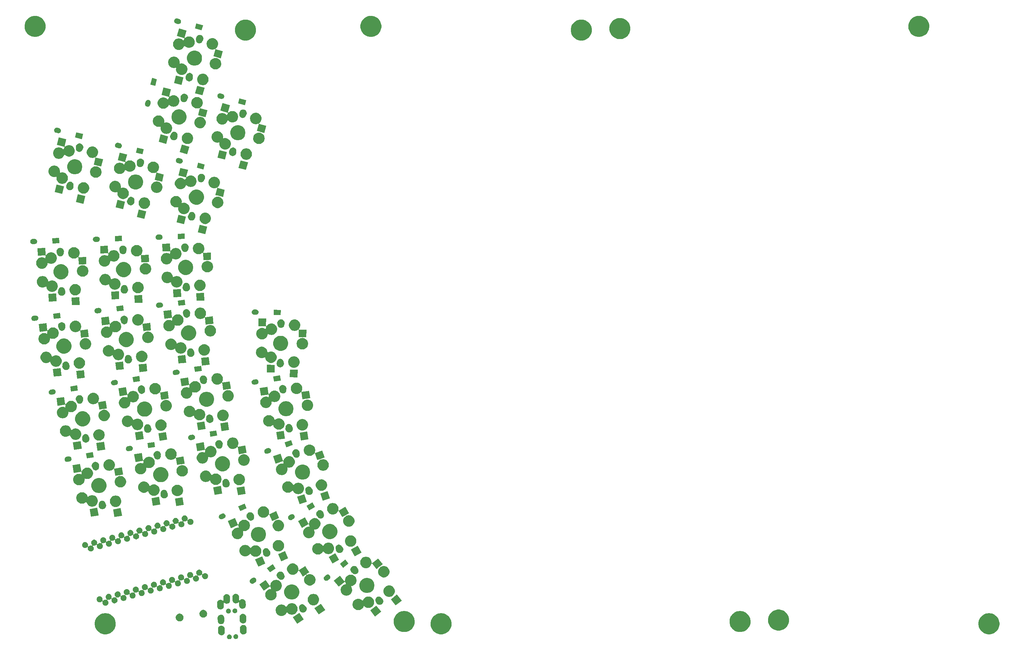
<source format=gbs>
G04 #@! TF.GenerationSoftware,KiCad,Pcbnew,(5.1.5)-3*
G04 #@! TF.CreationDate,2021-04-25T01:53:19+09:00*
G04 #@! TF.ProjectId,moon50_pcb,6d6f6f6e-3530-45f7-9063-622e6b696361,rev?*
G04 #@! TF.SameCoordinates,Original*
G04 #@! TF.FileFunction,Soldermask,Bot*
G04 #@! TF.FilePolarity,Negative*
%FSLAX46Y46*%
G04 Gerber Fmt 4.6, Leading zero omitted, Abs format (unit mm)*
G04 Created by KiCad (PCBNEW (5.1.5)-3) date 2021-04-25 01:53:19*
%MOMM*%
%LPD*%
G04 APERTURE LIST*
%ADD10C,0.100000*%
G04 APERTURE END LIST*
D10*
G36*
X71823550Y-183923246D02*
G01*
X71907777Y-183958134D01*
X71942024Y-183972320D01*
X72048648Y-184043564D01*
X72139325Y-184134241D01*
X72210569Y-184240865D01*
X72259643Y-184359339D01*
X72284660Y-184485111D01*
X72284660Y-184613347D01*
X72259643Y-184739119D01*
X72210569Y-184857593D01*
X72139325Y-184964217D01*
X72048648Y-185054894D01*
X71942024Y-185126138D01*
X71942023Y-185126139D01*
X71942022Y-185126139D01*
X71823550Y-185175212D01*
X71697779Y-185200229D01*
X71569541Y-185200229D01*
X71443770Y-185175212D01*
X71325298Y-185126139D01*
X71325297Y-185126139D01*
X71325296Y-185126138D01*
X71218672Y-185054894D01*
X71127995Y-184964217D01*
X71056751Y-184857593D01*
X71007677Y-184739119D01*
X70982660Y-184613347D01*
X70982660Y-184485111D01*
X71007677Y-184359339D01*
X71056751Y-184240865D01*
X71127995Y-184134241D01*
X71218672Y-184043564D01*
X71325296Y-183972320D01*
X71359544Y-183958134D01*
X71443770Y-183923246D01*
X71569541Y-183898229D01*
X71697779Y-183898229D01*
X71823550Y-183923246D01*
G37*
G36*
X73572484Y-183862172D02*
G01*
X73686268Y-183909303D01*
X73690958Y-183911246D01*
X73797582Y-183982490D01*
X73888259Y-184073167D01*
X73959503Y-184179791D01*
X74008577Y-184298265D01*
X74033594Y-184424037D01*
X74033594Y-184552273D01*
X74008577Y-184678045D01*
X73959503Y-184796519D01*
X73888259Y-184903143D01*
X73797582Y-184993820D01*
X73690958Y-185065064D01*
X73690957Y-185065065D01*
X73690956Y-185065065D01*
X73572484Y-185114138D01*
X73446713Y-185139155D01*
X73318475Y-185139155D01*
X73192704Y-185114138D01*
X73074232Y-185065065D01*
X73074231Y-185065065D01*
X73074230Y-185065064D01*
X72967606Y-184993820D01*
X72876929Y-184903143D01*
X72805685Y-184796519D01*
X72756611Y-184678045D01*
X72731594Y-184552273D01*
X72731594Y-184424037D01*
X72756611Y-184298265D01*
X72805685Y-184179791D01*
X72876929Y-184073167D01*
X72967606Y-183982490D01*
X73074230Y-183911246D01*
X73078921Y-183909303D01*
X73192704Y-183862172D01*
X73318475Y-183837155D01*
X73446713Y-183837155D01*
X73572484Y-183862172D01*
G37*
G36*
X69446483Y-181520313D02*
G01*
X69603689Y-181530272D01*
X69775223Y-181575833D01*
X69934572Y-181653985D01*
X69934574Y-181653986D01*
X70075614Y-181761721D01*
X70175136Y-181874706D01*
X70192925Y-181894902D01*
X70258956Y-182008697D01*
X70282004Y-182048417D01*
X70338791Y-182214517D01*
X70339417Y-182216349D01*
X70357066Y-182348183D01*
X70388075Y-183236155D01*
X70379666Y-183368899D01*
X70334105Y-183540432D01*
X70332023Y-183544677D01*
X70255955Y-183699779D01*
X70148219Y-183840821D01*
X70103823Y-183879926D01*
X70015036Y-183958134D01*
X69973062Y-183982490D01*
X69861525Y-184047212D01*
X69693593Y-184104626D01*
X69693591Y-184104626D01*
X69693589Y-184104627D01*
X69517677Y-184128177D01*
X69517675Y-184128177D01*
X69340551Y-184116955D01*
X69169020Y-184071395D01*
X69169019Y-184071395D01*
X69169017Y-184071394D01*
X69009668Y-183993243D01*
X69009666Y-183993242D01*
X68868626Y-183885506D01*
X68751317Y-183752329D01*
X68662236Y-183598811D01*
X68604824Y-183430883D01*
X68599507Y-183391164D01*
X68587174Y-183299045D01*
X68556165Y-182411072D01*
X68564574Y-182278329D01*
X68610135Y-182106795D01*
X68688287Y-181947446D01*
X68688288Y-181947444D01*
X68796023Y-181806404D01*
X68929201Y-181689096D01*
X68929204Y-181689093D01*
X69082714Y-181600017D01*
X69082719Y-181600014D01*
X69250647Y-181542602D01*
X69250649Y-181542602D01*
X69250651Y-181542601D01*
X69426563Y-181519051D01*
X69426565Y-181519051D01*
X69446483Y-181520313D01*
G37*
G36*
X75392858Y-181312661D02*
G01*
X75550064Y-181322620D01*
X75721598Y-181368181D01*
X75880947Y-181446333D01*
X75880949Y-181446334D01*
X76021989Y-181554069D01*
X76121511Y-181667054D01*
X76139300Y-181687250D01*
X76214825Y-181817407D01*
X76228379Y-181840765D01*
X76285791Y-182008693D01*
X76285792Y-182008697D01*
X76303441Y-182140531D01*
X76334450Y-183028503D01*
X76326041Y-183161247D01*
X76280480Y-183332780D01*
X76262765Y-183368900D01*
X76202330Y-183492127D01*
X76094594Y-183633169D01*
X76050198Y-183672274D01*
X75961411Y-183750482D01*
X75900908Y-183785590D01*
X75807900Y-183839560D01*
X75639968Y-183896974D01*
X75639966Y-183896974D01*
X75639964Y-183896975D01*
X75464052Y-183920525D01*
X75464050Y-183920525D01*
X75286926Y-183909303D01*
X75115395Y-183863743D01*
X75115394Y-183863743D01*
X75115392Y-183863742D01*
X74956043Y-183785591D01*
X74956041Y-183785590D01*
X74815001Y-183677854D01*
X74697692Y-183544677D01*
X74608611Y-183391159D01*
X74551199Y-183223231D01*
X74533549Y-183091391D01*
X74502992Y-182216349D01*
X74502540Y-182203420D01*
X74510949Y-182070677D01*
X74556510Y-181899143D01*
X74634662Y-181739794D01*
X74634663Y-181739792D01*
X74742398Y-181598752D01*
X74875576Y-181481444D01*
X74875579Y-181481441D01*
X75029089Y-181392365D01*
X75029094Y-181392362D01*
X75197022Y-181334950D01*
X75197024Y-181334950D01*
X75197026Y-181334949D01*
X75372938Y-181311399D01*
X75372940Y-181311399D01*
X75392858Y-181312661D01*
G37*
G36*
X277882413Y-178179476D02*
G01*
X278280006Y-178258562D01*
X278798855Y-178473476D01*
X279124284Y-178690921D01*
X279265806Y-178785483D01*
X279662917Y-179182594D01*
X279724979Y-179275476D01*
X279974924Y-179649545D01*
X280189838Y-180168394D01*
X280203680Y-180237983D01*
X280299400Y-180719200D01*
X280299400Y-181280800D01*
X280247324Y-181542602D01*
X280189838Y-181831606D01*
X279974924Y-182350455D01*
X279798483Y-182614517D01*
X279662917Y-182817406D01*
X279265806Y-183214517D01*
X279233422Y-183236155D01*
X278798855Y-183526524D01*
X278280006Y-183741438D01*
X278058038Y-183785590D01*
X277729200Y-183851000D01*
X277167600Y-183851000D01*
X276838762Y-183785590D01*
X276616794Y-183741438D01*
X276097945Y-183526524D01*
X275663378Y-183236155D01*
X275630994Y-183214517D01*
X275233883Y-182817406D01*
X275098317Y-182614517D01*
X274921876Y-182350455D01*
X274706962Y-181831606D01*
X274649476Y-181542602D01*
X274597400Y-181280800D01*
X274597400Y-180719200D01*
X274693120Y-180237983D01*
X274706962Y-180168394D01*
X274921876Y-179649545D01*
X275171821Y-179275476D01*
X275233883Y-179182594D01*
X275630994Y-178785483D01*
X275772516Y-178690921D01*
X276097945Y-178473476D01*
X276616794Y-178258562D01*
X277014387Y-178179476D01*
X277167600Y-178149000D01*
X277729200Y-178149000D01*
X277882413Y-178179476D01*
G37*
G36*
X129434013Y-178179476D02*
G01*
X129831606Y-178258562D01*
X130350455Y-178473476D01*
X130675884Y-178690921D01*
X130817406Y-178785483D01*
X131214517Y-179182594D01*
X131276579Y-179275476D01*
X131526524Y-179649545D01*
X131741438Y-180168394D01*
X131755280Y-180237983D01*
X131851000Y-180719200D01*
X131851000Y-181280800D01*
X131798924Y-181542602D01*
X131741438Y-181831606D01*
X131526524Y-182350455D01*
X131350083Y-182614517D01*
X131214517Y-182817406D01*
X130817406Y-183214517D01*
X130785022Y-183236155D01*
X130350455Y-183526524D01*
X129831606Y-183741438D01*
X129609638Y-183785590D01*
X129280800Y-183851000D01*
X128719200Y-183851000D01*
X128390362Y-183785590D01*
X128168394Y-183741438D01*
X127649545Y-183526524D01*
X127214978Y-183236155D01*
X127182594Y-183214517D01*
X126785483Y-182817406D01*
X126649917Y-182614517D01*
X126473476Y-182350455D01*
X126258562Y-181831606D01*
X126201076Y-181542602D01*
X126149000Y-181280800D01*
X126149000Y-180719200D01*
X126244720Y-180237983D01*
X126258562Y-180168394D01*
X126473476Y-179649545D01*
X126723421Y-179275476D01*
X126785483Y-179182594D01*
X127182594Y-178785483D01*
X127324116Y-178690921D01*
X127649545Y-178473476D01*
X128168394Y-178258562D01*
X128565987Y-178179476D01*
X128719200Y-178149000D01*
X129280800Y-178149000D01*
X129434013Y-178179476D01*
G37*
G36*
X38433613Y-178179476D02*
G01*
X38831206Y-178258562D01*
X39350055Y-178473476D01*
X39675484Y-178690921D01*
X39817006Y-178785483D01*
X40214117Y-179182594D01*
X40276179Y-179275476D01*
X40526124Y-179649545D01*
X40741038Y-180168394D01*
X40754880Y-180237983D01*
X40850600Y-180719200D01*
X40850600Y-181280800D01*
X40798524Y-181542602D01*
X40741038Y-181831606D01*
X40526124Y-182350455D01*
X40349683Y-182614517D01*
X40214117Y-182817406D01*
X39817006Y-183214517D01*
X39784622Y-183236155D01*
X39350055Y-183526524D01*
X38831206Y-183741438D01*
X38609238Y-183785590D01*
X38280400Y-183851000D01*
X37718800Y-183851000D01*
X37389962Y-183785590D01*
X37167994Y-183741438D01*
X36649145Y-183526524D01*
X36214578Y-183236155D01*
X36182194Y-183214517D01*
X35785083Y-182817406D01*
X35649517Y-182614517D01*
X35473076Y-182350455D01*
X35258162Y-181831606D01*
X35200676Y-181542602D01*
X35148600Y-181280800D01*
X35148600Y-180719200D01*
X35244320Y-180237983D01*
X35258162Y-180168394D01*
X35473076Y-179649545D01*
X35723021Y-179275476D01*
X35785083Y-179182594D01*
X36182194Y-178785483D01*
X36323716Y-178690921D01*
X36649145Y-178473476D01*
X37167994Y-178258562D01*
X37565587Y-178179476D01*
X37718800Y-178149000D01*
X38280400Y-178149000D01*
X38433613Y-178179476D01*
G37*
G36*
X210496483Y-177591902D02*
G01*
X210831606Y-177658562D01*
X211350455Y-177873476D01*
X211643569Y-178069329D01*
X211817406Y-178185483D01*
X212214517Y-178582594D01*
X212259252Y-178649545D01*
X212526524Y-179049545D01*
X212741438Y-179568394D01*
X212791170Y-179818412D01*
X212851000Y-180119200D01*
X212851000Y-180680800D01*
X212836776Y-180752310D01*
X212741438Y-181231606D01*
X212526524Y-181750455D01*
X212214516Y-182217407D01*
X211817407Y-182614516D01*
X211350455Y-182926524D01*
X210831606Y-183141438D01*
X210280800Y-183251000D01*
X209719200Y-183251000D01*
X209443798Y-183196219D01*
X209168394Y-183141438D01*
X208649545Y-182926524D01*
X208182593Y-182614516D01*
X207785484Y-182217407D01*
X207473476Y-181750455D01*
X207258562Y-181231606D01*
X207163224Y-180752310D01*
X207149000Y-180680800D01*
X207149000Y-180119200D01*
X207208830Y-179818412D01*
X207258562Y-179568394D01*
X207473476Y-179049545D01*
X207740748Y-178649545D01*
X207785483Y-178582594D01*
X208182594Y-178185483D01*
X208356431Y-178069329D01*
X208649545Y-177873476D01*
X209168394Y-177658562D01*
X209503517Y-177591902D01*
X209719200Y-177549000D01*
X210280800Y-177549000D01*
X210496483Y-177591902D01*
G37*
G36*
X119496083Y-177591902D02*
G01*
X119831206Y-177658562D01*
X120350055Y-177873476D01*
X120643169Y-178069329D01*
X120817006Y-178185483D01*
X121214117Y-178582594D01*
X121258852Y-178649545D01*
X121526124Y-179049545D01*
X121741038Y-179568394D01*
X121790770Y-179818412D01*
X121850600Y-180119200D01*
X121850600Y-180680800D01*
X121836376Y-180752310D01*
X121741038Y-181231606D01*
X121526124Y-181750455D01*
X121214116Y-182217407D01*
X120817007Y-182614516D01*
X120350055Y-182926524D01*
X119831206Y-183141438D01*
X119555802Y-183196219D01*
X119280400Y-183251000D01*
X118718800Y-183251000D01*
X118443398Y-183196219D01*
X118167994Y-183141438D01*
X117649145Y-182926524D01*
X117182193Y-182614516D01*
X116785084Y-182217407D01*
X116473076Y-181750455D01*
X116258162Y-181231606D01*
X116162824Y-180752310D01*
X116148600Y-180680800D01*
X116148600Y-180119200D01*
X116208430Y-179818412D01*
X116258162Y-179568394D01*
X116473076Y-179049545D01*
X116740348Y-178649545D01*
X116785083Y-178582594D01*
X117182194Y-178185483D01*
X117356031Y-178069329D01*
X117649145Y-177873476D01*
X118167994Y-177658562D01*
X118503117Y-177591902D01*
X118718800Y-177549000D01*
X119280400Y-177549000D01*
X119496083Y-177591902D01*
G37*
G36*
X220884851Y-177179961D02*
G01*
X221280006Y-177258562D01*
X221798855Y-177473476D01*
X222265807Y-177785484D01*
X222662916Y-178182593D01*
X222974924Y-178649545D01*
X223189838Y-179168394D01*
X223199740Y-179218177D01*
X223299400Y-179719200D01*
X223299400Y-180280800D01*
X223269184Y-180432706D01*
X223189838Y-180831606D01*
X222974924Y-181350455D01*
X222749886Y-181687247D01*
X222662917Y-181817406D01*
X222265806Y-182214517D01*
X222172924Y-182276579D01*
X221798855Y-182526524D01*
X221280006Y-182741438D01*
X220729200Y-182851000D01*
X220167600Y-182851000D01*
X219616794Y-182741438D01*
X219097945Y-182526524D01*
X218723876Y-182276579D01*
X218630994Y-182214517D01*
X218233883Y-181817406D01*
X218146914Y-181687247D01*
X217921876Y-181350455D01*
X217706962Y-180831606D01*
X217627616Y-180432706D01*
X217597400Y-180280800D01*
X217597400Y-179719200D01*
X217697060Y-179218177D01*
X217706962Y-179168394D01*
X217921876Y-178649545D01*
X218233884Y-178182593D01*
X218630993Y-177785484D01*
X219097945Y-177473476D01*
X219616794Y-177258562D01*
X220011949Y-177179961D01*
X220167600Y-177149000D01*
X220729200Y-177149000D01*
X220884851Y-177179961D01*
G37*
G36*
X69341784Y-178522141D02*
G01*
X69498990Y-178532100D01*
X69670524Y-178577661D01*
X69817093Y-178649545D01*
X69829875Y-178655814D01*
X69970915Y-178763549D01*
X70070437Y-178876534D01*
X70088226Y-178896730D01*
X70154257Y-179010525D01*
X70177305Y-179050245D01*
X70233482Y-179214561D01*
X70234718Y-179218177D01*
X70252367Y-179350011D01*
X70283376Y-180237983D01*
X70274967Y-180370727D01*
X70229406Y-180542260D01*
X70227324Y-180546505D01*
X70151256Y-180701607D01*
X70151255Y-180701609D01*
X70151254Y-180701610D01*
X70137817Y-180719201D01*
X70043520Y-180842649D01*
X69999124Y-180881754D01*
X69910337Y-180959962D01*
X69851962Y-180993835D01*
X69756826Y-181049040D01*
X69588894Y-181106454D01*
X69588892Y-181106454D01*
X69588890Y-181106455D01*
X69412978Y-181130005D01*
X69412976Y-181130005D01*
X69235852Y-181118783D01*
X69064321Y-181073223D01*
X69064320Y-181073223D01*
X69064318Y-181073222D01*
X68904969Y-180995071D01*
X68904967Y-180995070D01*
X68763927Y-180887334D01*
X68646618Y-180754157D01*
X68604052Y-180680800D01*
X68557540Y-180600644D01*
X68557537Y-180600639D01*
X68500125Y-180432711D01*
X68494808Y-180392992D01*
X68482475Y-180300873D01*
X68451466Y-179412900D01*
X68459875Y-179280157D01*
X68505436Y-179108623D01*
X68583588Y-178949274D01*
X68583589Y-178949272D01*
X68691324Y-178808232D01*
X68824502Y-178690924D01*
X68824505Y-178690921D01*
X68978015Y-178601845D01*
X68978020Y-178601842D01*
X69145948Y-178544430D01*
X69145950Y-178544430D01*
X69145952Y-178544429D01*
X69321864Y-178520879D01*
X69321866Y-178520879D01*
X69341784Y-178522141D01*
G37*
G36*
X91748235Y-179818412D02*
G01*
X90005598Y-180993835D01*
X88830175Y-179251198D01*
X90572812Y-178075775D01*
X91748235Y-179818412D01*
G37*
G36*
X75288160Y-178314489D02*
G01*
X75445366Y-178324448D01*
X75616900Y-178370009D01*
X75776249Y-178448161D01*
X75776251Y-178448162D01*
X75917291Y-178555897D01*
X76016813Y-178668882D01*
X76034602Y-178689078D01*
X76117207Y-178831436D01*
X76123681Y-178842593D01*
X76181093Y-179010521D01*
X76181094Y-179010525D01*
X76198743Y-179142359D01*
X76229752Y-180030331D01*
X76221343Y-180163075D01*
X76175782Y-180334608D01*
X76158067Y-180370728D01*
X76097632Y-180493955D01*
X75989896Y-180634997D01*
X75945500Y-180674102D01*
X75856713Y-180752310D01*
X75796210Y-180787418D01*
X75703202Y-180841388D01*
X75535270Y-180898802D01*
X75535268Y-180898802D01*
X75535266Y-180898803D01*
X75359354Y-180922353D01*
X75359352Y-180922353D01*
X75182228Y-180911131D01*
X75010697Y-180865571D01*
X75010696Y-180865571D01*
X75010694Y-180865570D01*
X74851345Y-180787419D01*
X74851343Y-180787418D01*
X74710303Y-180679682D01*
X74592994Y-180546505D01*
X74503913Y-180392987D01*
X74446501Y-180225059D01*
X74431950Y-180116365D01*
X74428851Y-180093221D01*
X74397842Y-179205248D01*
X74406251Y-179072505D01*
X74451812Y-178900971D01*
X74529964Y-178741622D01*
X74529965Y-178741620D01*
X74637700Y-178600580D01*
X74752662Y-178499317D01*
X74770881Y-178483269D01*
X74924391Y-178394193D01*
X74924396Y-178394190D01*
X75092324Y-178336778D01*
X75092326Y-178336778D01*
X75092328Y-178336777D01*
X75268240Y-178313227D01*
X75268242Y-178313227D01*
X75288160Y-178314489D01*
G37*
G36*
X58456564Y-178289389D02*
G01*
X58647833Y-178368615D01*
X58647835Y-178368616D01*
X58819973Y-178483635D01*
X58966365Y-178630027D01*
X59055582Y-178763549D01*
X59081385Y-178802167D01*
X59160611Y-178993436D01*
X59201000Y-179196484D01*
X59201000Y-179403516D01*
X59160611Y-179606564D01*
X59113955Y-179719201D01*
X59081384Y-179797835D01*
X58966365Y-179969973D01*
X58819973Y-180116365D01*
X58647835Y-180231384D01*
X58647834Y-180231385D01*
X58647833Y-180231385D01*
X58456564Y-180310611D01*
X58253516Y-180351000D01*
X58046484Y-180351000D01*
X57843436Y-180310611D01*
X57652167Y-180231385D01*
X57652166Y-180231385D01*
X57652165Y-180231384D01*
X57480027Y-180116365D01*
X57333635Y-179969973D01*
X57218616Y-179797835D01*
X57186045Y-179719201D01*
X57139389Y-179606564D01*
X57099000Y-179403516D01*
X57099000Y-179196484D01*
X57139389Y-178993436D01*
X57218615Y-178802167D01*
X57244419Y-178763549D01*
X57333635Y-178630027D01*
X57480027Y-178483635D01*
X57652165Y-178368616D01*
X57652167Y-178368615D01*
X57843436Y-178289389D01*
X58046484Y-178249000D01*
X58253516Y-178249000D01*
X58456564Y-178289389D01*
G37*
G36*
X64876538Y-177272565D02*
G01*
X65067807Y-177351791D01*
X65067809Y-177351792D01*
X65239947Y-177466811D01*
X65386339Y-177613203D01*
X65473323Y-177743383D01*
X65501359Y-177785343D01*
X65580585Y-177976612D01*
X65620974Y-178179660D01*
X65620974Y-178386692D01*
X65580585Y-178589740D01*
X65508591Y-178763549D01*
X65501358Y-178781011D01*
X65386339Y-178953149D01*
X65239947Y-179099541D01*
X65067809Y-179214560D01*
X65067808Y-179214561D01*
X65067807Y-179214561D01*
X64876538Y-179293787D01*
X64673490Y-179334176D01*
X64466458Y-179334176D01*
X64263410Y-179293787D01*
X64072141Y-179214561D01*
X64072140Y-179214561D01*
X64072139Y-179214560D01*
X63900001Y-179099541D01*
X63753609Y-178953149D01*
X63638590Y-178781011D01*
X63631357Y-178763549D01*
X63559363Y-178589740D01*
X63518974Y-178386692D01*
X63518974Y-178179660D01*
X63559363Y-177976612D01*
X63638589Y-177785343D01*
X63666626Y-177743383D01*
X63753609Y-177613203D01*
X63900001Y-177466811D01*
X64072139Y-177351792D01*
X64072141Y-177351791D01*
X64263410Y-177272565D01*
X64466458Y-177232176D01*
X64673490Y-177232176D01*
X64876538Y-177272565D01*
G37*
G36*
X112743036Y-177720173D02*
G01*
X111109474Y-179043005D01*
X109786642Y-177409443D01*
X111420204Y-176086611D01*
X112743036Y-177720173D01*
G37*
G36*
X88790812Y-175437346D02*
G01*
X89013709Y-175481683D01*
X89295973Y-175598600D01*
X89550004Y-175768338D01*
X89766040Y-175984374D01*
X89935778Y-176238405D01*
X90052695Y-176520669D01*
X90069644Y-176605877D01*
X90112299Y-176820318D01*
X90112299Y-177125840D01*
X90085899Y-177258562D01*
X90052695Y-177425489D01*
X89935778Y-177707753D01*
X89766040Y-177961784D01*
X89550004Y-178177820D01*
X89295973Y-178347558D01*
X89013709Y-178464475D01*
X88919225Y-178483269D01*
X88714060Y-178524079D01*
X88408538Y-178524079D01*
X88203373Y-178483269D01*
X88108889Y-178464475D01*
X87826625Y-178347558D01*
X87572594Y-178177820D01*
X87356558Y-177961784D01*
X87356554Y-177961778D01*
X87354686Y-177959910D01*
X87335744Y-177944365D01*
X87314133Y-177932814D01*
X87290684Y-177925701D01*
X87266298Y-177923299D01*
X87241912Y-177925701D01*
X87218463Y-177932814D01*
X87196852Y-177944365D01*
X87177910Y-177959910D01*
X87162365Y-177978852D01*
X87150815Y-178000461D01*
X87119847Y-178075225D01*
X86950109Y-178329256D01*
X86734073Y-178545292D01*
X86480042Y-178715030D01*
X86197778Y-178831947D01*
X86047953Y-178861749D01*
X85898129Y-178891551D01*
X85592607Y-178891551D01*
X85442783Y-178861749D01*
X85292958Y-178831947D01*
X85010694Y-178715030D01*
X84756663Y-178545292D01*
X84540627Y-178329256D01*
X84370889Y-178075225D01*
X84253972Y-177792961D01*
X84213979Y-177591902D01*
X84194368Y-177493312D01*
X84194368Y-177187790D01*
X84248528Y-176915509D01*
X84253972Y-176888141D01*
X84370889Y-176605877D01*
X84540627Y-176351846D01*
X84756663Y-176135810D01*
X85010694Y-175966072D01*
X85292958Y-175849155D01*
X85442783Y-175819353D01*
X85592607Y-175789551D01*
X85898129Y-175789551D01*
X86047953Y-175819353D01*
X86197778Y-175849155D01*
X86480042Y-175966072D01*
X86734073Y-176135810D01*
X86950109Y-176351846D01*
X86950113Y-176351852D01*
X86951981Y-176353720D01*
X86970923Y-176369265D01*
X86992534Y-176380816D01*
X87015983Y-176387929D01*
X87040369Y-176390331D01*
X87064755Y-176387929D01*
X87088204Y-176380816D01*
X87109815Y-176369265D01*
X87128757Y-176353720D01*
X87144302Y-176334778D01*
X87155853Y-176313167D01*
X87164410Y-176292508D01*
X87186820Y-176238405D01*
X87356558Y-175984374D01*
X87572594Y-175768338D01*
X87826625Y-175598600D01*
X88108889Y-175481683D01*
X88331786Y-175437346D01*
X88408538Y-175422079D01*
X88714060Y-175422079D01*
X88790812Y-175437346D01*
G37*
G36*
X97592461Y-177323894D02*
G01*
X95849824Y-178499317D01*
X94674401Y-176756680D01*
X96417038Y-175581257D01*
X97592461Y-177323894D01*
G37*
G36*
X71579253Y-176927510D02*
G01*
X71663480Y-176962398D01*
X71697727Y-176976584D01*
X71804351Y-177047828D01*
X71895028Y-177138505D01*
X71925464Y-177184055D01*
X71966273Y-177245131D01*
X72015346Y-177363603D01*
X72040363Y-177489374D01*
X72040363Y-177617612D01*
X72015346Y-177743383D01*
X71997908Y-177785483D01*
X71966272Y-177861857D01*
X71895028Y-177968481D01*
X71804351Y-178059158D01*
X71697727Y-178130402D01*
X71697726Y-178130403D01*
X71697725Y-178130403D01*
X71579253Y-178179476D01*
X71453482Y-178204493D01*
X71325244Y-178204493D01*
X71199473Y-178179476D01*
X71081001Y-178130403D01*
X71081000Y-178130403D01*
X71080999Y-178130402D01*
X70974375Y-178059158D01*
X70883698Y-177968481D01*
X70812454Y-177861857D01*
X70780819Y-177785483D01*
X70763380Y-177743383D01*
X70738363Y-177617612D01*
X70738363Y-177489374D01*
X70763380Y-177363603D01*
X70812453Y-177245131D01*
X70853263Y-177184055D01*
X70883698Y-177138505D01*
X70974375Y-177047828D01*
X71080999Y-176976584D01*
X71115247Y-176962398D01*
X71199473Y-176927510D01*
X71325244Y-176902493D01*
X71453482Y-176902493D01*
X71579253Y-176927510D01*
G37*
G36*
X73328187Y-176866436D02*
G01*
X73441971Y-176913567D01*
X73446661Y-176915510D01*
X73553285Y-176986754D01*
X73643962Y-177077431D01*
X73680719Y-177132441D01*
X73715207Y-177184057D01*
X73764280Y-177302529D01*
X73789297Y-177428300D01*
X73789297Y-177556538D01*
X73764280Y-177682309D01*
X73718447Y-177792960D01*
X73715206Y-177800783D01*
X73643962Y-177907407D01*
X73553285Y-177998084D01*
X73446661Y-178069328D01*
X73446660Y-178069329D01*
X73446659Y-178069329D01*
X73328187Y-178118402D01*
X73202416Y-178143419D01*
X73074178Y-178143419D01*
X72948407Y-178118402D01*
X72829935Y-178069329D01*
X72829934Y-178069329D01*
X72829933Y-178069328D01*
X72723309Y-177998084D01*
X72632632Y-177907407D01*
X72561388Y-177800783D01*
X72558148Y-177792960D01*
X72512314Y-177682309D01*
X72487297Y-177556538D01*
X72487297Y-177428300D01*
X72512314Y-177302529D01*
X72561387Y-177184057D01*
X72595876Y-177132441D01*
X72632632Y-177077431D01*
X72723309Y-176986754D01*
X72829933Y-176915510D01*
X72834624Y-176913567D01*
X72948407Y-176866436D01*
X73074178Y-176841419D01*
X73202416Y-176841419D01*
X73328187Y-176866436D01*
G37*
G36*
X91490741Y-175709534D02*
G01*
X91640041Y-175739231D01*
X91804013Y-175807151D01*
X91951583Y-175905754D01*
X92077082Y-176031253D01*
X92098710Y-176063622D01*
X92114247Y-176082554D01*
X92133186Y-176098097D01*
X92250190Y-176176276D01*
X92389617Y-176315703D01*
X92499164Y-176479652D01*
X92564520Y-176637433D01*
X92574622Y-176661823D01*
X92611076Y-176845085D01*
X92613090Y-176855213D01*
X92613090Y-177052393D01*
X92586158Y-177187791D01*
X92574622Y-177245783D01*
X92500186Y-177425488D01*
X92499164Y-177427954D01*
X92389617Y-177591903D01*
X92250190Y-177731330D01*
X92086241Y-177840877D01*
X91904071Y-177916335D01*
X91856985Y-177925701D01*
X91710681Y-177954803D01*
X91513499Y-177954803D01*
X91367195Y-177925701D01*
X91320109Y-177916335D01*
X91137939Y-177840877D01*
X90973990Y-177731330D01*
X90834563Y-177591903D01*
X90725016Y-177427954D01*
X90723995Y-177425488D01*
X90649558Y-177245783D01*
X90646851Y-177232176D01*
X90623973Y-177117162D01*
X90616861Y-177093715D01*
X90605312Y-177072109D01*
X90578773Y-177032391D01*
X90510853Y-176868419D01*
X90476229Y-176694348D01*
X90476229Y-176516866D01*
X90510853Y-176342795D01*
X90578773Y-176178823D01*
X90677376Y-176031253D01*
X90802875Y-175905754D01*
X90950445Y-175807151D01*
X91114417Y-175739231D01*
X91263717Y-175709534D01*
X91288487Y-175704607D01*
X91465971Y-175704607D01*
X91490741Y-175709534D01*
G37*
G36*
X109526616Y-173623092D02*
G01*
X109772649Y-173672031D01*
X110054913Y-173788948D01*
X110308944Y-173958686D01*
X110524980Y-174174722D01*
X110694718Y-174428753D01*
X110811635Y-174711017D01*
X110832267Y-174814740D01*
X110871239Y-175010666D01*
X110871239Y-175316188D01*
X110854122Y-175402240D01*
X110811635Y-175615837D01*
X110694718Y-175898101D01*
X110524980Y-176152132D01*
X110308944Y-176368168D01*
X110054913Y-176537906D01*
X109772649Y-176654823D01*
X109622824Y-176684625D01*
X109473000Y-176714427D01*
X109167478Y-176714427D01*
X109017654Y-176684625D01*
X108867829Y-176654823D01*
X108585565Y-176537906D01*
X108331534Y-176368168D01*
X108215312Y-176251946D01*
X108196381Y-176236410D01*
X108174770Y-176224859D01*
X108151321Y-176217746D01*
X108126935Y-176215344D01*
X108102549Y-176217746D01*
X108079100Y-176224859D01*
X108057489Y-176236410D01*
X108038547Y-176251955D01*
X108023002Y-176270897D01*
X108011454Y-176292503D01*
X107921530Y-176509599D01*
X107751792Y-176763630D01*
X107535756Y-176979666D01*
X107281725Y-177149404D01*
X106999461Y-177266321D01*
X106849636Y-177296123D01*
X106699812Y-177325925D01*
X106394290Y-177325925D01*
X106244466Y-177296123D01*
X106094641Y-177266321D01*
X105812377Y-177149404D01*
X105558346Y-176979666D01*
X105342310Y-176763630D01*
X105172572Y-176509599D01*
X105055655Y-176227335D01*
X105007327Y-175984374D01*
X104996051Y-175927686D01*
X104996051Y-175622164D01*
X105039086Y-175405812D01*
X105055655Y-175322515D01*
X105172572Y-175040251D01*
X105342310Y-174786220D01*
X105558346Y-174570184D01*
X105812377Y-174400446D01*
X106094641Y-174283529D01*
X106244466Y-174253727D01*
X106394290Y-174223925D01*
X106699812Y-174223925D01*
X106849636Y-174253727D01*
X106999461Y-174283529D01*
X107281725Y-174400446D01*
X107535756Y-174570184D01*
X107651978Y-174686406D01*
X107670909Y-174701942D01*
X107692520Y-174713493D01*
X107715969Y-174720606D01*
X107740355Y-174723008D01*
X107764741Y-174720606D01*
X107788190Y-174713493D01*
X107809801Y-174701942D01*
X107828743Y-174686397D01*
X107844288Y-174667455D01*
X107855836Y-174645849D01*
X107945760Y-174428753D01*
X108115498Y-174174722D01*
X108331534Y-173958686D01*
X108585565Y-173788948D01*
X108867829Y-173672031D01*
X109113862Y-173623092D01*
X109167478Y-173612427D01*
X109473000Y-173612427D01*
X109526616Y-173623092D01*
G37*
G36*
X70898771Y-172964417D02*
G01*
X71055977Y-172974376D01*
X71227511Y-173019937D01*
X71378816Y-173094144D01*
X71386862Y-173098090D01*
X71527902Y-173205825D01*
X71616180Y-173306046D01*
X71645213Y-173339006D01*
X71705353Y-173442649D01*
X71734292Y-173492521D01*
X71789043Y-173652667D01*
X71791705Y-173660453D01*
X71809354Y-173792287D01*
X71840363Y-174680259D01*
X71831954Y-174813003D01*
X71786393Y-174984536D01*
X71759068Y-175040251D01*
X71708243Y-175143883D01*
X71708242Y-175143885D01*
X71708241Y-175143886D01*
X71691360Y-175165985D01*
X71600507Y-175284925D01*
X71575309Y-175307120D01*
X71467324Y-175402238D01*
X71433131Y-175422079D01*
X71313813Y-175491316D01*
X71145881Y-175548730D01*
X71145879Y-175548730D01*
X71145877Y-175548731D01*
X70969965Y-175572281D01*
X70969963Y-175572281D01*
X70792839Y-175561059D01*
X70621308Y-175515499D01*
X70621307Y-175515499D01*
X70621305Y-175515498D01*
X70461956Y-175437347D01*
X70461954Y-175437346D01*
X70316270Y-175326063D01*
X70295433Y-175313168D01*
X70272480Y-175304587D01*
X70248295Y-175300648D01*
X70223806Y-175301503D01*
X70199954Y-175307120D01*
X70177656Y-175317281D01*
X70157769Y-175331598D01*
X70141058Y-175349519D01*
X70128163Y-175370356D01*
X70119582Y-175393309D01*
X70115469Y-175429759D01*
X70134837Y-175984374D01*
X70143778Y-176240419D01*
X70135369Y-176373163D01*
X70089808Y-176544696D01*
X70087726Y-176548941D01*
X70011658Y-176704043D01*
X69903922Y-176845085D01*
X69877432Y-176868418D01*
X69770739Y-176962398D01*
X69740982Y-176979665D01*
X69617228Y-177051476D01*
X69449296Y-177108890D01*
X69449294Y-177108890D01*
X69449292Y-177108891D01*
X69273380Y-177132441D01*
X69273378Y-177132441D01*
X69096254Y-177121219D01*
X68924723Y-177075659D01*
X68924722Y-177075659D01*
X68924720Y-177075658D01*
X68765371Y-176997507D01*
X68765369Y-176997506D01*
X68624329Y-176889770D01*
X68507020Y-176756593D01*
X68482553Y-176714427D01*
X68417942Y-176603080D01*
X68417939Y-176603075D01*
X68360527Y-176435147D01*
X68355210Y-176395428D01*
X68342877Y-176303309D01*
X68311868Y-175415336D01*
X68320277Y-175282593D01*
X68365838Y-175111059D01*
X68443990Y-174951710D01*
X68443991Y-174951708D01*
X68551726Y-174810668D01*
X68684904Y-174693360D01*
X68684907Y-174693357D01*
X68827265Y-174610752D01*
X68838422Y-174604278D01*
X69006350Y-174546866D01*
X69006352Y-174546866D01*
X69006354Y-174546865D01*
X69182266Y-174523315D01*
X69182268Y-174523315D01*
X69199851Y-174524429D01*
X69359392Y-174534536D01*
X69530926Y-174580097D01*
X69690275Y-174658249D01*
X69690277Y-174658250D01*
X69690276Y-174658250D01*
X69835962Y-174769533D01*
X69856799Y-174782427D01*
X69879751Y-174791008D01*
X69903936Y-174794947D01*
X69928426Y-174794092D01*
X69952277Y-174788475D01*
X69974575Y-174778313D01*
X69994462Y-174763997D01*
X70011174Y-174746075D01*
X70024068Y-174725238D01*
X70032649Y-174702286D01*
X70036762Y-174665836D01*
X70008453Y-173855175D01*
X70009419Y-173839931D01*
X70016862Y-173722433D01*
X70062423Y-173550899D01*
X70140575Y-173391550D01*
X70140576Y-173391548D01*
X70248311Y-173250508D01*
X70381489Y-173133200D01*
X70381492Y-173133197D01*
X70535002Y-173044121D01*
X70535007Y-173044118D01*
X70702935Y-172986706D01*
X70702937Y-172986706D01*
X70702939Y-172986705D01*
X70878851Y-172963155D01*
X70878853Y-172963155D01*
X70898771Y-172964417D01*
G37*
G36*
X73347279Y-172878913D02*
G01*
X73504485Y-172888872D01*
X73676019Y-172934433D01*
X73821444Y-173005756D01*
X73835370Y-173012586D01*
X73976410Y-173120321D01*
X74075932Y-173233306D01*
X74093721Y-173253502D01*
X74159006Y-173366012D01*
X74182800Y-173407017D01*
X74236478Y-173564024D01*
X74240213Y-173574949D01*
X74257862Y-173706783D01*
X74286127Y-174516167D01*
X74286171Y-174517443D01*
X74289423Y-174541731D01*
X74297350Y-174564917D01*
X74309648Y-174586112D01*
X74325845Y-174604499D01*
X74345318Y-174619374D01*
X74367318Y-174630164D01*
X74391001Y-174636455D01*
X74415456Y-174638004D01*
X74439744Y-174634752D01*
X74462930Y-174626825D01*
X74493716Y-174606880D01*
X74631280Y-174485707D01*
X74632628Y-174484925D01*
X74784793Y-174396629D01*
X74784798Y-174396626D01*
X74952726Y-174339214D01*
X74952728Y-174339214D01*
X74952730Y-174339213D01*
X75128642Y-174315663D01*
X75128644Y-174315663D01*
X75148562Y-174316925D01*
X75305768Y-174326884D01*
X75477302Y-174372445D01*
X75636651Y-174450597D01*
X75636653Y-174450598D01*
X75777693Y-174558333D01*
X75873812Y-174667455D01*
X75895004Y-174691514D01*
X75964494Y-174811271D01*
X75984083Y-174845029D01*
X76040712Y-175010667D01*
X76041496Y-175012961D01*
X76059145Y-175144795D01*
X76090154Y-176032767D01*
X76081745Y-176165511D01*
X76036184Y-176337044D01*
X76018469Y-176373164D01*
X75958034Y-176496391D01*
X75958033Y-176496393D01*
X75958032Y-176496394D01*
X75947945Y-176509599D01*
X75850298Y-176637433D01*
X75830555Y-176654823D01*
X75717115Y-176754746D01*
X75656612Y-176789854D01*
X75563604Y-176843824D01*
X75395672Y-176901238D01*
X75395670Y-176901238D01*
X75395668Y-176901239D01*
X75219756Y-176924789D01*
X75219754Y-176924789D01*
X75042630Y-176913567D01*
X74871099Y-176868007D01*
X74871098Y-176868007D01*
X74871096Y-176868006D01*
X74711747Y-176789855D01*
X74711745Y-176789854D01*
X74570705Y-176682118D01*
X74453396Y-176548941D01*
X74364315Y-176395423D01*
X74306903Y-176227495D01*
X74306882Y-176227335D01*
X74289253Y-176095657D01*
X74260944Y-175284996D01*
X74257692Y-175260709D01*
X74249765Y-175237523D01*
X74237467Y-175216328D01*
X74221270Y-175197941D01*
X74201797Y-175183066D01*
X74179797Y-175172276D01*
X74156114Y-175165985D01*
X74131659Y-175164436D01*
X74107371Y-175167688D01*
X74084185Y-175175615D01*
X74053399Y-175195559D01*
X74029820Y-175216328D01*
X73915832Y-175316734D01*
X73890216Y-175331598D01*
X73762321Y-175405812D01*
X73594389Y-175463226D01*
X73594387Y-175463226D01*
X73594385Y-175463227D01*
X73418473Y-175486777D01*
X73418471Y-175486777D01*
X73241347Y-175475555D01*
X73069816Y-175429995D01*
X73069815Y-175429995D01*
X73069813Y-175429994D01*
X72910464Y-175351843D01*
X72910462Y-175351842D01*
X72769422Y-175244106D01*
X72652113Y-175110929D01*
X72563032Y-174957411D01*
X72505620Y-174789483D01*
X72504316Y-174779740D01*
X72487970Y-174657645D01*
X72456961Y-173769672D01*
X72465370Y-173636929D01*
X72510931Y-173465395D01*
X72589083Y-173306046D01*
X72589084Y-173306044D01*
X72696819Y-173165004D01*
X72809804Y-173065482D01*
X72830000Y-173047693D01*
X72983510Y-172958617D01*
X72983515Y-172958614D01*
X73151443Y-172901202D01*
X73151445Y-172901202D01*
X73151447Y-172901201D01*
X73327359Y-172877651D01*
X73327361Y-172877651D01*
X73347279Y-172878913D01*
G37*
G36*
X63705107Y-166347406D02*
G01*
X63853066Y-166408693D01*
X63986220Y-166497663D01*
X64099466Y-166610909D01*
X64188436Y-166744063D01*
X64249723Y-166892022D01*
X64280965Y-167049089D01*
X64280965Y-167209239D01*
X64249723Y-167366306D01*
X64239982Y-167389823D01*
X64232869Y-167413272D01*
X64230467Y-167437658D01*
X64232869Y-167462044D01*
X64239982Y-167485493D01*
X64251533Y-167507103D01*
X64267078Y-167526045D01*
X64286020Y-167541591D01*
X64307631Y-167553142D01*
X64331080Y-167560255D01*
X64355466Y-167562657D01*
X64379852Y-167560255D01*
X64403301Y-167553142D01*
X64424911Y-167541591D01*
X64443854Y-167526046D01*
X64519734Y-167450166D01*
X64652888Y-167361196D01*
X64800847Y-167299909D01*
X64957914Y-167268667D01*
X65118064Y-167268667D01*
X65275131Y-167299909D01*
X65423090Y-167361196D01*
X65556244Y-167450166D01*
X65669490Y-167563412D01*
X65758460Y-167696566D01*
X65819747Y-167844525D01*
X65850989Y-168001592D01*
X65850989Y-168161742D01*
X65819747Y-168318809D01*
X65758460Y-168466768D01*
X65669490Y-168599922D01*
X65556244Y-168713168D01*
X65423090Y-168802138D01*
X65275131Y-168863425D01*
X65118064Y-168894667D01*
X64957914Y-168894667D01*
X64800847Y-168863425D01*
X64652888Y-168802138D01*
X64519734Y-168713168D01*
X64406488Y-168599922D01*
X64317518Y-168466768D01*
X64256231Y-168318809D01*
X64224989Y-168161742D01*
X64224989Y-168001592D01*
X64256231Y-167844525D01*
X64265972Y-167821008D01*
X64273085Y-167797559D01*
X64275487Y-167773173D01*
X64273085Y-167748787D01*
X64265972Y-167725338D01*
X64254421Y-167703728D01*
X64238876Y-167684786D01*
X64219934Y-167669240D01*
X64198323Y-167657689D01*
X64174874Y-167650576D01*
X64150488Y-167648174D01*
X64126102Y-167650576D01*
X64102653Y-167657689D01*
X64081043Y-167669240D01*
X64062100Y-167684785D01*
X63986220Y-167760665D01*
X63853066Y-167849635D01*
X63705107Y-167910922D01*
X63548040Y-167942164D01*
X63387890Y-167942164D01*
X63229678Y-167910694D01*
X63205292Y-167908292D01*
X63180906Y-167910694D01*
X63157457Y-167917807D01*
X63135846Y-167929358D01*
X63116904Y-167944904D01*
X63101359Y-167963846D01*
X63089808Y-167985456D01*
X63082695Y-168008905D01*
X63080293Y-168033291D01*
X63082695Y-168057677D01*
X63089808Y-168081126D01*
X63101359Y-168102737D01*
X63116904Y-168121679D01*
X63216038Y-168220813D01*
X63305008Y-168353967D01*
X63366295Y-168501926D01*
X63397537Y-168658993D01*
X63397537Y-168819143D01*
X63366295Y-168976210D01*
X63305008Y-169124169D01*
X63216038Y-169257323D01*
X63102792Y-169370569D01*
X62969638Y-169459539D01*
X62821679Y-169520826D01*
X62664612Y-169552068D01*
X62504462Y-169552068D01*
X62347395Y-169520826D01*
X62199436Y-169459539D01*
X62066282Y-169370569D01*
X61953036Y-169257323D01*
X61864066Y-169124169D01*
X61802779Y-168976210D01*
X61771537Y-168819143D01*
X61771537Y-168658993D01*
X61802779Y-168501926D01*
X61812520Y-168478409D01*
X61819633Y-168454960D01*
X61822035Y-168430574D01*
X61819633Y-168406188D01*
X61812520Y-168382739D01*
X61800969Y-168361129D01*
X61785424Y-168342187D01*
X61766482Y-168326641D01*
X61744871Y-168315090D01*
X61721422Y-168307977D01*
X61697036Y-168305575D01*
X61672650Y-168307977D01*
X61649201Y-168315090D01*
X61627591Y-168326641D01*
X61608648Y-168342186D01*
X61532769Y-168418065D01*
X61399615Y-168507035D01*
X61251656Y-168568322D01*
X61094589Y-168599564D01*
X60934439Y-168599564D01*
X60776226Y-168568094D01*
X60751840Y-168565692D01*
X60727453Y-168568094D01*
X60704005Y-168575207D01*
X60682394Y-168586758D01*
X60663452Y-168602304D01*
X60647907Y-168621246D01*
X60636356Y-168642856D01*
X60629243Y-168666305D01*
X60626841Y-168690691D01*
X60629243Y-168715078D01*
X60636356Y-168738526D01*
X60647907Y-168760137D01*
X60663452Y-168779079D01*
X60762586Y-168878213D01*
X60851556Y-169011367D01*
X60912843Y-169159326D01*
X60944085Y-169316393D01*
X60944085Y-169476543D01*
X60912843Y-169633610D01*
X60851556Y-169781569D01*
X60762586Y-169914723D01*
X60649340Y-170027969D01*
X60516186Y-170116939D01*
X60368227Y-170178226D01*
X60211160Y-170209468D01*
X60051010Y-170209468D01*
X59893943Y-170178226D01*
X59745984Y-170116939D01*
X59612830Y-170027969D01*
X59499584Y-169914723D01*
X59410614Y-169781569D01*
X59349327Y-169633610D01*
X59318085Y-169476543D01*
X59318085Y-169316393D01*
X59349327Y-169159326D01*
X59359068Y-169135809D01*
X59366181Y-169112360D01*
X59368583Y-169087974D01*
X59366181Y-169063588D01*
X59359068Y-169040139D01*
X59347517Y-169018529D01*
X59331972Y-168999587D01*
X59313030Y-168984041D01*
X59291419Y-168972490D01*
X59267970Y-168965377D01*
X59243584Y-168962975D01*
X59219198Y-168965377D01*
X59195749Y-168972490D01*
X59174139Y-168984041D01*
X59155196Y-168999586D01*
X59079317Y-169075465D01*
X58946163Y-169164435D01*
X58798204Y-169225722D01*
X58641137Y-169256964D01*
X58480987Y-169256964D01*
X58322774Y-169225494D01*
X58298388Y-169223092D01*
X58274001Y-169225494D01*
X58250553Y-169232607D01*
X58228942Y-169244158D01*
X58210000Y-169259704D01*
X58194455Y-169278646D01*
X58182904Y-169300256D01*
X58175791Y-169323705D01*
X58173389Y-169348091D01*
X58175791Y-169372478D01*
X58182904Y-169395926D01*
X58194455Y-169417537D01*
X58210000Y-169436479D01*
X58309135Y-169535614D01*
X58398105Y-169668768D01*
X58459392Y-169816727D01*
X58490634Y-169973794D01*
X58490634Y-170133944D01*
X58459392Y-170291011D01*
X58398105Y-170438970D01*
X58309135Y-170572124D01*
X58195889Y-170685370D01*
X58062735Y-170774340D01*
X57914776Y-170835627D01*
X57757709Y-170866869D01*
X57597559Y-170866869D01*
X57440492Y-170835627D01*
X57292533Y-170774340D01*
X57159379Y-170685370D01*
X57046133Y-170572124D01*
X56957163Y-170438970D01*
X56895876Y-170291011D01*
X56864634Y-170133944D01*
X56864634Y-169973794D01*
X56895876Y-169816729D01*
X56905618Y-169793209D01*
X56912731Y-169769760D01*
X56915133Y-169745374D01*
X56912731Y-169720988D01*
X56905618Y-169697539D01*
X56894067Y-169675928D01*
X56878522Y-169656986D01*
X56859580Y-169641441D01*
X56837970Y-169629889D01*
X56814521Y-169622776D01*
X56790135Y-169620374D01*
X56765749Y-169622776D01*
X56742300Y-169629889D01*
X56720689Y-169641440D01*
X56701746Y-169656985D01*
X56625865Y-169732866D01*
X56492711Y-169821836D01*
X56344752Y-169883123D01*
X56187685Y-169914365D01*
X56027535Y-169914365D01*
X55869323Y-169882895D01*
X55844937Y-169880493D01*
X55820551Y-169882895D01*
X55797102Y-169890008D01*
X55775491Y-169901559D01*
X55756549Y-169917105D01*
X55741004Y-169936047D01*
X55729453Y-169957657D01*
X55722340Y-169981106D01*
X55719938Y-170005492D01*
X55722340Y-170029878D01*
X55729453Y-170053327D01*
X55741004Y-170074938D01*
X55756549Y-170093880D01*
X55855683Y-170193014D01*
X55944653Y-170326168D01*
X56005940Y-170474127D01*
X56037182Y-170631194D01*
X56037182Y-170791344D01*
X56005940Y-170948411D01*
X55944653Y-171096370D01*
X55855683Y-171229524D01*
X55742437Y-171342770D01*
X55609283Y-171431740D01*
X55461324Y-171493027D01*
X55304257Y-171524269D01*
X55144107Y-171524269D01*
X54987040Y-171493027D01*
X54839081Y-171431740D01*
X54705927Y-171342770D01*
X54592681Y-171229524D01*
X54503711Y-171096370D01*
X54442424Y-170948411D01*
X54411182Y-170791344D01*
X54411182Y-170631194D01*
X54442424Y-170474127D01*
X54452165Y-170450610D01*
X54459278Y-170427161D01*
X54461680Y-170402775D01*
X54459278Y-170378389D01*
X54452165Y-170354940D01*
X54440614Y-170333330D01*
X54425069Y-170314388D01*
X54406127Y-170298842D01*
X54384516Y-170287291D01*
X54361067Y-170280178D01*
X54336681Y-170277776D01*
X54312295Y-170280178D01*
X54288846Y-170287291D01*
X54267236Y-170298842D01*
X54248293Y-170314387D01*
X54172414Y-170390266D01*
X54039260Y-170479236D01*
X53891301Y-170540523D01*
X53734234Y-170571765D01*
X53574084Y-170571765D01*
X53415872Y-170540295D01*
X53391486Y-170537893D01*
X53367100Y-170540295D01*
X53343651Y-170547408D01*
X53322040Y-170558959D01*
X53303098Y-170574505D01*
X53287553Y-170593447D01*
X53276002Y-170615057D01*
X53268889Y-170638506D01*
X53266487Y-170662892D01*
X53268889Y-170687278D01*
X53276002Y-170710727D01*
X53287553Y-170732338D01*
X53303098Y-170751280D01*
X53402232Y-170850414D01*
X53491202Y-170983568D01*
X53552489Y-171131527D01*
X53583731Y-171288594D01*
X53583731Y-171448744D01*
X53552489Y-171605811D01*
X53491202Y-171753770D01*
X53402232Y-171886924D01*
X53288986Y-172000170D01*
X53155832Y-172089140D01*
X53007873Y-172150427D01*
X52850806Y-172181669D01*
X52690656Y-172181669D01*
X52533589Y-172150427D01*
X52385630Y-172089140D01*
X52252476Y-172000170D01*
X52139230Y-171886924D01*
X52050260Y-171753770D01*
X51988973Y-171605811D01*
X51957731Y-171448744D01*
X51957731Y-171288594D01*
X51988973Y-171131529D01*
X51992944Y-171121943D01*
X51998715Y-171108009D01*
X52005828Y-171084560D01*
X52008230Y-171060174D01*
X52005828Y-171035788D01*
X51998715Y-171012339D01*
X51987164Y-170990728D01*
X51971619Y-170971786D01*
X51952677Y-170956241D01*
X51931067Y-170944689D01*
X51907618Y-170937576D01*
X51883232Y-170935174D01*
X51858846Y-170937576D01*
X51835397Y-170944689D01*
X51813786Y-170956240D01*
X51794843Y-170971785D01*
X51718962Y-171047666D01*
X51585808Y-171136636D01*
X51437849Y-171197923D01*
X51280782Y-171229165D01*
X51120632Y-171229165D01*
X50962419Y-171197695D01*
X50938033Y-171195293D01*
X50913646Y-171197695D01*
X50890198Y-171204808D01*
X50868587Y-171216359D01*
X50849645Y-171231905D01*
X50834100Y-171250847D01*
X50822549Y-171272457D01*
X50815436Y-171295906D01*
X50813034Y-171320292D01*
X50815436Y-171344679D01*
X50822549Y-171368127D01*
X50834100Y-171389738D01*
X50849645Y-171408680D01*
X50948780Y-171507815D01*
X51037750Y-171640969D01*
X51099037Y-171788928D01*
X51130279Y-171945995D01*
X51130279Y-172106145D01*
X51099037Y-172263212D01*
X51037750Y-172411171D01*
X50948780Y-172544325D01*
X50835534Y-172657571D01*
X50702380Y-172746541D01*
X50554421Y-172807828D01*
X50397354Y-172839070D01*
X50237204Y-172839070D01*
X50080137Y-172807828D01*
X49932178Y-172746541D01*
X49799024Y-172657571D01*
X49685778Y-172544325D01*
X49596808Y-172411171D01*
X49535521Y-172263212D01*
X49504279Y-172106145D01*
X49504279Y-171945995D01*
X49535521Y-171788928D01*
X49545262Y-171765411D01*
X49552375Y-171741962D01*
X49554777Y-171717576D01*
X49552375Y-171693190D01*
X49545262Y-171669741D01*
X49533711Y-171648131D01*
X49518166Y-171629189D01*
X49499224Y-171613643D01*
X49477613Y-171602092D01*
X49454164Y-171594979D01*
X49429778Y-171592577D01*
X49405392Y-171594979D01*
X49381943Y-171602092D01*
X49360333Y-171613643D01*
X49341390Y-171629188D01*
X49265511Y-171705067D01*
X49132357Y-171794037D01*
X48984398Y-171855324D01*
X48827331Y-171886566D01*
X48667181Y-171886566D01*
X48508968Y-171855096D01*
X48484582Y-171852694D01*
X48460195Y-171855096D01*
X48436747Y-171862209D01*
X48415136Y-171873760D01*
X48396194Y-171889306D01*
X48380649Y-171908248D01*
X48369098Y-171929858D01*
X48361985Y-171953307D01*
X48359583Y-171977693D01*
X48361985Y-172002080D01*
X48369098Y-172025528D01*
X48380649Y-172047139D01*
X48396194Y-172066081D01*
X48495328Y-172165215D01*
X48584298Y-172298369D01*
X48645585Y-172446328D01*
X48676827Y-172603395D01*
X48676827Y-172763545D01*
X48645585Y-172920612D01*
X48584298Y-173068571D01*
X48495328Y-173201725D01*
X48382082Y-173314971D01*
X48248928Y-173403941D01*
X48100969Y-173465228D01*
X47943902Y-173496470D01*
X47783752Y-173496470D01*
X47626685Y-173465228D01*
X47478726Y-173403941D01*
X47345572Y-173314971D01*
X47232326Y-173201725D01*
X47143356Y-173068571D01*
X47082069Y-172920612D01*
X47050827Y-172763545D01*
X47050827Y-172603395D01*
X47082069Y-172446328D01*
X47091810Y-172422811D01*
X47098923Y-172399362D01*
X47101325Y-172374976D01*
X47098923Y-172350590D01*
X47091810Y-172327141D01*
X47080259Y-172305531D01*
X47064714Y-172286589D01*
X47045772Y-172271043D01*
X47024161Y-172259492D01*
X47000712Y-172252379D01*
X46976326Y-172249977D01*
X46951940Y-172252379D01*
X46928491Y-172259492D01*
X46906881Y-172271043D01*
X46887938Y-172286588D01*
X46812059Y-172362467D01*
X46678905Y-172451437D01*
X46530946Y-172512724D01*
X46373879Y-172543966D01*
X46213729Y-172543966D01*
X46055517Y-172512496D01*
X46031131Y-172510094D01*
X46006745Y-172512496D01*
X45983296Y-172519609D01*
X45961685Y-172531160D01*
X45942743Y-172546706D01*
X45927198Y-172565648D01*
X45915647Y-172587258D01*
X45908534Y-172610707D01*
X45906132Y-172635093D01*
X45908534Y-172659479D01*
X45915647Y-172682928D01*
X45927198Y-172704539D01*
X45942743Y-172723481D01*
X46041877Y-172822615D01*
X46130847Y-172955769D01*
X46192134Y-173103728D01*
X46223376Y-173260795D01*
X46223376Y-173420945D01*
X46192134Y-173578012D01*
X46130847Y-173725971D01*
X46041877Y-173859125D01*
X45928631Y-173972371D01*
X45795477Y-174061341D01*
X45647518Y-174122628D01*
X45490451Y-174153870D01*
X45330301Y-174153870D01*
X45173234Y-174122628D01*
X45025275Y-174061341D01*
X44892121Y-173972371D01*
X44778875Y-173859125D01*
X44689905Y-173725971D01*
X44628618Y-173578012D01*
X44597376Y-173420945D01*
X44597376Y-173260795D01*
X44628618Y-173103728D01*
X44638359Y-173080211D01*
X44645472Y-173056762D01*
X44647874Y-173032376D01*
X44645472Y-173007990D01*
X44638359Y-172984541D01*
X44626808Y-172962931D01*
X44611263Y-172943989D01*
X44592321Y-172928443D01*
X44570710Y-172916892D01*
X44547261Y-172909779D01*
X44522875Y-172907377D01*
X44498489Y-172909779D01*
X44475040Y-172916892D01*
X44453430Y-172928443D01*
X44434487Y-172943988D01*
X44358607Y-173019868D01*
X44225453Y-173108838D01*
X44077494Y-173170125D01*
X43920427Y-173201367D01*
X43760277Y-173201367D01*
X43602065Y-173169897D01*
X43577679Y-173167495D01*
X43553293Y-173169897D01*
X43529844Y-173177010D01*
X43508233Y-173188561D01*
X43489291Y-173204107D01*
X43473746Y-173223049D01*
X43462195Y-173244659D01*
X43455082Y-173268108D01*
X43452680Y-173292494D01*
X43455082Y-173316880D01*
X43462195Y-173340329D01*
X43473746Y-173361940D01*
X43489291Y-173380882D01*
X43588425Y-173480016D01*
X43677395Y-173613170D01*
X43738682Y-173761129D01*
X43769924Y-173918196D01*
X43769924Y-174078346D01*
X43738682Y-174235413D01*
X43677395Y-174383372D01*
X43588425Y-174516526D01*
X43475179Y-174629772D01*
X43342025Y-174718742D01*
X43194066Y-174780029D01*
X43036999Y-174811271D01*
X42876849Y-174811271D01*
X42719782Y-174780029D01*
X42571823Y-174718742D01*
X42438669Y-174629772D01*
X42325423Y-174516526D01*
X42236453Y-174383372D01*
X42175166Y-174235413D01*
X42143924Y-174078346D01*
X42143924Y-173918196D01*
X42175166Y-173761129D01*
X42184907Y-173737612D01*
X42192020Y-173714163D01*
X42194422Y-173689777D01*
X42192020Y-173665391D01*
X42184907Y-173641942D01*
X42173356Y-173620332D01*
X42157811Y-173601390D01*
X42138869Y-173585844D01*
X42117258Y-173574293D01*
X42093809Y-173567180D01*
X42069423Y-173564778D01*
X42045037Y-173567180D01*
X42021588Y-173574293D01*
X41999978Y-173585844D01*
X41981035Y-173601389D01*
X41905156Y-173677268D01*
X41772002Y-173766238D01*
X41624043Y-173827525D01*
X41466976Y-173858767D01*
X41306826Y-173858767D01*
X41148614Y-173827297D01*
X41124228Y-173824895D01*
X41099842Y-173827297D01*
X41076393Y-173834410D01*
X41054782Y-173845961D01*
X41035840Y-173861507D01*
X41020295Y-173880449D01*
X41008744Y-173902059D01*
X41001631Y-173925508D01*
X40999229Y-173949894D01*
X41001631Y-173974280D01*
X41008744Y-173997729D01*
X41020295Y-174019340D01*
X41035840Y-174038282D01*
X41134974Y-174137416D01*
X41223944Y-174270570D01*
X41285231Y-174418529D01*
X41316473Y-174575596D01*
X41316473Y-174735746D01*
X41285231Y-174892813D01*
X41223944Y-175040772D01*
X41134974Y-175173926D01*
X41021728Y-175287172D01*
X40888574Y-175376142D01*
X40740615Y-175437429D01*
X40583548Y-175468671D01*
X40423398Y-175468671D01*
X40266331Y-175437429D01*
X40118372Y-175376142D01*
X39985218Y-175287172D01*
X39871972Y-175173926D01*
X39783002Y-175040772D01*
X39721715Y-174892813D01*
X39690473Y-174735746D01*
X39690473Y-174575596D01*
X39721715Y-174418531D01*
X39725686Y-174408945D01*
X39731457Y-174395011D01*
X39738570Y-174371562D01*
X39740972Y-174347176D01*
X39738570Y-174322790D01*
X39731457Y-174299341D01*
X39719906Y-174277730D01*
X39704361Y-174258788D01*
X39685419Y-174243243D01*
X39663809Y-174231691D01*
X39640360Y-174224578D01*
X39615974Y-174222176D01*
X39591588Y-174224578D01*
X39568139Y-174231691D01*
X39546528Y-174243242D01*
X39527585Y-174258787D01*
X39451704Y-174334668D01*
X39318550Y-174423638D01*
X39170591Y-174484925D01*
X39013524Y-174516167D01*
X38853374Y-174516167D01*
X38695161Y-174484697D01*
X38670775Y-174482295D01*
X38646388Y-174484697D01*
X38622940Y-174491810D01*
X38601329Y-174503361D01*
X38582387Y-174518907D01*
X38566842Y-174537849D01*
X38555291Y-174559459D01*
X38548178Y-174582908D01*
X38545776Y-174607294D01*
X38548178Y-174631681D01*
X38555291Y-174655129D01*
X38566842Y-174676740D01*
X38582387Y-174695682D01*
X38681522Y-174794817D01*
X38770492Y-174927971D01*
X38831779Y-175075930D01*
X38863021Y-175232997D01*
X38863021Y-175393147D01*
X38831779Y-175550214D01*
X38770492Y-175698173D01*
X38681522Y-175831327D01*
X38568276Y-175944573D01*
X38435122Y-176033543D01*
X38287163Y-176094830D01*
X38130096Y-176126072D01*
X37969946Y-176126072D01*
X37812879Y-176094830D01*
X37664920Y-176033543D01*
X37531766Y-175944573D01*
X37418520Y-175831327D01*
X37329550Y-175698173D01*
X37268263Y-175550214D01*
X37237021Y-175393147D01*
X37237021Y-175232997D01*
X37268263Y-175075930D01*
X37278004Y-175052413D01*
X37285117Y-175028964D01*
X37287519Y-175004578D01*
X37285117Y-174980192D01*
X37278004Y-174956743D01*
X37266453Y-174935133D01*
X37250908Y-174916191D01*
X37231966Y-174900645D01*
X37210355Y-174889094D01*
X37186906Y-174881981D01*
X37162520Y-174879579D01*
X37138134Y-174881981D01*
X37114685Y-174889094D01*
X37093075Y-174900645D01*
X37074132Y-174916190D01*
X36998253Y-174992069D01*
X36865099Y-175081039D01*
X36717140Y-175142326D01*
X36560073Y-175173568D01*
X36399923Y-175173568D01*
X36242856Y-175142326D01*
X36094897Y-175081039D01*
X35961743Y-174992069D01*
X35848497Y-174878823D01*
X35759527Y-174745669D01*
X35698240Y-174597710D01*
X35666998Y-174440643D01*
X35666998Y-174280493D01*
X35698240Y-174123426D01*
X35759527Y-173975467D01*
X35848497Y-173842313D01*
X35961743Y-173729067D01*
X36094897Y-173640097D01*
X36242856Y-173578810D01*
X36399923Y-173547568D01*
X36560073Y-173547568D01*
X36717140Y-173578810D01*
X36865099Y-173640097D01*
X36998253Y-173729067D01*
X37111499Y-173842313D01*
X37200469Y-173975467D01*
X37261756Y-174123426D01*
X37292998Y-174280493D01*
X37292998Y-174440643D01*
X37261756Y-174597710D01*
X37252015Y-174621227D01*
X37244902Y-174644676D01*
X37242500Y-174669062D01*
X37244902Y-174693448D01*
X37252015Y-174716897D01*
X37263566Y-174738507D01*
X37279111Y-174757449D01*
X37298053Y-174772995D01*
X37319664Y-174784546D01*
X37343113Y-174791659D01*
X37367499Y-174794061D01*
X37391885Y-174791659D01*
X37415334Y-174784546D01*
X37436944Y-174772995D01*
X37455887Y-174757450D01*
X37531766Y-174681571D01*
X37664920Y-174592601D01*
X37812879Y-174531314D01*
X37969946Y-174500072D01*
X38130096Y-174500072D01*
X38288309Y-174531542D01*
X38312695Y-174533944D01*
X38337082Y-174531542D01*
X38360530Y-174524429D01*
X38382141Y-174512878D01*
X38401083Y-174497332D01*
X38416628Y-174478390D01*
X38428179Y-174456780D01*
X38435292Y-174433331D01*
X38437694Y-174408945D01*
X38435292Y-174384558D01*
X38428179Y-174361110D01*
X38416628Y-174339499D01*
X38401083Y-174320557D01*
X38301948Y-174221422D01*
X38212978Y-174088268D01*
X38151691Y-173940309D01*
X38120449Y-173783242D01*
X38120449Y-173623092D01*
X38151691Y-173466025D01*
X38212978Y-173318066D01*
X38301948Y-173184912D01*
X38415194Y-173071666D01*
X38548348Y-172982696D01*
X38696307Y-172921409D01*
X38853374Y-172890167D01*
X39013524Y-172890167D01*
X39170591Y-172921409D01*
X39318550Y-172982696D01*
X39451704Y-173071666D01*
X39564950Y-173184912D01*
X39653920Y-173318066D01*
X39715207Y-173466025D01*
X39746449Y-173623092D01*
X39746449Y-173783242D01*
X39715207Y-173940307D01*
X39705465Y-173963827D01*
X39698352Y-173987276D01*
X39695950Y-174011662D01*
X39698352Y-174036048D01*
X39705465Y-174059497D01*
X39717016Y-174081108D01*
X39732561Y-174100050D01*
X39751503Y-174115595D01*
X39773113Y-174127147D01*
X39796562Y-174134260D01*
X39820948Y-174136662D01*
X39845334Y-174134260D01*
X39868783Y-174127147D01*
X39890394Y-174115596D01*
X39909337Y-174100051D01*
X39985218Y-174024170D01*
X40118372Y-173935200D01*
X40266331Y-173873913D01*
X40423398Y-173842671D01*
X40583548Y-173842671D01*
X40741760Y-173874141D01*
X40766146Y-173876543D01*
X40790532Y-173874141D01*
X40813981Y-173867028D01*
X40835592Y-173855477D01*
X40854534Y-173839931D01*
X40870079Y-173820989D01*
X40881630Y-173799379D01*
X40888743Y-173775930D01*
X40891145Y-173751544D01*
X40888743Y-173727158D01*
X40881630Y-173703709D01*
X40870079Y-173682098D01*
X40854534Y-173663156D01*
X40755400Y-173564022D01*
X40666430Y-173430868D01*
X40605143Y-173282909D01*
X40573901Y-173125842D01*
X40573901Y-172965692D01*
X40605143Y-172808625D01*
X40666430Y-172660666D01*
X40755400Y-172527512D01*
X40868646Y-172414266D01*
X41001800Y-172325296D01*
X41149759Y-172264009D01*
X41306826Y-172232767D01*
X41466976Y-172232767D01*
X41624043Y-172264009D01*
X41772002Y-172325296D01*
X41905156Y-172414266D01*
X42018402Y-172527512D01*
X42107372Y-172660666D01*
X42168659Y-172808625D01*
X42199901Y-172965692D01*
X42199901Y-173125842D01*
X42168659Y-173282909D01*
X42158918Y-173306426D01*
X42151805Y-173329875D01*
X42149403Y-173354261D01*
X42151805Y-173378647D01*
X42158918Y-173402096D01*
X42170469Y-173423706D01*
X42186014Y-173442648D01*
X42204956Y-173458194D01*
X42226567Y-173469745D01*
X42250016Y-173476858D01*
X42274402Y-173479260D01*
X42298788Y-173476858D01*
X42322237Y-173469745D01*
X42343847Y-173458194D01*
X42362790Y-173442649D01*
X42438669Y-173366770D01*
X42571823Y-173277800D01*
X42719782Y-173216513D01*
X42876849Y-173185271D01*
X43036999Y-173185271D01*
X43195211Y-173216741D01*
X43219597Y-173219143D01*
X43243983Y-173216741D01*
X43267432Y-173209628D01*
X43289043Y-173198077D01*
X43307985Y-173182531D01*
X43323530Y-173163589D01*
X43335081Y-173141979D01*
X43342194Y-173118530D01*
X43344596Y-173094144D01*
X43342194Y-173069758D01*
X43335081Y-173046309D01*
X43323530Y-173024698D01*
X43307985Y-173005756D01*
X43208851Y-172906622D01*
X43119881Y-172773468D01*
X43058594Y-172625509D01*
X43027352Y-172468442D01*
X43027352Y-172308292D01*
X43058594Y-172151225D01*
X43119881Y-172003266D01*
X43208851Y-171870112D01*
X43322097Y-171756866D01*
X43455251Y-171667896D01*
X43603210Y-171606609D01*
X43760277Y-171575367D01*
X43920427Y-171575367D01*
X44077494Y-171606609D01*
X44225453Y-171667896D01*
X44358607Y-171756866D01*
X44471853Y-171870112D01*
X44560823Y-172003266D01*
X44622110Y-172151225D01*
X44653352Y-172308292D01*
X44653352Y-172468442D01*
X44622110Y-172625509D01*
X44612369Y-172649026D01*
X44605256Y-172672475D01*
X44602854Y-172696861D01*
X44605256Y-172721247D01*
X44612369Y-172744696D01*
X44623920Y-172766306D01*
X44639465Y-172785248D01*
X44658407Y-172800794D01*
X44680018Y-172812345D01*
X44703467Y-172819458D01*
X44727853Y-172821860D01*
X44752239Y-172819458D01*
X44775688Y-172812345D01*
X44797298Y-172800794D01*
X44816241Y-172785249D01*
X44892121Y-172709369D01*
X45025275Y-172620399D01*
X45173234Y-172559112D01*
X45330301Y-172527870D01*
X45490451Y-172527870D01*
X45648663Y-172559340D01*
X45673049Y-172561742D01*
X45697435Y-172559340D01*
X45720884Y-172552227D01*
X45742495Y-172540676D01*
X45761437Y-172525130D01*
X45776982Y-172506188D01*
X45788533Y-172484578D01*
X45795646Y-172461129D01*
X45798048Y-172436743D01*
X45795646Y-172412357D01*
X45788533Y-172388908D01*
X45776982Y-172367297D01*
X45761437Y-172348355D01*
X45662303Y-172249221D01*
X45573333Y-172116067D01*
X45512046Y-171968108D01*
X45480804Y-171811041D01*
X45480804Y-171650891D01*
X45512046Y-171493824D01*
X45573333Y-171345865D01*
X45662303Y-171212711D01*
X45775549Y-171099465D01*
X45908703Y-171010495D01*
X46056662Y-170949208D01*
X46213729Y-170917966D01*
X46373879Y-170917966D01*
X46530946Y-170949208D01*
X46678905Y-171010495D01*
X46812059Y-171099465D01*
X46925305Y-171212711D01*
X47014275Y-171345865D01*
X47075562Y-171493824D01*
X47106804Y-171650891D01*
X47106804Y-171811041D01*
X47075562Y-171968108D01*
X47065821Y-171991625D01*
X47058708Y-172015074D01*
X47056306Y-172039460D01*
X47058708Y-172063846D01*
X47065821Y-172087295D01*
X47077372Y-172108905D01*
X47092917Y-172127847D01*
X47111859Y-172143393D01*
X47133470Y-172154944D01*
X47156919Y-172162057D01*
X47181305Y-172164459D01*
X47205691Y-172162057D01*
X47229140Y-172154944D01*
X47250750Y-172143393D01*
X47269693Y-172127848D01*
X47345572Y-172051969D01*
X47478726Y-171962999D01*
X47626685Y-171901712D01*
X47783752Y-171870470D01*
X47943902Y-171870470D01*
X48102115Y-171901940D01*
X48126501Y-171904342D01*
X48150888Y-171901940D01*
X48174336Y-171894827D01*
X48195947Y-171883276D01*
X48214889Y-171867730D01*
X48230434Y-171848788D01*
X48241985Y-171827178D01*
X48249098Y-171803729D01*
X48251500Y-171779343D01*
X48249098Y-171754956D01*
X48241985Y-171731508D01*
X48230434Y-171709897D01*
X48214889Y-171690955D01*
X48115755Y-171591821D01*
X48026785Y-171458667D01*
X47965498Y-171310708D01*
X47934256Y-171153641D01*
X47934256Y-170993491D01*
X47965498Y-170836424D01*
X48026785Y-170688465D01*
X48115755Y-170555311D01*
X48229001Y-170442065D01*
X48362155Y-170353095D01*
X48510114Y-170291808D01*
X48667181Y-170260566D01*
X48827331Y-170260566D01*
X48984398Y-170291808D01*
X49132357Y-170353095D01*
X49265511Y-170442065D01*
X49378757Y-170555311D01*
X49467727Y-170688465D01*
X49529014Y-170836424D01*
X49560256Y-170993491D01*
X49560256Y-171153641D01*
X49529014Y-171310708D01*
X49519273Y-171334225D01*
X49512160Y-171357674D01*
X49509758Y-171382060D01*
X49512160Y-171406446D01*
X49519273Y-171429895D01*
X49530824Y-171451505D01*
X49546369Y-171470447D01*
X49565311Y-171485993D01*
X49586922Y-171497544D01*
X49610371Y-171504657D01*
X49634757Y-171507059D01*
X49659143Y-171504657D01*
X49682592Y-171497544D01*
X49704202Y-171485993D01*
X49723145Y-171470448D01*
X49799024Y-171394569D01*
X49932178Y-171305599D01*
X50080137Y-171244312D01*
X50237204Y-171213070D01*
X50397354Y-171213070D01*
X50555567Y-171244540D01*
X50579953Y-171246942D01*
X50604340Y-171244540D01*
X50627788Y-171237427D01*
X50649399Y-171225876D01*
X50668341Y-171210330D01*
X50683886Y-171191388D01*
X50695437Y-171169778D01*
X50702550Y-171146329D01*
X50704952Y-171121943D01*
X50702550Y-171097556D01*
X50695437Y-171074108D01*
X50683886Y-171052497D01*
X50668341Y-171033555D01*
X50569206Y-170934420D01*
X50480236Y-170801266D01*
X50418949Y-170653307D01*
X50387707Y-170496240D01*
X50387707Y-170336090D01*
X50418949Y-170179023D01*
X50480236Y-170031064D01*
X50569206Y-169897910D01*
X50682452Y-169784664D01*
X50815606Y-169695694D01*
X50963565Y-169634407D01*
X51120632Y-169603165D01*
X51280782Y-169603165D01*
X51437849Y-169634407D01*
X51585808Y-169695694D01*
X51718962Y-169784664D01*
X51832208Y-169897910D01*
X51921178Y-170031064D01*
X51982465Y-170179023D01*
X52013707Y-170336090D01*
X52013707Y-170496240D01*
X51982465Y-170653305D01*
X51972723Y-170676825D01*
X51965610Y-170700274D01*
X51963208Y-170724660D01*
X51965610Y-170749046D01*
X51972723Y-170772495D01*
X51984274Y-170794106D01*
X51999819Y-170813048D01*
X52018761Y-170828593D01*
X52040371Y-170840145D01*
X52063820Y-170847258D01*
X52088206Y-170849660D01*
X52112592Y-170847258D01*
X52136041Y-170840145D01*
X52157652Y-170828594D01*
X52176595Y-170813049D01*
X52252476Y-170737168D01*
X52385630Y-170648198D01*
X52533589Y-170586911D01*
X52690656Y-170555669D01*
X52850806Y-170555669D01*
X53009018Y-170587139D01*
X53033404Y-170589541D01*
X53057790Y-170587139D01*
X53081239Y-170580026D01*
X53102850Y-170568475D01*
X53121792Y-170552929D01*
X53137337Y-170533987D01*
X53148888Y-170512377D01*
X53156001Y-170488928D01*
X53158403Y-170464542D01*
X53156001Y-170440156D01*
X53148888Y-170416707D01*
X53137337Y-170395096D01*
X53121792Y-170376154D01*
X53022658Y-170277020D01*
X52933688Y-170143866D01*
X52872401Y-169995907D01*
X52841159Y-169838840D01*
X52841159Y-169678690D01*
X52872401Y-169521623D01*
X52933688Y-169373664D01*
X53022658Y-169240510D01*
X53135904Y-169127264D01*
X53269058Y-169038294D01*
X53417017Y-168977007D01*
X53574084Y-168945765D01*
X53734234Y-168945765D01*
X53891301Y-168977007D01*
X54039260Y-169038294D01*
X54172414Y-169127264D01*
X54285660Y-169240510D01*
X54374630Y-169373664D01*
X54435917Y-169521623D01*
X54467159Y-169678690D01*
X54467159Y-169838840D01*
X54435917Y-169995907D01*
X54426176Y-170019424D01*
X54419063Y-170042873D01*
X54416661Y-170067259D01*
X54419063Y-170091645D01*
X54426176Y-170115094D01*
X54437727Y-170136704D01*
X54453272Y-170155646D01*
X54472214Y-170171192D01*
X54493825Y-170182743D01*
X54517274Y-170189856D01*
X54541660Y-170192258D01*
X54566046Y-170189856D01*
X54589495Y-170182743D01*
X54611105Y-170171192D01*
X54630048Y-170155647D01*
X54705927Y-170079768D01*
X54839081Y-169990798D01*
X54987040Y-169929511D01*
X55144107Y-169898269D01*
X55304257Y-169898269D01*
X55462469Y-169929739D01*
X55486855Y-169932141D01*
X55511241Y-169929739D01*
X55534690Y-169922626D01*
X55556301Y-169911075D01*
X55575243Y-169895529D01*
X55590788Y-169876587D01*
X55602339Y-169854977D01*
X55609452Y-169831528D01*
X55611854Y-169807142D01*
X55609452Y-169782756D01*
X55602339Y-169759307D01*
X55590788Y-169737696D01*
X55575243Y-169718754D01*
X55476109Y-169619620D01*
X55387139Y-169486466D01*
X55325852Y-169338507D01*
X55294610Y-169181440D01*
X55294610Y-169021290D01*
X55325852Y-168864223D01*
X55387139Y-168716264D01*
X55476109Y-168583110D01*
X55589355Y-168469864D01*
X55722509Y-168380894D01*
X55870468Y-168319607D01*
X56027535Y-168288365D01*
X56187685Y-168288365D01*
X56344752Y-168319607D01*
X56492711Y-168380894D01*
X56625865Y-168469864D01*
X56739111Y-168583110D01*
X56828081Y-168716264D01*
X56889368Y-168864223D01*
X56920610Y-169021290D01*
X56920610Y-169181440D01*
X56890384Y-169333398D01*
X56889367Y-169338508D01*
X56883623Y-169352374D01*
X56879626Y-169362025D01*
X56872513Y-169385474D01*
X56870111Y-169409860D01*
X56872513Y-169434246D01*
X56879626Y-169457695D01*
X56891177Y-169479306D01*
X56906722Y-169498248D01*
X56925664Y-169513793D01*
X56947274Y-169525345D01*
X56970723Y-169532458D01*
X56995109Y-169534860D01*
X57019495Y-169532458D01*
X57042944Y-169525345D01*
X57064555Y-169513794D01*
X57083498Y-169498249D01*
X57159379Y-169422368D01*
X57292533Y-169333398D01*
X57440492Y-169272111D01*
X57597559Y-169240869D01*
X57757709Y-169240869D01*
X57915922Y-169272339D01*
X57940308Y-169274741D01*
X57964695Y-169272339D01*
X57988143Y-169265226D01*
X58009754Y-169253675D01*
X58028696Y-169238129D01*
X58044241Y-169219187D01*
X58055792Y-169197577D01*
X58062905Y-169174128D01*
X58065307Y-169149742D01*
X58062905Y-169125355D01*
X58055792Y-169101907D01*
X58044241Y-169080296D01*
X58028696Y-169061354D01*
X57929561Y-168962219D01*
X57840591Y-168829065D01*
X57779304Y-168681106D01*
X57748062Y-168524039D01*
X57748062Y-168363889D01*
X57779304Y-168206822D01*
X57840591Y-168058863D01*
X57929561Y-167925709D01*
X58042807Y-167812463D01*
X58175961Y-167723493D01*
X58323920Y-167662206D01*
X58480987Y-167630964D01*
X58641137Y-167630964D01*
X58798204Y-167662206D01*
X58946163Y-167723493D01*
X59079317Y-167812463D01*
X59192563Y-167925709D01*
X59281533Y-168058863D01*
X59342820Y-168206822D01*
X59374062Y-168363889D01*
X59374062Y-168524039D01*
X59342820Y-168681106D01*
X59333079Y-168704623D01*
X59325966Y-168728072D01*
X59323564Y-168752458D01*
X59325966Y-168776844D01*
X59333079Y-168800293D01*
X59344630Y-168821903D01*
X59360175Y-168840845D01*
X59379117Y-168856391D01*
X59400728Y-168867942D01*
X59424177Y-168875055D01*
X59448563Y-168877457D01*
X59472949Y-168875055D01*
X59496398Y-168867942D01*
X59518008Y-168856391D01*
X59536951Y-168840846D01*
X59612830Y-168764967D01*
X59745984Y-168675997D01*
X59893943Y-168614710D01*
X60051010Y-168583468D01*
X60211160Y-168583468D01*
X60369373Y-168614938D01*
X60393759Y-168617340D01*
X60418146Y-168614938D01*
X60441594Y-168607825D01*
X60463205Y-168596274D01*
X60482147Y-168580728D01*
X60497692Y-168561786D01*
X60509243Y-168540176D01*
X60516356Y-168516727D01*
X60518758Y-168492341D01*
X60516356Y-168467954D01*
X60509243Y-168444506D01*
X60497692Y-168422895D01*
X60482147Y-168403953D01*
X60383013Y-168304819D01*
X60294043Y-168171665D01*
X60232756Y-168023706D01*
X60201514Y-167866639D01*
X60201514Y-167706489D01*
X60232756Y-167549422D01*
X60294043Y-167401463D01*
X60383013Y-167268309D01*
X60496259Y-167155063D01*
X60629413Y-167066093D01*
X60777372Y-167004806D01*
X60934439Y-166973564D01*
X61094589Y-166973564D01*
X61251656Y-167004806D01*
X61399615Y-167066093D01*
X61532769Y-167155063D01*
X61646015Y-167268309D01*
X61734985Y-167401463D01*
X61796272Y-167549422D01*
X61827514Y-167706489D01*
X61827514Y-167866639D01*
X61796272Y-168023706D01*
X61786531Y-168047223D01*
X61779418Y-168070672D01*
X61777016Y-168095058D01*
X61779418Y-168119444D01*
X61786531Y-168142893D01*
X61798082Y-168164503D01*
X61813627Y-168183445D01*
X61832569Y-168198991D01*
X61854180Y-168210542D01*
X61877629Y-168217655D01*
X61902015Y-168220057D01*
X61926401Y-168217655D01*
X61949850Y-168210542D01*
X61971460Y-168198991D01*
X61990403Y-168183446D01*
X62066282Y-168107567D01*
X62199436Y-168018597D01*
X62347395Y-167957310D01*
X62504462Y-167926068D01*
X62664612Y-167926068D01*
X62822824Y-167957538D01*
X62847210Y-167959940D01*
X62871596Y-167957538D01*
X62895045Y-167950425D01*
X62916656Y-167938874D01*
X62935598Y-167923328D01*
X62951143Y-167904386D01*
X62962694Y-167882776D01*
X62969807Y-167859327D01*
X62972209Y-167834941D01*
X62969807Y-167810555D01*
X62962694Y-167787106D01*
X62951143Y-167765495D01*
X62935598Y-167746553D01*
X62836464Y-167647419D01*
X62747494Y-167514265D01*
X62686207Y-167366306D01*
X62654965Y-167209239D01*
X62654965Y-167049089D01*
X62686207Y-166892022D01*
X62747494Y-166744063D01*
X62836464Y-166610909D01*
X62949710Y-166497663D01*
X63082864Y-166408693D01*
X63230823Y-166347406D01*
X63387890Y-166316164D01*
X63548040Y-166316164D01*
X63705107Y-166347406D01*
G37*
G36*
X118347611Y-174725789D02*
G01*
X116714049Y-176048621D01*
X115391217Y-174415059D01*
X117024779Y-173092227D01*
X118347611Y-174725789D01*
G37*
G36*
X94628923Y-172934433D02*
G01*
X94852343Y-172978874D01*
X95134607Y-173095791D01*
X95388638Y-173265529D01*
X95604674Y-173481565D01*
X95774412Y-173735596D01*
X95891329Y-174017860D01*
X95914482Y-174134260D01*
X95950933Y-174317509D01*
X95950933Y-174623031D01*
X95935168Y-174702286D01*
X95891329Y-174922680D01*
X95774412Y-175204944D01*
X95604674Y-175458975D01*
X95388638Y-175675011D01*
X95134607Y-175844749D01*
X94852343Y-175961666D01*
X94738182Y-175984374D01*
X94552694Y-176021270D01*
X94247172Y-176021270D01*
X94061684Y-175984374D01*
X93947523Y-175961666D01*
X93665259Y-175844749D01*
X93411228Y-175675011D01*
X93195192Y-175458975D01*
X93025454Y-175204944D01*
X92908537Y-174922680D01*
X92864698Y-174702286D01*
X92848933Y-174623031D01*
X92848933Y-174317509D01*
X92885384Y-174134260D01*
X92908537Y-174017860D01*
X93025454Y-173735596D01*
X93195192Y-173481565D01*
X93411228Y-173265529D01*
X93665259Y-173095791D01*
X93947523Y-172978874D01*
X94170943Y-172934433D01*
X94247172Y-172919270D01*
X94552694Y-172919270D01*
X94628923Y-172934433D01*
G37*
G36*
X112190911Y-173652667D02*
G01*
X112356239Y-173685552D01*
X112520211Y-173753472D01*
X112667781Y-173852075D01*
X112771760Y-173956054D01*
X112790691Y-173971590D01*
X112812302Y-173983141D01*
X112831892Y-173991256D01*
X112995841Y-174100803D01*
X113135268Y-174240230D01*
X113244815Y-174404179D01*
X113320273Y-174586349D01*
X113328324Y-174626825D01*
X113358741Y-174779739D01*
X113358741Y-174976921D01*
X113352028Y-175010667D01*
X113320273Y-175170311D01*
X113273764Y-175282593D01*
X113257228Y-175322515D01*
X113244815Y-175352481D01*
X113135268Y-175516430D01*
X112995841Y-175655857D01*
X112831892Y-175765404D01*
X112831891Y-175765405D01*
X112831890Y-175765405D01*
X112778536Y-175787505D01*
X112649722Y-175840862D01*
X112608030Y-175849155D01*
X112456332Y-175879330D01*
X112259150Y-175879330D01*
X112107452Y-175849155D01*
X112065760Y-175840862D01*
X111936946Y-175787505D01*
X111883592Y-175765405D01*
X111883591Y-175765405D01*
X111883590Y-175765404D01*
X111719641Y-175655857D01*
X111580214Y-175516430D01*
X111470667Y-175352481D01*
X111458255Y-175322515D01*
X111395209Y-175170311D01*
X111389952Y-175143883D01*
X111388282Y-175135485D01*
X111381169Y-175112037D01*
X111369624Y-175090438D01*
X111294971Y-174978712D01*
X111227051Y-174814740D01*
X111192427Y-174640669D01*
X111192427Y-174463187D01*
X111227051Y-174289116D01*
X111294971Y-174125144D01*
X111393574Y-173977574D01*
X111519073Y-173852075D01*
X111666643Y-173753472D01*
X111830615Y-173685552D01*
X111995943Y-173652667D01*
X112004685Y-173650928D01*
X112182169Y-173650928D01*
X112190911Y-173652667D01*
G37*
G36*
X84556281Y-169125355D02*
G01*
X84752659Y-169164417D01*
X85034923Y-169281334D01*
X85288954Y-169451072D01*
X85504990Y-169667108D01*
X85674728Y-169921139D01*
X85791645Y-170203403D01*
X85812566Y-170308579D01*
X85851249Y-170503052D01*
X85851249Y-170808574D01*
X85847267Y-170828593D01*
X85791645Y-171108223D01*
X85674728Y-171390487D01*
X85504990Y-171644518D01*
X85288954Y-171860554D01*
X85034923Y-172030292D01*
X84752659Y-172147209D01*
X84602834Y-172177011D01*
X84453010Y-172206813D01*
X84387683Y-172206813D01*
X84363297Y-172209215D01*
X84339848Y-172216328D01*
X84318237Y-172227879D01*
X84299295Y-172243424D01*
X84283750Y-172262366D01*
X84272199Y-172283977D01*
X84265086Y-172307426D01*
X84262684Y-172331812D01*
X84265086Y-172356198D01*
X84272199Y-172379647D01*
X84275975Y-172386712D01*
X84279144Y-172394362D01*
X84279147Y-172394367D01*
X84396064Y-172676631D01*
X84422160Y-172807827D01*
X84455668Y-172976280D01*
X84455668Y-173281802D01*
X84438767Y-173366770D01*
X84396064Y-173581451D01*
X84279147Y-173863715D01*
X84109409Y-174117746D01*
X83893373Y-174333782D01*
X83639342Y-174503520D01*
X83357078Y-174620437D01*
X83235220Y-174644676D01*
X83057429Y-174680041D01*
X82751907Y-174680041D01*
X82574116Y-174644676D01*
X82452258Y-174620437D01*
X82169994Y-174503520D01*
X81915963Y-174333782D01*
X81699927Y-174117746D01*
X81530189Y-173863715D01*
X81413272Y-173581451D01*
X81370569Y-173366770D01*
X81353668Y-173281802D01*
X81353668Y-172976280D01*
X81387176Y-172807827D01*
X81413272Y-172676631D01*
X81530189Y-172394367D01*
X81699927Y-172140336D01*
X81915963Y-171924300D01*
X82169994Y-171754562D01*
X82452258Y-171637645D01*
X82608287Y-171606609D01*
X82751907Y-171578041D01*
X82817234Y-171578041D01*
X82841620Y-171575639D01*
X82865069Y-171568526D01*
X82886680Y-171556975D01*
X82905622Y-171541430D01*
X82921167Y-171522488D01*
X82932718Y-171500877D01*
X82939831Y-171477428D01*
X82942233Y-171453042D01*
X82939831Y-171428656D01*
X82932718Y-171405207D01*
X82928942Y-171398142D01*
X82925773Y-171390492D01*
X82925770Y-171390487D01*
X82808853Y-171108223D01*
X82794445Y-171035788D01*
X82786270Y-170994692D01*
X82779157Y-170971243D01*
X82767606Y-170949632D01*
X82752060Y-170930690D01*
X82733118Y-170915145D01*
X82711508Y-170903594D01*
X82688059Y-170896481D01*
X82663673Y-170894079D01*
X82639287Y-170896481D01*
X82615838Y-170903594D01*
X82593782Y-170915445D01*
X80909931Y-172051216D01*
X79734508Y-170308579D01*
X81477145Y-169133156D01*
X82520621Y-170680173D01*
X82536249Y-170699046D01*
X82555258Y-170714509D01*
X82576919Y-170725966D01*
X82600399Y-170732976D01*
X82624795Y-170735272D01*
X82649171Y-170732764D01*
X82672588Y-170725548D01*
X82694149Y-170713903D01*
X82713022Y-170698275D01*
X82728485Y-170679266D01*
X82739942Y-170657605D01*
X82746952Y-170634125D01*
X82749249Y-170610274D01*
X82749249Y-170503052D01*
X82787932Y-170308579D01*
X82808853Y-170203403D01*
X82925770Y-169921139D01*
X83095508Y-169667108D01*
X83311544Y-169451072D01*
X83565575Y-169281334D01*
X83847839Y-169164417D01*
X84044217Y-169125355D01*
X84147488Y-169104813D01*
X84453010Y-169104813D01*
X84556281Y-169125355D01*
G37*
G36*
X89134783Y-170421914D02*
G01*
X89508040Y-170576522D01*
X89508042Y-170576523D01*
X89843965Y-170800980D01*
X90129645Y-171086660D01*
X90343320Y-171406446D01*
X90354103Y-171422585D01*
X90508711Y-171795842D01*
X90587529Y-172192089D01*
X90587529Y-172596103D01*
X90508711Y-172992350D01*
X90355622Y-173361940D01*
X90354102Y-173365609D01*
X90129645Y-173701532D01*
X89843965Y-173987212D01*
X89508042Y-174211669D01*
X89508041Y-174211670D01*
X89508040Y-174211670D01*
X89134783Y-174366278D01*
X88738536Y-174445096D01*
X88334522Y-174445096D01*
X87938275Y-174366278D01*
X87565018Y-174211670D01*
X87565017Y-174211670D01*
X87565016Y-174211669D01*
X87229093Y-173987212D01*
X86943413Y-173701532D01*
X86718956Y-173365609D01*
X86717436Y-173361940D01*
X86564347Y-172992350D01*
X86485529Y-172596103D01*
X86485529Y-172192089D01*
X86564347Y-171795842D01*
X86718955Y-171422585D01*
X86729739Y-171406446D01*
X86943413Y-171086660D01*
X87229093Y-170800980D01*
X87565016Y-170576523D01*
X87565018Y-170576522D01*
X87938275Y-170421914D01*
X88334522Y-170343096D01*
X88738536Y-170343096D01*
X89134783Y-170421914D01*
G37*
G36*
X115213228Y-170638506D02*
G01*
X115370931Y-170669875D01*
X115653195Y-170786792D01*
X115907226Y-170956530D01*
X116123262Y-171172566D01*
X116293000Y-171426597D01*
X116409917Y-171708861D01*
X116428787Y-171803729D01*
X116469521Y-172008510D01*
X116469521Y-172314032D01*
X116458926Y-172367297D01*
X116409917Y-172613681D01*
X116293000Y-172895945D01*
X116123262Y-173149976D01*
X115907226Y-173366012D01*
X115653195Y-173535750D01*
X115370931Y-173652667D01*
X115273581Y-173672031D01*
X115071282Y-173712271D01*
X114765760Y-173712271D01*
X114563461Y-173672031D01*
X114466111Y-173652667D01*
X114183847Y-173535750D01*
X113929816Y-173366012D01*
X113713780Y-173149976D01*
X113544042Y-172895945D01*
X113427125Y-172613681D01*
X113378116Y-172367297D01*
X113367521Y-172314032D01*
X113367521Y-172008510D01*
X113408255Y-171803729D01*
X113427125Y-171708861D01*
X113544042Y-171426597D01*
X113713780Y-171172566D01*
X113929816Y-170956530D01*
X114183847Y-170786792D01*
X114466111Y-170669875D01*
X114623814Y-170638506D01*
X114765760Y-170610271D01*
X115071282Y-170610271D01*
X115213228Y-170638506D01*
G37*
G36*
X104805841Y-167716088D02*
G01*
X104977228Y-167750179D01*
X105259492Y-167867096D01*
X105513523Y-168036834D01*
X105729559Y-168252870D01*
X105899297Y-168506901D01*
X106016214Y-168789165D01*
X106033776Y-168877457D01*
X106075818Y-169088814D01*
X106075818Y-169394336D01*
X106055148Y-169498249D01*
X106016214Y-169693985D01*
X105899297Y-169976249D01*
X105729559Y-170230280D01*
X105513523Y-170446316D01*
X105259492Y-170616054D01*
X104977228Y-170732971D01*
X104725739Y-170782995D01*
X104702294Y-170790107D01*
X104680683Y-170801658D01*
X104661741Y-170817203D01*
X104646196Y-170836145D01*
X104634645Y-170857756D01*
X104627532Y-170881205D01*
X104625130Y-170905591D01*
X104627532Y-170929977D01*
X104634645Y-170953426D01*
X104646192Y-170975030D01*
X104724583Y-171092350D01*
X104841500Y-171374614D01*
X104861951Y-171477428D01*
X104901104Y-171674263D01*
X104901104Y-171979785D01*
X104875969Y-172106145D01*
X104841500Y-172279434D01*
X104724583Y-172561698D01*
X104554845Y-172815729D01*
X104338809Y-173031765D01*
X104084778Y-173201503D01*
X103802514Y-173318420D01*
X103699036Y-173339003D01*
X103502865Y-173378024D01*
X103197343Y-173378024D01*
X103001172Y-173339003D01*
X102897694Y-173318420D01*
X102615430Y-173201503D01*
X102361399Y-173031765D01*
X102145363Y-172815729D01*
X101975625Y-172561698D01*
X101858708Y-172279434D01*
X101824239Y-172106145D01*
X101799104Y-171979785D01*
X101799104Y-171674263D01*
X101838257Y-171477428D01*
X101858708Y-171374614D01*
X101975625Y-171092350D01*
X102145363Y-170838319D01*
X102361399Y-170622283D01*
X102615430Y-170452545D01*
X102897694Y-170335628D01*
X103149183Y-170285604D01*
X103172628Y-170278492D01*
X103194239Y-170266941D01*
X103213181Y-170251396D01*
X103228726Y-170232454D01*
X103240277Y-170210843D01*
X103247390Y-170187394D01*
X103249792Y-170163008D01*
X103247390Y-170138622D01*
X103240277Y-170115173D01*
X103228730Y-170093569D01*
X103150339Y-169976249D01*
X103036803Y-169702147D01*
X103025255Y-169680542D01*
X103009710Y-169661601D01*
X102990768Y-169646055D01*
X102969157Y-169634504D01*
X102945708Y-169627391D01*
X102921322Y-169624989D01*
X102896936Y-169627391D01*
X102873487Y-169634504D01*
X102842658Y-169652846D01*
X101269018Y-170927154D01*
X99946186Y-169293592D01*
X101579748Y-167970760D01*
X102751677Y-169417972D01*
X102768890Y-169435412D01*
X102789175Y-169449159D01*
X102811752Y-169458685D01*
X102835753Y-169463622D01*
X102860257Y-169463783D01*
X102884321Y-169459160D01*
X102907020Y-169449931D01*
X102927483Y-169436450D01*
X102944923Y-169419237D01*
X102958670Y-169398952D01*
X102968196Y-169376375D01*
X102973133Y-169352374D01*
X102973818Y-169339308D01*
X102973818Y-169088814D01*
X103015860Y-168877457D01*
X103033422Y-168789165D01*
X103150339Y-168506901D01*
X103320077Y-168252870D01*
X103536113Y-168036834D01*
X103790144Y-167867096D01*
X104072408Y-167750179D01*
X104243795Y-167716088D01*
X104372057Y-167690575D01*
X104677579Y-167690575D01*
X104805841Y-167716088D01*
G37*
G36*
X109494733Y-168631845D02*
G01*
X109867990Y-168786453D01*
X109867992Y-168786454D01*
X110203915Y-169010911D01*
X110489595Y-169296591D01*
X110695215Y-169604322D01*
X110714053Y-169632516D01*
X110868661Y-170005773D01*
X110947479Y-170402020D01*
X110947479Y-170806034D01*
X110868661Y-171202281D01*
X110742105Y-171507815D01*
X110714052Y-171575540D01*
X110489595Y-171911463D01*
X110203915Y-172197143D01*
X109867992Y-172421600D01*
X109867991Y-172421601D01*
X109867990Y-172421601D01*
X109494733Y-172576209D01*
X109098486Y-172655027D01*
X108694472Y-172655027D01*
X108298225Y-172576209D01*
X107924968Y-172421601D01*
X107924967Y-172421601D01*
X107924966Y-172421600D01*
X107589043Y-172197143D01*
X107303363Y-171911463D01*
X107078906Y-171575540D01*
X107050853Y-171507815D01*
X106924297Y-171202281D01*
X106845479Y-170806034D01*
X106845479Y-170402020D01*
X106924297Y-170005773D01*
X107078905Y-169632516D01*
X107097744Y-169604322D01*
X107303363Y-169296591D01*
X107589043Y-169010911D01*
X107924966Y-168786454D01*
X107924968Y-168786453D01*
X108298225Y-168631845D01*
X108694472Y-168553027D01*
X109098486Y-168553027D01*
X109494733Y-168631845D01*
G37*
G36*
X89083542Y-164653316D02*
G01*
X89260414Y-164688498D01*
X89542678Y-164805415D01*
X89796709Y-164975153D01*
X90012745Y-165191189D01*
X90182483Y-165445220D01*
X90299106Y-165726775D01*
X90299400Y-165727485D01*
X90359004Y-166027133D01*
X90359004Y-166344899D01*
X90361406Y-166369285D01*
X90368519Y-166392734D01*
X90380070Y-166414345D01*
X90395615Y-166433287D01*
X90414557Y-166448832D01*
X90436168Y-166460383D01*
X90459617Y-166467496D01*
X90484003Y-166469898D01*
X90508389Y-166467496D01*
X90531838Y-166460383D01*
X90553892Y-166448534D01*
X92173677Y-165355975D01*
X92173678Y-165355975D01*
X92663234Y-166081772D01*
X93293182Y-167015708D01*
X92569910Y-167503561D01*
X92551043Y-167519184D01*
X92535580Y-167538193D01*
X92524123Y-167559854D01*
X92517113Y-167583334D01*
X92514817Y-167607730D01*
X92517325Y-167632106D01*
X92524541Y-167655523D01*
X92536186Y-167677084D01*
X92551814Y-167695957D01*
X92570823Y-167711420D01*
X92592484Y-167722877D01*
X92615964Y-167729887D01*
X92640360Y-167732183D01*
X92664736Y-167729675D01*
X92687650Y-167722669D01*
X92693174Y-167720381D01*
X92693177Y-167720379D01*
X92975441Y-167603462D01*
X93180582Y-167562657D01*
X93275090Y-167543858D01*
X93580612Y-167543858D01*
X93675120Y-167562657D01*
X93880261Y-167603462D01*
X94162525Y-167720379D01*
X94416556Y-167890117D01*
X94632592Y-168106153D01*
X94802330Y-168360184D01*
X94919247Y-168642448D01*
X94943618Y-168764969D01*
X94978851Y-168942097D01*
X94978851Y-169247619D01*
X94960772Y-169338507D01*
X94919247Y-169547268D01*
X94802330Y-169829532D01*
X94632592Y-170083563D01*
X94416556Y-170299599D01*
X94162525Y-170469337D01*
X93880261Y-170586254D01*
X93844099Y-170593447D01*
X93580612Y-170645858D01*
X93275090Y-170645858D01*
X93011603Y-170593447D01*
X92975441Y-170586254D01*
X92693177Y-170469337D01*
X92439146Y-170299599D01*
X92223110Y-170083563D01*
X92053372Y-169829532D01*
X91936455Y-169547268D01*
X91894930Y-169338507D01*
X91876851Y-169247619D01*
X91876851Y-168942097D01*
X91912084Y-168764969D01*
X91936455Y-168642448D01*
X92053372Y-168360184D01*
X92223110Y-168106153D01*
X92437848Y-167891415D01*
X92453384Y-167872484D01*
X92464935Y-167850873D01*
X92472048Y-167827424D01*
X92474450Y-167803038D01*
X92472048Y-167778652D01*
X92464935Y-167755203D01*
X92453384Y-167733592D01*
X92437839Y-167714650D01*
X92418897Y-167699105D01*
X92397286Y-167687554D01*
X92373837Y-167680441D01*
X92349451Y-167678039D01*
X92325065Y-167680441D01*
X92301616Y-167687554D01*
X92279558Y-167699406D01*
X91550545Y-168191131D01*
X91550544Y-168191131D01*
X90902577Y-167230480D01*
X90505462Y-166641734D01*
X90489838Y-166622865D01*
X90470829Y-166607402D01*
X90449168Y-166595945D01*
X90425688Y-166588935D01*
X90401292Y-166586639D01*
X90376916Y-166589147D01*
X90353499Y-166596363D01*
X90331938Y-166608008D01*
X90313065Y-166623636D01*
X90297602Y-166642645D01*
X90286354Y-166663801D01*
X90182483Y-166914568D01*
X90012745Y-167168599D01*
X89796709Y-167384635D01*
X89542678Y-167554373D01*
X89260414Y-167671290D01*
X89143845Y-167694477D01*
X88960765Y-167730894D01*
X88655243Y-167730894D01*
X88472163Y-167694477D01*
X88355594Y-167671290D01*
X88073330Y-167554373D01*
X87819299Y-167384635D01*
X87603263Y-167168599D01*
X87433525Y-166914568D01*
X87316608Y-166632304D01*
X87280053Y-166448528D01*
X87257004Y-166332655D01*
X87257004Y-166027133D01*
X87316608Y-165727485D01*
X87316902Y-165726775D01*
X87433525Y-165445220D01*
X87603263Y-165191189D01*
X87819299Y-164975153D01*
X88073330Y-164805415D01*
X88355594Y-164688498D01*
X88532466Y-164653316D01*
X88655243Y-164628894D01*
X88960765Y-164628894D01*
X89083542Y-164653316D01*
G37*
G36*
X78335432Y-168494414D02*
G01*
X78365697Y-168497262D01*
X78455376Y-168524039D01*
X78498011Y-168536769D01*
X78620071Y-168601329D01*
X78727196Y-168688464D01*
X78815261Y-168794822D01*
X78880883Y-168916315D01*
X78896000Y-168965377D01*
X78913228Y-169021291D01*
X78921543Y-169048280D01*
X78935678Y-169185637D01*
X78926926Y-169278646D01*
X78922742Y-169323116D01*
X78900098Y-169398952D01*
X78883235Y-169455429D01*
X78818675Y-169577489D01*
X78731540Y-169684612D01*
X78651829Y-169750614D01*
X78198464Y-170056412D01*
X78107407Y-170105595D01*
X77975444Y-170146255D01*
X77838086Y-170160390D01*
X77730874Y-170150302D01*
X77700609Y-170147454D01*
X77621222Y-170123750D01*
X77568295Y-170107947D01*
X77446235Y-170043387D01*
X77339110Y-169956252D01*
X77251045Y-169849894D01*
X77185423Y-169728401D01*
X77144763Y-169596436D01*
X77130628Y-169459078D01*
X77143366Y-169323705D01*
X77143564Y-169321601D01*
X77172193Y-169225721D01*
X77183071Y-169189287D01*
X77247631Y-169067227D01*
X77334766Y-168960103D01*
X77414472Y-168894106D01*
X77414473Y-168894105D01*
X77414477Y-168894102D01*
X77867842Y-168588304D01*
X77867845Y-168588303D01*
X77867847Y-168588301D01*
X77932399Y-168553434D01*
X77958897Y-168539121D01*
X78090860Y-168498461D01*
X78103676Y-168497142D01*
X78228219Y-168484326D01*
X78335432Y-168494414D01*
G37*
G36*
X98285887Y-167643568D02*
G01*
X98354928Y-167644020D01*
X98490180Y-167671845D01*
X98617405Y-167725522D01*
X98708278Y-167787106D01*
X98731717Y-167802990D01*
X98777755Y-167849635D01*
X98828714Y-167901265D01*
X98904677Y-168016578D01*
X98917136Y-168047223D01*
X98956684Y-168144497D01*
X98968658Y-168206822D01*
X98982736Y-168280100D01*
X98981833Y-168418182D01*
X98954008Y-168553434D01*
X98900331Y-168680658D01*
X98861114Y-168738526D01*
X98822864Y-168794968D01*
X98749209Y-168867666D01*
X98324221Y-169211815D01*
X98237800Y-169268745D01*
X98206835Y-169281334D01*
X98109882Y-169320752D01*
X97974277Y-169346805D01*
X97974275Y-169346805D01*
X97836198Y-169345902D01*
X97700944Y-169318077D01*
X97658705Y-169300256D01*
X97573719Y-169264400D01*
X97459410Y-169186934D01*
X97459407Y-169186932D01*
X97362411Y-169088658D01*
X97356903Y-169080296D01*
X97311496Y-169011368D01*
X97286449Y-168973346D01*
X97275235Y-168945765D01*
X97234441Y-168845427D01*
X97208388Y-168709822D01*
X97208673Y-168666305D01*
X97209291Y-168571743D01*
X97237116Y-168436489D01*
X97250843Y-168403953D01*
X97290793Y-168309264D01*
X97368259Y-168194955D01*
X97372133Y-168191131D01*
X97441915Y-168122256D01*
X97866905Y-167778105D01*
X97953324Y-167721176D01*
X98081241Y-167669170D01*
X98152274Y-167655523D01*
X98216846Y-167643117D01*
X98216848Y-167643117D01*
X98285887Y-167643568D01*
G37*
G36*
X85752949Y-166871857D02*
G01*
X85935119Y-166947315D01*
X86099068Y-167056862D01*
X86238495Y-167196289D01*
X86345196Y-167355979D01*
X86348043Y-167360240D01*
X86350556Y-167366307D01*
X86423500Y-167542408D01*
X86448729Y-167669240D01*
X86449084Y-167671028D01*
X86456197Y-167694477D01*
X86467746Y-167716083D01*
X86494285Y-167755801D01*
X86562205Y-167919773D01*
X86596829Y-168093844D01*
X86596829Y-168271326D01*
X86562205Y-168445397D01*
X86494285Y-168609369D01*
X86395682Y-168756939D01*
X86270183Y-168882438D01*
X86122613Y-168981041D01*
X85958641Y-169048961D01*
X85809341Y-169078658D01*
X85784571Y-169083585D01*
X85607087Y-169083585D01*
X85582317Y-169078658D01*
X85433017Y-169048961D01*
X85269045Y-168981041D01*
X85121475Y-168882438D01*
X84995976Y-168756939D01*
X84974348Y-168724570D01*
X84958811Y-168705638D01*
X84939872Y-168690095D01*
X84822868Y-168611916D01*
X84683441Y-168472489D01*
X84573894Y-168308540D01*
X84572354Y-168304821D01*
X84522078Y-168183446D01*
X84498436Y-168126370D01*
X84461795Y-167942164D01*
X84459968Y-167932980D01*
X84459968Y-167735798D01*
X84494258Y-167563412D01*
X84498436Y-167542408D01*
X84571380Y-167366307D01*
X84573893Y-167360240D01*
X84576740Y-167355979D01*
X84683441Y-167196289D01*
X84822868Y-167056862D01*
X84986817Y-166947315D01*
X85168987Y-166871857D01*
X85362377Y-166833389D01*
X85559559Y-166833389D01*
X85752949Y-166871857D01*
G37*
G36*
X113714526Y-165355975D02*
G01*
X113934050Y-165399641D01*
X114216314Y-165516558D01*
X114470345Y-165686296D01*
X114686381Y-165902332D01*
X114856119Y-166156363D01*
X114973036Y-166438627D01*
X115002477Y-166586639D01*
X115032640Y-166738276D01*
X115032640Y-167043798D01*
X115007816Y-167168598D01*
X114973036Y-167343447D01*
X114856119Y-167625711D01*
X114686381Y-167879742D01*
X114470345Y-168095778D01*
X114216314Y-168265516D01*
X113934050Y-168382433D01*
X113825861Y-168403953D01*
X113634401Y-168442037D01*
X113328879Y-168442037D01*
X113137419Y-168403953D01*
X113029230Y-168382433D01*
X112746966Y-168265516D01*
X112492935Y-168095778D01*
X112276899Y-167879742D01*
X112107161Y-167625711D01*
X111990244Y-167343447D01*
X111955464Y-167168598D01*
X111930640Y-167043798D01*
X111930640Y-166738276D01*
X111960803Y-166586639D01*
X111990244Y-166438627D01*
X112107161Y-166156363D01*
X112276899Y-165902332D01*
X112433525Y-165745706D01*
X112449061Y-165726775D01*
X112460612Y-165705164D01*
X112467725Y-165681715D01*
X112470127Y-165657329D01*
X112469183Y-165647740D01*
X112491699Y-165652372D01*
X112516203Y-165652533D01*
X112540267Y-165647909D01*
X112562966Y-165638681D01*
X112574186Y-165632006D01*
X112746966Y-165516558D01*
X113029230Y-165399641D01*
X113248754Y-165355975D01*
X113328879Y-165340037D01*
X113634401Y-165340037D01*
X113714526Y-165355975D01*
G37*
G36*
X105590681Y-165340037D02*
G01*
X105727198Y-165367192D01*
X105909368Y-165442650D01*
X106073317Y-165552197D01*
X106212744Y-165691624D01*
X106322161Y-165855379D01*
X106322292Y-165855575D01*
X106397749Y-166037743D01*
X106404676Y-166072568D01*
X106411789Y-166096017D01*
X106423334Y-166117616D01*
X106497987Y-166229342D01*
X106565907Y-166393314D01*
X106600531Y-166567385D01*
X106600531Y-166744867D01*
X106565907Y-166918938D01*
X106497987Y-167082910D01*
X106399384Y-167230480D01*
X106273885Y-167355979D01*
X106126315Y-167454582D01*
X105962343Y-167522502D01*
X105813043Y-167552199D01*
X105788273Y-167557126D01*
X105610789Y-167557126D01*
X105586019Y-167552199D01*
X105436719Y-167522502D01*
X105272747Y-167454582D01*
X105125177Y-167355979D01*
X105021198Y-167252000D01*
X105002267Y-167236464D01*
X104980657Y-167224913D01*
X104961066Y-167216798D01*
X104888931Y-167168599D01*
X104797117Y-167107251D01*
X104657690Y-166967824D01*
X104548143Y-166803875D01*
X104472685Y-166621705D01*
X104448011Y-166497663D01*
X104434217Y-166428315D01*
X104434217Y-166231133D01*
X104472685Y-166037744D01*
X104477080Y-166027134D01*
X104528775Y-165902332D01*
X104548142Y-165855575D01*
X104548273Y-165855379D01*
X104657690Y-165691624D01*
X104797117Y-165552197D01*
X104961066Y-165442650D01*
X105143236Y-165367192D01*
X105279753Y-165340037D01*
X105336626Y-165328724D01*
X105533808Y-165328724D01*
X105590681Y-165340037D01*
G37*
G36*
X84178669Y-166022714D02*
G01*
X82620078Y-167073997D01*
X81836089Y-165911686D01*
X83394680Y-164860403D01*
X84178669Y-166022714D01*
G37*
G36*
X108864306Y-162855964D02*
G01*
X109077727Y-162898416D01*
X109359991Y-163015333D01*
X109614022Y-163185071D01*
X109830058Y-163401107D01*
X109999796Y-163655138D01*
X110116713Y-163937402D01*
X110116713Y-163937403D01*
X110176317Y-164237051D01*
X110176317Y-164414596D01*
X110178719Y-164438982D01*
X110185832Y-164462431D01*
X110197383Y-164484042D01*
X110212928Y-164502984D01*
X110231870Y-164518529D01*
X110253481Y-164530080D01*
X110276930Y-164537193D01*
X110301316Y-164539595D01*
X110325702Y-164537193D01*
X110349151Y-164530080D01*
X110379980Y-164511738D01*
X111906374Y-163275688D01*
X113166274Y-164831535D01*
X112426101Y-165430916D01*
X112408661Y-165448129D01*
X112394914Y-165468414D01*
X112385388Y-165490991D01*
X112380451Y-165514992D01*
X112380300Y-165538004D01*
X112369514Y-165534732D01*
X112345128Y-165532330D01*
X112320742Y-165534732D01*
X112297293Y-165541845D01*
X112266464Y-165560187D01*
X111532712Y-166154368D01*
X110354151Y-164698966D01*
X110336938Y-164681526D01*
X110316653Y-164667779D01*
X110294076Y-164658253D01*
X110270075Y-164653316D01*
X110245571Y-164653155D01*
X110221507Y-164657778D01*
X110198808Y-164667007D01*
X110178345Y-164680488D01*
X110160905Y-164697701D01*
X110147158Y-164717986D01*
X110137632Y-164740563D01*
X110134412Y-164753244D01*
X110116713Y-164842222D01*
X109999796Y-165124486D01*
X109830058Y-165378517D01*
X109614022Y-165594553D01*
X109359991Y-165764291D01*
X109077727Y-165881208D01*
X108971529Y-165902332D01*
X108778078Y-165940812D01*
X108472556Y-165940812D01*
X108279105Y-165902332D01*
X108172907Y-165881208D01*
X107890643Y-165764291D01*
X107636612Y-165594553D01*
X107420576Y-165378517D01*
X107250838Y-165124486D01*
X107133921Y-164842222D01*
X107074317Y-164542572D01*
X107074317Y-164237052D01*
X107133921Y-163937402D01*
X107250838Y-163655138D01*
X107420576Y-163401107D01*
X107636612Y-163185071D01*
X107890643Y-163015333D01*
X108172907Y-162898416D01*
X108386328Y-162855964D01*
X108472556Y-162838812D01*
X108778078Y-162838812D01*
X108864306Y-162855964D01*
G37*
G36*
X103930110Y-164672257D02*
G01*
X102469074Y-165855380D01*
X101586766Y-164765821D01*
X103047802Y-163582698D01*
X103930110Y-164672257D01*
G37*
G36*
X81395363Y-164650750D02*
G01*
X79475091Y-165505710D01*
X78620131Y-163585438D01*
X80540403Y-162730478D01*
X81395363Y-164650750D01*
G37*
G36*
X101393013Y-163675344D02*
G01*
X99554563Y-164694414D01*
X98535493Y-162855964D01*
X100373943Y-161836894D01*
X101393013Y-163675344D01*
G37*
G36*
X87583971Y-163208968D02*
G01*
X85663699Y-164063928D01*
X84808739Y-162143656D01*
X86729011Y-161288696D01*
X87583971Y-163208968D01*
G37*
G36*
X76165970Y-159636887D02*
G01*
X76366380Y-159676751D01*
X76648644Y-159793668D01*
X76902675Y-159963406D01*
X77118711Y-160179442D01*
X77270987Y-160407339D01*
X77286522Y-160426269D01*
X77305464Y-160441814D01*
X77327075Y-160453365D01*
X77350524Y-160460478D01*
X77374910Y-160462880D01*
X77399296Y-160460478D01*
X77422745Y-160453365D01*
X77444356Y-160441814D01*
X77463298Y-160426269D01*
X77478836Y-160407336D01*
X77546190Y-160306533D01*
X77762226Y-160090497D01*
X78016257Y-159920759D01*
X78298521Y-159803842D01*
X78548249Y-159754168D01*
X78598170Y-159744238D01*
X78903692Y-159744238D01*
X78953613Y-159754168D01*
X79203341Y-159803842D01*
X79485605Y-159920759D01*
X79739636Y-160090497D01*
X79955672Y-160306533D01*
X80125410Y-160560564D01*
X80242327Y-160842828D01*
X80269107Y-160977462D01*
X80295594Y-161110617D01*
X80301931Y-161142478D01*
X80301931Y-161447998D01*
X80242327Y-161747648D01*
X80125410Y-162029912D01*
X79955672Y-162283943D01*
X79739636Y-162499979D01*
X79485605Y-162669717D01*
X79203341Y-162786634D01*
X79053516Y-162816436D01*
X78903692Y-162846238D01*
X78598170Y-162846238D01*
X78448346Y-162816436D01*
X78298521Y-162786634D01*
X78016257Y-162669717D01*
X77762226Y-162499979D01*
X77546190Y-162283943D01*
X77393914Y-162056046D01*
X77378379Y-162037116D01*
X77359437Y-162021571D01*
X77337826Y-162010020D01*
X77314377Y-162002907D01*
X77289991Y-162000505D01*
X77265605Y-162002907D01*
X77242156Y-162010020D01*
X77220545Y-162021571D01*
X77201603Y-162037116D01*
X77186065Y-162056049D01*
X77118711Y-162156852D01*
X76902675Y-162372888D01*
X76648644Y-162542626D01*
X76366380Y-162659543D01*
X76216555Y-162689345D01*
X76066731Y-162719147D01*
X75761209Y-162719147D01*
X75611385Y-162689345D01*
X75461560Y-162659543D01*
X75179296Y-162542626D01*
X74925265Y-162372888D01*
X74709229Y-162156852D01*
X74539491Y-161902821D01*
X74422574Y-161620557D01*
X74373555Y-161374120D01*
X74362970Y-161320908D01*
X74362970Y-161015386D01*
X74421233Y-160722478D01*
X74422574Y-160715737D01*
X74539491Y-160433473D01*
X74709229Y-160179442D01*
X74925265Y-159963406D01*
X75179296Y-159793668D01*
X75461560Y-159676751D01*
X75661970Y-159636887D01*
X75761209Y-159617147D01*
X76066731Y-159617147D01*
X76165970Y-159636887D01*
G37*
G36*
X81701404Y-160526257D02*
G01*
X81850704Y-160555954D01*
X82014676Y-160623874D01*
X82162246Y-160722477D01*
X82287745Y-160847976D01*
X82386348Y-160995546D01*
X82392726Y-161010943D01*
X82404273Y-161032547D01*
X82419813Y-161051483D01*
X82536249Y-161167919D01*
X82645796Y-161331868D01*
X82645797Y-161331870D01*
X82646509Y-161333589D01*
X82721254Y-161514038D01*
X82759722Y-161707429D01*
X82759722Y-161904609D01*
X82721254Y-162098000D01*
X82645796Y-162280170D01*
X82536249Y-162444119D01*
X82396822Y-162583546D01*
X82232873Y-162693093D01*
X82050703Y-162768551D01*
X81959794Y-162786634D01*
X81857313Y-162807019D01*
X81660131Y-162807019D01*
X81557650Y-162786634D01*
X81466741Y-162768551D01*
X81284571Y-162693093D01*
X81120622Y-162583546D01*
X80981195Y-162444119D01*
X80871648Y-162280170D01*
X80796190Y-162098000D01*
X80757722Y-161904609D01*
X80757722Y-161797412D01*
X80755320Y-161773026D01*
X80748210Y-161749585D01*
X80721516Y-161685142D01*
X80686892Y-161511071D01*
X80686892Y-161333589D01*
X80689415Y-161320907D01*
X80695822Y-161288696D01*
X80721516Y-161159518D01*
X80789436Y-160995546D01*
X80888039Y-160847976D01*
X81013538Y-160722477D01*
X81161108Y-160623874D01*
X81325080Y-160555954D01*
X81474380Y-160526257D01*
X81499150Y-160521330D01*
X81676634Y-160521330D01*
X81701404Y-160526257D01*
G37*
G36*
X107432412Y-161699676D02*
G01*
X105593962Y-162718746D01*
X104574892Y-160880296D01*
X106413342Y-159861226D01*
X107432412Y-161699676D01*
G37*
G36*
X98761417Y-159040418D02*
G01*
X98918602Y-159071684D01*
X99200866Y-159188601D01*
X99454897Y-159358339D01*
X99670933Y-159574375D01*
X99840671Y-159828406D01*
X99957588Y-160110670D01*
X99971303Y-160179619D01*
X100017192Y-160410319D01*
X100017192Y-160715841D01*
X99990909Y-160847976D01*
X99957588Y-161015490D01*
X99840671Y-161297754D01*
X99670933Y-161551785D01*
X99454897Y-161767821D01*
X99200866Y-161937559D01*
X98918602Y-162054476D01*
X98768777Y-162084278D01*
X98618953Y-162114080D01*
X98313431Y-162114080D01*
X98163607Y-162084278D01*
X98013782Y-162054476D01*
X97731518Y-161937559D01*
X97477487Y-161767821D01*
X97261451Y-161551785D01*
X97191803Y-161447549D01*
X97176266Y-161428617D01*
X97157324Y-161413072D01*
X97135713Y-161401521D01*
X97112264Y-161394408D01*
X97087878Y-161392006D01*
X97063492Y-161394408D01*
X97040043Y-161401521D01*
X97018432Y-161413072D01*
X96999490Y-161428617D01*
X96983954Y-161447549D01*
X96833690Y-161672434D01*
X96617654Y-161888470D01*
X96363623Y-162058208D01*
X96081359Y-162175125D01*
X95931534Y-162204927D01*
X95781710Y-162234729D01*
X95476188Y-162234729D01*
X95326364Y-162204927D01*
X95176539Y-162175125D01*
X94894275Y-162058208D01*
X94640244Y-161888470D01*
X94424208Y-161672434D01*
X94254470Y-161418403D01*
X94137553Y-161136139D01*
X94092245Y-160908360D01*
X94077949Y-160836490D01*
X94077949Y-160530968D01*
X94116806Y-160335621D01*
X94137553Y-160231319D01*
X94254470Y-159949055D01*
X94424208Y-159695024D01*
X94640244Y-159478988D01*
X94894275Y-159309250D01*
X95176539Y-159192333D01*
X95377688Y-159152322D01*
X95476188Y-159132729D01*
X95781710Y-159132729D01*
X95880210Y-159152322D01*
X96081359Y-159192333D01*
X96363623Y-159309250D01*
X96617654Y-159478988D01*
X96833690Y-159695024D01*
X96903338Y-159799260D01*
X96918875Y-159818192D01*
X96937817Y-159833737D01*
X96959428Y-159845288D01*
X96982877Y-159852401D01*
X97007263Y-159854803D01*
X97031649Y-159852401D01*
X97055098Y-159845288D01*
X97076709Y-159833737D01*
X97095651Y-159818192D01*
X97111187Y-159799260D01*
X97261451Y-159574375D01*
X97477487Y-159358339D01*
X97731518Y-159188601D01*
X98013782Y-159071684D01*
X98170967Y-159040418D01*
X98313431Y-159012080D01*
X98618953Y-159012080D01*
X98761417Y-159040418D01*
G37*
G36*
X101404211Y-159543824D02*
G01*
X101566246Y-159576054D01*
X101730218Y-159643974D01*
X101877788Y-159742577D01*
X102003287Y-159868076D01*
X102073220Y-159972739D01*
X102088760Y-159991673D01*
X102107699Y-160007217D01*
X102145154Y-160032243D01*
X102284581Y-160171670D01*
X102394128Y-160335619D01*
X102394129Y-160335621D01*
X102401613Y-160353689D01*
X102469586Y-160517789D01*
X102508054Y-160711180D01*
X102508054Y-160908360D01*
X102469586Y-161101751D01*
X102394128Y-161283921D01*
X102284581Y-161447870D01*
X102145154Y-161587297D01*
X101981205Y-161696844D01*
X101799035Y-161772302D01*
X101605645Y-161810770D01*
X101408463Y-161810770D01*
X101215073Y-161772302D01*
X101032903Y-161696844D01*
X100868954Y-161587297D01*
X100729527Y-161447870D01*
X100619980Y-161283921D01*
X100544522Y-161101751D01*
X100506054Y-160908360D01*
X100506054Y-160896674D01*
X100503652Y-160872288D01*
X100496541Y-160848845D01*
X100437058Y-160705242D01*
X100402434Y-160531171D01*
X100402434Y-160353689D01*
X100437058Y-160179618D01*
X100504978Y-160015646D01*
X100603581Y-159868076D01*
X100729080Y-159742577D01*
X100876650Y-159643974D01*
X101040622Y-159576054D01*
X101202657Y-159543824D01*
X101214692Y-159541430D01*
X101392176Y-159541430D01*
X101404211Y-159543824D01*
G37*
G36*
X59765881Y-151646015D02*
G01*
X59913840Y-151707302D01*
X60046994Y-151796272D01*
X60160240Y-151909518D01*
X60249210Y-152042672D01*
X60310497Y-152190631D01*
X60341739Y-152347698D01*
X60341739Y-152507848D01*
X60309102Y-152671927D01*
X60306700Y-152696313D01*
X60309102Y-152720699D01*
X60316215Y-152744148D01*
X60327766Y-152765759D01*
X60343312Y-152784701D01*
X60362254Y-152800246D01*
X60383864Y-152811797D01*
X60407313Y-152818910D01*
X60431699Y-152821312D01*
X60456085Y-152818910D01*
X60479534Y-152811797D01*
X60501145Y-152800246D01*
X60520087Y-152784701D01*
X60575331Y-152729457D01*
X60708485Y-152640487D01*
X60856444Y-152579200D01*
X61013511Y-152547958D01*
X61173661Y-152547958D01*
X61330728Y-152579200D01*
X61478687Y-152640487D01*
X61611841Y-152729457D01*
X61725087Y-152842703D01*
X61814057Y-152975857D01*
X61875344Y-153123816D01*
X61906586Y-153280883D01*
X61906586Y-153441033D01*
X61875344Y-153598100D01*
X61814057Y-153746059D01*
X61725087Y-153879213D01*
X61611841Y-153992459D01*
X61478687Y-154081429D01*
X61330728Y-154142716D01*
X61173661Y-154173958D01*
X61013511Y-154173958D01*
X60856444Y-154142716D01*
X60708485Y-154081429D01*
X60575331Y-153992459D01*
X60462085Y-153879213D01*
X60373115Y-153746059D01*
X60311828Y-153598100D01*
X60280586Y-153441033D01*
X60280586Y-153280883D01*
X60313223Y-153116804D01*
X60315625Y-153092418D01*
X60313223Y-153068032D01*
X60306110Y-153044583D01*
X60294559Y-153022972D01*
X60279013Y-153004030D01*
X60260071Y-152988485D01*
X60238461Y-152976934D01*
X60215012Y-152969821D01*
X60190626Y-152967419D01*
X60166240Y-152969821D01*
X60142791Y-152976934D01*
X60121180Y-152988485D01*
X60102238Y-153004030D01*
X60046994Y-153059274D01*
X59913840Y-153148244D01*
X59765881Y-153209531D01*
X59608814Y-153240773D01*
X59448664Y-153240773D01*
X59308107Y-153212815D01*
X59283721Y-153210413D01*
X59259334Y-153212815D01*
X59235886Y-153219928D01*
X59214275Y-153231479D01*
X59195333Y-153247025D01*
X59179788Y-153265967D01*
X59168237Y-153287577D01*
X59161124Y-153311026D01*
X59158722Y-153335412D01*
X59161124Y-153359799D01*
X59168237Y-153383247D01*
X59179788Y-153404858D01*
X59195333Y-153423800D01*
X59271636Y-153500103D01*
X59360606Y-153633257D01*
X59421893Y-153781216D01*
X59453135Y-153938283D01*
X59453135Y-154098433D01*
X59421893Y-154255500D01*
X59360606Y-154403459D01*
X59271636Y-154536613D01*
X59158390Y-154649859D01*
X59025236Y-154738829D01*
X58877277Y-154800116D01*
X58720210Y-154831358D01*
X58560060Y-154831358D01*
X58402993Y-154800116D01*
X58255034Y-154738829D01*
X58121880Y-154649859D01*
X58008634Y-154536613D01*
X57919664Y-154403459D01*
X57858377Y-154255500D01*
X57827135Y-154098433D01*
X57827135Y-153938283D01*
X57859772Y-153774204D01*
X57862174Y-153749818D01*
X57859772Y-153725432D01*
X57852659Y-153701983D01*
X57841108Y-153680372D01*
X57825562Y-153661430D01*
X57806620Y-153645885D01*
X57785010Y-153634334D01*
X57761561Y-153627221D01*
X57737175Y-153624819D01*
X57712789Y-153627221D01*
X57689340Y-153634334D01*
X57667729Y-153645885D01*
X57648787Y-153661430D01*
X57593543Y-153716674D01*
X57460389Y-153805644D01*
X57312430Y-153866931D01*
X57155363Y-153898173D01*
X56995212Y-153898173D01*
X56854653Y-153870215D01*
X56830267Y-153867813D01*
X56805881Y-153870215D01*
X56782432Y-153877328D01*
X56760822Y-153888880D01*
X56741880Y-153904425D01*
X56726335Y-153923367D01*
X56714784Y-153944978D01*
X56707671Y-153968427D01*
X56705269Y-153992813D01*
X56707671Y-154017199D01*
X56714784Y-154040648D01*
X56726336Y-154062258D01*
X56741880Y-154081200D01*
X56818184Y-154157504D01*
X56907154Y-154290658D01*
X56968441Y-154438617D01*
X56999683Y-154595684D01*
X56999683Y-154755834D01*
X56968441Y-154912901D01*
X56907154Y-155060860D01*
X56818184Y-155194014D01*
X56704938Y-155307260D01*
X56571784Y-155396230D01*
X56423825Y-155457517D01*
X56266758Y-155488759D01*
X56106608Y-155488759D01*
X55949541Y-155457517D01*
X55801582Y-155396230D01*
X55668428Y-155307260D01*
X55555182Y-155194014D01*
X55466212Y-155060860D01*
X55404925Y-154912901D01*
X55373683Y-154755834D01*
X55373683Y-154595684D01*
X55406320Y-154431604D01*
X55408722Y-154407218D01*
X55406320Y-154382831D01*
X55399207Y-154359383D01*
X55387656Y-154337772D01*
X55372110Y-154318830D01*
X55353168Y-154303285D01*
X55331558Y-154291734D01*
X55308109Y-154284621D01*
X55283723Y-154282219D01*
X55259336Y-154284621D01*
X55235888Y-154291734D01*
X55214277Y-154303285D01*
X55195335Y-154318830D01*
X55140091Y-154374074D01*
X55006937Y-154463044D01*
X54858978Y-154524331D01*
X54701911Y-154555573D01*
X54541760Y-154555573D01*
X54401202Y-154527615D01*
X54376816Y-154525213D01*
X54352430Y-154527615D01*
X54328981Y-154534728D01*
X54307371Y-154546279D01*
X54288429Y-154561825D01*
X54272884Y-154580767D01*
X54261333Y-154602378D01*
X54254220Y-154625827D01*
X54251818Y-154650213D01*
X54254220Y-154674599D01*
X54261333Y-154698048D01*
X54272884Y-154719658D01*
X54288429Y-154738600D01*
X54364733Y-154814904D01*
X54453703Y-154948058D01*
X54514990Y-155096017D01*
X54546232Y-155253084D01*
X54546232Y-155413234D01*
X54514990Y-155570301D01*
X54453703Y-155718260D01*
X54364733Y-155851414D01*
X54251487Y-155964660D01*
X54118333Y-156053630D01*
X53970374Y-156114917D01*
X53813307Y-156146159D01*
X53653157Y-156146159D01*
X53496090Y-156114917D01*
X53348131Y-156053630D01*
X53214977Y-155964660D01*
X53101731Y-155851414D01*
X53012761Y-155718260D01*
X52951474Y-155570301D01*
X52920232Y-155413234D01*
X52920232Y-155253084D01*
X52952869Y-155089005D01*
X52955271Y-155064619D01*
X52952869Y-155040233D01*
X52945756Y-155016784D01*
X52934205Y-154995173D01*
X52918659Y-154976231D01*
X52899717Y-154960686D01*
X52878107Y-154949135D01*
X52854658Y-154942022D01*
X52830272Y-154939620D01*
X52805886Y-154942022D01*
X52782437Y-154949135D01*
X52760826Y-154960686D01*
X52741884Y-154976231D01*
X52686640Y-155031475D01*
X52553486Y-155120445D01*
X52405527Y-155181732D01*
X52248460Y-155212974D01*
X52088309Y-155212974D01*
X51947751Y-155185016D01*
X51923365Y-155182614D01*
X51898979Y-155185016D01*
X51875530Y-155192129D01*
X51853920Y-155203680D01*
X51834978Y-155219226D01*
X51819433Y-155238168D01*
X51807882Y-155259779D01*
X51800769Y-155283228D01*
X51798367Y-155307614D01*
X51800769Y-155332000D01*
X51807882Y-155355449D01*
X51819433Y-155377059D01*
X51834978Y-155396001D01*
X51911281Y-155472304D01*
X52000251Y-155605458D01*
X52061538Y-155753417D01*
X52092780Y-155910484D01*
X52092780Y-156070634D01*
X52061538Y-156227701D01*
X52000251Y-156375660D01*
X51911281Y-156508814D01*
X51798035Y-156622060D01*
X51664881Y-156711030D01*
X51516922Y-156772317D01*
X51359855Y-156803559D01*
X51199705Y-156803559D01*
X51042638Y-156772317D01*
X50894679Y-156711030D01*
X50761525Y-156622060D01*
X50648279Y-156508814D01*
X50559309Y-156375660D01*
X50498022Y-156227701D01*
X50466780Y-156070634D01*
X50466780Y-155910484D01*
X50499417Y-155746405D01*
X50501819Y-155722019D01*
X50499417Y-155697633D01*
X50492304Y-155674184D01*
X50480753Y-155652573D01*
X50465207Y-155633631D01*
X50446265Y-155618086D01*
X50424655Y-155606535D01*
X50401206Y-155599422D01*
X50376820Y-155597020D01*
X50352434Y-155599422D01*
X50328985Y-155606535D01*
X50307374Y-155618086D01*
X50288432Y-155633631D01*
X50233188Y-155688875D01*
X50100034Y-155777845D01*
X49952075Y-155839132D01*
X49795008Y-155870374D01*
X49634857Y-155870374D01*
X49494298Y-155842416D01*
X49469912Y-155840014D01*
X49445526Y-155842416D01*
X49422077Y-155849529D01*
X49400467Y-155861081D01*
X49381525Y-155876626D01*
X49365980Y-155895568D01*
X49354429Y-155917179D01*
X49347316Y-155940628D01*
X49344914Y-155965014D01*
X49347316Y-155989400D01*
X49354429Y-156012849D01*
X49365981Y-156034459D01*
X49381525Y-156053401D01*
X49457829Y-156129705D01*
X49546799Y-156262859D01*
X49608086Y-156410818D01*
X49639328Y-156567885D01*
X49639328Y-156728035D01*
X49608086Y-156885102D01*
X49546799Y-157033061D01*
X49457829Y-157166215D01*
X49344583Y-157279461D01*
X49211429Y-157368431D01*
X49063470Y-157429718D01*
X48906403Y-157460960D01*
X48746253Y-157460960D01*
X48589186Y-157429718D01*
X48441227Y-157368431D01*
X48308073Y-157279461D01*
X48194827Y-157166215D01*
X48105857Y-157033061D01*
X48044570Y-156885102D01*
X48013328Y-156728035D01*
X48013328Y-156567885D01*
X48045965Y-156403805D01*
X48048367Y-156379419D01*
X48045965Y-156355032D01*
X48038852Y-156331584D01*
X48027301Y-156309973D01*
X48011755Y-156291031D01*
X47992813Y-156275486D01*
X47971203Y-156263935D01*
X47947754Y-156256822D01*
X47923368Y-156254420D01*
X47898981Y-156256822D01*
X47875533Y-156263935D01*
X47853922Y-156275486D01*
X47834980Y-156291031D01*
X47779736Y-156346275D01*
X47646582Y-156435245D01*
X47498623Y-156496532D01*
X47341556Y-156527774D01*
X47181405Y-156527774D01*
X47040847Y-156499816D01*
X47016461Y-156497414D01*
X46992075Y-156499816D01*
X46968626Y-156506929D01*
X46947016Y-156518480D01*
X46928074Y-156534026D01*
X46912529Y-156552968D01*
X46900978Y-156574579D01*
X46893865Y-156598028D01*
X46891463Y-156622414D01*
X46893865Y-156646800D01*
X46900978Y-156670249D01*
X46912529Y-156691859D01*
X46928074Y-156710801D01*
X47004378Y-156787105D01*
X47093348Y-156920259D01*
X47154635Y-157068218D01*
X47185877Y-157225285D01*
X47185877Y-157385435D01*
X47154635Y-157542502D01*
X47093348Y-157690461D01*
X47004378Y-157823615D01*
X46891132Y-157936861D01*
X46757978Y-158025831D01*
X46610019Y-158087118D01*
X46452952Y-158118360D01*
X46292802Y-158118360D01*
X46135735Y-158087118D01*
X45987776Y-158025831D01*
X45854622Y-157936861D01*
X45741376Y-157823615D01*
X45652406Y-157690461D01*
X45591119Y-157542502D01*
X45559877Y-157385435D01*
X45559877Y-157225285D01*
X45592514Y-157061206D01*
X45594916Y-157036820D01*
X45592514Y-157012434D01*
X45585401Y-156988985D01*
X45573850Y-156967374D01*
X45558304Y-156948432D01*
X45539362Y-156932887D01*
X45517752Y-156921336D01*
X45494303Y-156914223D01*
X45469917Y-156911821D01*
X45445531Y-156914223D01*
X45422082Y-156921336D01*
X45400471Y-156932887D01*
X45381529Y-156948432D01*
X45326285Y-157003676D01*
X45193131Y-157092646D01*
X45045172Y-157153933D01*
X44888105Y-157185175D01*
X44727954Y-157185175D01*
X44587396Y-157157217D01*
X44563010Y-157154815D01*
X44538624Y-157157217D01*
X44515175Y-157164330D01*
X44493565Y-157175881D01*
X44474623Y-157191427D01*
X44459078Y-157210369D01*
X44447527Y-157231980D01*
X44440414Y-157255429D01*
X44438012Y-157279815D01*
X44440414Y-157304201D01*
X44447527Y-157327650D01*
X44459078Y-157349260D01*
X44474623Y-157368202D01*
X44550926Y-157444505D01*
X44639896Y-157577659D01*
X44701183Y-157725618D01*
X44732425Y-157882685D01*
X44732425Y-158042835D01*
X44701183Y-158199902D01*
X44639896Y-158347861D01*
X44550926Y-158481015D01*
X44437680Y-158594261D01*
X44304526Y-158683231D01*
X44156567Y-158744518D01*
X43999500Y-158775760D01*
X43839350Y-158775760D01*
X43682283Y-158744518D01*
X43534324Y-158683231D01*
X43401170Y-158594261D01*
X43287924Y-158481015D01*
X43198954Y-158347861D01*
X43137667Y-158199902D01*
X43106425Y-158042835D01*
X43106425Y-157882685D01*
X43139062Y-157718606D01*
X43141464Y-157694220D01*
X43139062Y-157669834D01*
X43131949Y-157646385D01*
X43120398Y-157624774D01*
X43104852Y-157605832D01*
X43085910Y-157590287D01*
X43064300Y-157578736D01*
X43040851Y-157571623D01*
X43016465Y-157569221D01*
X42992079Y-157571623D01*
X42968630Y-157578736D01*
X42947019Y-157590287D01*
X42928077Y-157605832D01*
X42872833Y-157661076D01*
X42739679Y-157750046D01*
X42591720Y-157811333D01*
X42434653Y-157842575D01*
X42274502Y-157842575D01*
X42133944Y-157814617D01*
X42109558Y-157812215D01*
X42085172Y-157814617D01*
X42061723Y-157821730D01*
X42040113Y-157833281D01*
X42021171Y-157848827D01*
X42005626Y-157867769D01*
X41994075Y-157889380D01*
X41986962Y-157912829D01*
X41984560Y-157937215D01*
X41986962Y-157961601D01*
X41994075Y-157985050D01*
X42005626Y-158006660D01*
X42021171Y-158025602D01*
X42097475Y-158101906D01*
X42186445Y-158235060D01*
X42247732Y-158383019D01*
X42278974Y-158540086D01*
X42278974Y-158700236D01*
X42247732Y-158857303D01*
X42186445Y-159005262D01*
X42097475Y-159138416D01*
X41984229Y-159251662D01*
X41851075Y-159340632D01*
X41703116Y-159401919D01*
X41546049Y-159433161D01*
X41385899Y-159433161D01*
X41228832Y-159401919D01*
X41080873Y-159340632D01*
X40947719Y-159251662D01*
X40834473Y-159138416D01*
X40745503Y-159005262D01*
X40684216Y-158857303D01*
X40652974Y-158700236D01*
X40652974Y-158540086D01*
X40685611Y-158376007D01*
X40688013Y-158351621D01*
X40685611Y-158327235D01*
X40678498Y-158303786D01*
X40666947Y-158282175D01*
X40651401Y-158263233D01*
X40632459Y-158247688D01*
X40610849Y-158236137D01*
X40587400Y-158229024D01*
X40563014Y-158226622D01*
X40538628Y-158229024D01*
X40515179Y-158236137D01*
X40493568Y-158247688D01*
X40474626Y-158263233D01*
X40419382Y-158318477D01*
X40286228Y-158407447D01*
X40138269Y-158468734D01*
X39981202Y-158499976D01*
X39821051Y-158499976D01*
X39680493Y-158472018D01*
X39656107Y-158469616D01*
X39631721Y-158472018D01*
X39608272Y-158479131D01*
X39586662Y-158490682D01*
X39567720Y-158506228D01*
X39552175Y-158525170D01*
X39540624Y-158546781D01*
X39533511Y-158570230D01*
X39531109Y-158594616D01*
X39533511Y-158619002D01*
X39540624Y-158642451D01*
X39552175Y-158664061D01*
X39567720Y-158683003D01*
X39644023Y-158759306D01*
X39732993Y-158892460D01*
X39794280Y-159040419D01*
X39825522Y-159197486D01*
X39825522Y-159357636D01*
X39794280Y-159514703D01*
X39732993Y-159662662D01*
X39644023Y-159795816D01*
X39530777Y-159909062D01*
X39397623Y-159998032D01*
X39249664Y-160059319D01*
X39092597Y-160090561D01*
X38932447Y-160090561D01*
X38775380Y-160059319D01*
X38627421Y-159998032D01*
X38494267Y-159909062D01*
X38381021Y-159795816D01*
X38292051Y-159662662D01*
X38230764Y-159514703D01*
X38199522Y-159357636D01*
X38199522Y-159197486D01*
X38232159Y-159033407D01*
X38234561Y-159009021D01*
X38232159Y-158984635D01*
X38225046Y-158961186D01*
X38213495Y-158939575D01*
X38197949Y-158920633D01*
X38179007Y-158905088D01*
X38157397Y-158893537D01*
X38133948Y-158886424D01*
X38109562Y-158884022D01*
X38085176Y-158886424D01*
X38061727Y-158893537D01*
X38040116Y-158905088D01*
X38021174Y-158920633D01*
X37965930Y-158975877D01*
X37832776Y-159064847D01*
X37684817Y-159126134D01*
X37527750Y-159157376D01*
X37367599Y-159157376D01*
X37227040Y-159129418D01*
X37202654Y-159127016D01*
X37178268Y-159129418D01*
X37154819Y-159136531D01*
X37133209Y-159148083D01*
X37114267Y-159163628D01*
X37098722Y-159182570D01*
X37087171Y-159204181D01*
X37080058Y-159227630D01*
X37077656Y-159252016D01*
X37080058Y-159276402D01*
X37087171Y-159299851D01*
X37098723Y-159321461D01*
X37114267Y-159340403D01*
X37190571Y-159416707D01*
X37279541Y-159549861D01*
X37340828Y-159697820D01*
X37372070Y-159854887D01*
X37372070Y-160015037D01*
X37340828Y-160172104D01*
X37279541Y-160320063D01*
X37190571Y-160453217D01*
X37077325Y-160566463D01*
X36944171Y-160655433D01*
X36796212Y-160716720D01*
X36639145Y-160747962D01*
X36478995Y-160747962D01*
X36321928Y-160716720D01*
X36173969Y-160655433D01*
X36040815Y-160566463D01*
X35927569Y-160453217D01*
X35838599Y-160320063D01*
X35777312Y-160172104D01*
X35746070Y-160015037D01*
X35746070Y-159854887D01*
X35778707Y-159690807D01*
X35781109Y-159666421D01*
X35778707Y-159642034D01*
X35771594Y-159618586D01*
X35760043Y-159596975D01*
X35744497Y-159578033D01*
X35725555Y-159562488D01*
X35703945Y-159550937D01*
X35680496Y-159543824D01*
X35656110Y-159541422D01*
X35631723Y-159543824D01*
X35608275Y-159550937D01*
X35586664Y-159562488D01*
X35567722Y-159578033D01*
X35512478Y-159633277D01*
X35379324Y-159722247D01*
X35231365Y-159783534D01*
X35074298Y-159814776D01*
X34914147Y-159814776D01*
X34773589Y-159786818D01*
X34749203Y-159784416D01*
X34724817Y-159786818D01*
X34701368Y-159793931D01*
X34679758Y-159805482D01*
X34660816Y-159821028D01*
X34645271Y-159839970D01*
X34633720Y-159861581D01*
X34626607Y-159885030D01*
X34624205Y-159909416D01*
X34626607Y-159933802D01*
X34633720Y-159957251D01*
X34645271Y-159978861D01*
X34660816Y-159997803D01*
X34737120Y-160074107D01*
X34826090Y-160207261D01*
X34887377Y-160355220D01*
X34918619Y-160512287D01*
X34918619Y-160672437D01*
X34887377Y-160829504D01*
X34826090Y-160977463D01*
X34737120Y-161110617D01*
X34623874Y-161223863D01*
X34490720Y-161312833D01*
X34342761Y-161374120D01*
X34185694Y-161405362D01*
X34025544Y-161405362D01*
X33868477Y-161374120D01*
X33720518Y-161312833D01*
X33587364Y-161223863D01*
X33474118Y-161110617D01*
X33385148Y-160977463D01*
X33323861Y-160829504D01*
X33292619Y-160672437D01*
X33292619Y-160512287D01*
X33325256Y-160348208D01*
X33327658Y-160323822D01*
X33325256Y-160299436D01*
X33318143Y-160275987D01*
X33306592Y-160254376D01*
X33291046Y-160235434D01*
X33272104Y-160219889D01*
X33250494Y-160208338D01*
X33227045Y-160201225D01*
X33202659Y-160198823D01*
X33178273Y-160201225D01*
X33154824Y-160208338D01*
X33133213Y-160219889D01*
X33114271Y-160235434D01*
X33059027Y-160290678D01*
X32925873Y-160379648D01*
X32777914Y-160440935D01*
X32620847Y-160472177D01*
X32460697Y-160472177D01*
X32303630Y-160440935D01*
X32155671Y-160379648D01*
X32022517Y-160290678D01*
X31909271Y-160177432D01*
X31820301Y-160044278D01*
X31759014Y-159896319D01*
X31727772Y-159739252D01*
X31727772Y-159579102D01*
X31759014Y-159422035D01*
X31820301Y-159274076D01*
X31909271Y-159140922D01*
X32022517Y-159027676D01*
X32155671Y-158938706D01*
X32303630Y-158877419D01*
X32460697Y-158846177D01*
X32620847Y-158846177D01*
X32777914Y-158877419D01*
X32925873Y-158938706D01*
X33059027Y-159027676D01*
X33172273Y-159140922D01*
X33261243Y-159274076D01*
X33322530Y-159422035D01*
X33353772Y-159579102D01*
X33353772Y-159739252D01*
X33321135Y-159903331D01*
X33318733Y-159927717D01*
X33321135Y-159952103D01*
X33328248Y-159975552D01*
X33339799Y-159997163D01*
X33355345Y-160016105D01*
X33374287Y-160031650D01*
X33395897Y-160043201D01*
X33419346Y-160050314D01*
X33443732Y-160052716D01*
X33468118Y-160050314D01*
X33491567Y-160043201D01*
X33513178Y-160031650D01*
X33532120Y-160016105D01*
X33587364Y-159960861D01*
X33720518Y-159871891D01*
X33868477Y-159810604D01*
X34025544Y-159779362D01*
X34185695Y-159779362D01*
X34326253Y-159807320D01*
X34350639Y-159809722D01*
X34375025Y-159807320D01*
X34398474Y-159800207D01*
X34420084Y-159788656D01*
X34439026Y-159773110D01*
X34454571Y-159754168D01*
X34466122Y-159732557D01*
X34473235Y-159709108D01*
X34475637Y-159684722D01*
X34473235Y-159660336D01*
X34466122Y-159636887D01*
X34454571Y-159615277D01*
X34439026Y-159596335D01*
X34362722Y-159520031D01*
X34273752Y-159386877D01*
X34212465Y-159238918D01*
X34181223Y-159081851D01*
X34181223Y-158921701D01*
X34212465Y-158764634D01*
X34273752Y-158616675D01*
X34362722Y-158483521D01*
X34475968Y-158370275D01*
X34609122Y-158281305D01*
X34757081Y-158220018D01*
X34914148Y-158188776D01*
X35074298Y-158188776D01*
X35231365Y-158220018D01*
X35379324Y-158281305D01*
X35512478Y-158370275D01*
X35625724Y-158483521D01*
X35714694Y-158616675D01*
X35775981Y-158764634D01*
X35807223Y-158921701D01*
X35807223Y-159081851D01*
X35774586Y-159245931D01*
X35772184Y-159270317D01*
X35774586Y-159294704D01*
X35781699Y-159318152D01*
X35793250Y-159339763D01*
X35808796Y-159358705D01*
X35827738Y-159374250D01*
X35849348Y-159385801D01*
X35872797Y-159392914D01*
X35897183Y-159395316D01*
X35921570Y-159392914D01*
X35945018Y-159385801D01*
X35966629Y-159374250D01*
X35985571Y-159358705D01*
X36040815Y-159303461D01*
X36173969Y-159214491D01*
X36321928Y-159153204D01*
X36478995Y-159121962D01*
X36639146Y-159121962D01*
X36779705Y-159149920D01*
X36804091Y-159152322D01*
X36828477Y-159149920D01*
X36851926Y-159142807D01*
X36873536Y-159131255D01*
X36892478Y-159115710D01*
X36908023Y-159096768D01*
X36919574Y-159075157D01*
X36926687Y-159051708D01*
X36929089Y-159027322D01*
X36926687Y-159002936D01*
X36919574Y-158979487D01*
X36908022Y-158957877D01*
X36892478Y-158938935D01*
X36816174Y-158862631D01*
X36727204Y-158729477D01*
X36665917Y-158581518D01*
X36634675Y-158424451D01*
X36634675Y-158264301D01*
X36665917Y-158107234D01*
X36727204Y-157959275D01*
X36816174Y-157826121D01*
X36929420Y-157712875D01*
X37062574Y-157623905D01*
X37210533Y-157562618D01*
X37367600Y-157531376D01*
X37527750Y-157531376D01*
X37684817Y-157562618D01*
X37832776Y-157623905D01*
X37965930Y-157712875D01*
X38079176Y-157826121D01*
X38168146Y-157959275D01*
X38229433Y-158107234D01*
X38260675Y-158264301D01*
X38260675Y-158424451D01*
X38228038Y-158588530D01*
X38225636Y-158612916D01*
X38228038Y-158637302D01*
X38235151Y-158660751D01*
X38246702Y-158682362D01*
X38262248Y-158701304D01*
X38281190Y-158716849D01*
X38302800Y-158728400D01*
X38326249Y-158735513D01*
X38350635Y-158737915D01*
X38375021Y-158735513D01*
X38398470Y-158728400D01*
X38420081Y-158716849D01*
X38439023Y-158701304D01*
X38494267Y-158646060D01*
X38627421Y-158557090D01*
X38775380Y-158495803D01*
X38932447Y-158464561D01*
X39092598Y-158464561D01*
X39233156Y-158492519D01*
X39257542Y-158494921D01*
X39281928Y-158492519D01*
X39305377Y-158485406D01*
X39326987Y-158473855D01*
X39345929Y-158458309D01*
X39361474Y-158439367D01*
X39373025Y-158417756D01*
X39380138Y-158394307D01*
X39382540Y-158369921D01*
X39380138Y-158345535D01*
X39373025Y-158322086D01*
X39361474Y-158300476D01*
X39345929Y-158281534D01*
X39269626Y-158205231D01*
X39180656Y-158072077D01*
X39119369Y-157924118D01*
X39088127Y-157767051D01*
X39088127Y-157606901D01*
X39119369Y-157449834D01*
X39180656Y-157301875D01*
X39269626Y-157168721D01*
X39382872Y-157055475D01*
X39516026Y-156966505D01*
X39663985Y-156905218D01*
X39821052Y-156873976D01*
X39981202Y-156873976D01*
X40138269Y-156905218D01*
X40286228Y-156966505D01*
X40419382Y-157055475D01*
X40532628Y-157168721D01*
X40621598Y-157301875D01*
X40682885Y-157449834D01*
X40714127Y-157606901D01*
X40714127Y-157767051D01*
X40681490Y-157931130D01*
X40679088Y-157955516D01*
X40681490Y-157979902D01*
X40688603Y-158003351D01*
X40700154Y-158024962D01*
X40715700Y-158043904D01*
X40734642Y-158059449D01*
X40756252Y-158071000D01*
X40779701Y-158078113D01*
X40804087Y-158080515D01*
X40828473Y-158078113D01*
X40851922Y-158071000D01*
X40873533Y-158059449D01*
X40892475Y-158043904D01*
X40947719Y-157988660D01*
X41080873Y-157899690D01*
X41228832Y-157838403D01*
X41385899Y-157807161D01*
X41546050Y-157807161D01*
X41686608Y-157835119D01*
X41710994Y-157837521D01*
X41735380Y-157835119D01*
X41758829Y-157828006D01*
X41780439Y-157816455D01*
X41799381Y-157800909D01*
X41814926Y-157781967D01*
X41826477Y-157760356D01*
X41833590Y-157736907D01*
X41835992Y-157712521D01*
X41833590Y-157688135D01*
X41826477Y-157664686D01*
X41814926Y-157643076D01*
X41799381Y-157624134D01*
X41723077Y-157547830D01*
X41634107Y-157414676D01*
X41572820Y-157266717D01*
X41541578Y-157109650D01*
X41541578Y-156949500D01*
X41572820Y-156792433D01*
X41634107Y-156644474D01*
X41723077Y-156511320D01*
X41836323Y-156398074D01*
X41969477Y-156309104D01*
X42117436Y-156247817D01*
X42274503Y-156216575D01*
X42434653Y-156216575D01*
X42591720Y-156247817D01*
X42739679Y-156309104D01*
X42872833Y-156398074D01*
X42986079Y-156511320D01*
X43075049Y-156644474D01*
X43136336Y-156792433D01*
X43167578Y-156949500D01*
X43167578Y-157109650D01*
X43134941Y-157273729D01*
X43132539Y-157298115D01*
X43134941Y-157322501D01*
X43142054Y-157345950D01*
X43153605Y-157367561D01*
X43169151Y-157386503D01*
X43188093Y-157402048D01*
X43209703Y-157413599D01*
X43233152Y-157420712D01*
X43257538Y-157423114D01*
X43281924Y-157420712D01*
X43305373Y-157413599D01*
X43326984Y-157402048D01*
X43345926Y-157386503D01*
X43401170Y-157331259D01*
X43534324Y-157242289D01*
X43682283Y-157181002D01*
X43839350Y-157149760D01*
X43999501Y-157149760D01*
X44140059Y-157177718D01*
X44164445Y-157180120D01*
X44188831Y-157177718D01*
X44212280Y-157170605D01*
X44233890Y-157159054D01*
X44252832Y-157143508D01*
X44268377Y-157124566D01*
X44279928Y-157102955D01*
X44287041Y-157079506D01*
X44289443Y-157055120D01*
X44287041Y-157030734D01*
X44279928Y-157007285D01*
X44268377Y-156985675D01*
X44252832Y-156966733D01*
X44176529Y-156890430D01*
X44087559Y-156757276D01*
X44026272Y-156609317D01*
X43995030Y-156452250D01*
X43995030Y-156292100D01*
X44026272Y-156135033D01*
X44087559Y-155987074D01*
X44176529Y-155853920D01*
X44289775Y-155740674D01*
X44422929Y-155651704D01*
X44570888Y-155590417D01*
X44727955Y-155559175D01*
X44888105Y-155559175D01*
X45045172Y-155590417D01*
X45193131Y-155651704D01*
X45326285Y-155740674D01*
X45439531Y-155853920D01*
X45528501Y-155987074D01*
X45589788Y-156135033D01*
X45621030Y-156292100D01*
X45621030Y-156452250D01*
X45588393Y-156616329D01*
X45585991Y-156640715D01*
X45588393Y-156665101D01*
X45595506Y-156688550D01*
X45607057Y-156710161D01*
X45622603Y-156729103D01*
X45641545Y-156744648D01*
X45663155Y-156756199D01*
X45686604Y-156763312D01*
X45710990Y-156765714D01*
X45735376Y-156763312D01*
X45758825Y-156756199D01*
X45780436Y-156744648D01*
X45799378Y-156729103D01*
X45854622Y-156673859D01*
X45987776Y-156584889D01*
X46135735Y-156523602D01*
X46292802Y-156492360D01*
X46452953Y-156492360D01*
X46593511Y-156520318D01*
X46617897Y-156522720D01*
X46642283Y-156520318D01*
X46665732Y-156513205D01*
X46687342Y-156501654D01*
X46706284Y-156486108D01*
X46721829Y-156467166D01*
X46733380Y-156445555D01*
X46740493Y-156422106D01*
X46742895Y-156397720D01*
X46740493Y-156373334D01*
X46733380Y-156349885D01*
X46721829Y-156328275D01*
X46706284Y-156309333D01*
X46629980Y-156233029D01*
X46541010Y-156099875D01*
X46479723Y-155951916D01*
X46448481Y-155794849D01*
X46448481Y-155634699D01*
X46479723Y-155477632D01*
X46541010Y-155329673D01*
X46629980Y-155196519D01*
X46743226Y-155083273D01*
X46876380Y-154994303D01*
X47024339Y-154933016D01*
X47181406Y-154901774D01*
X47341556Y-154901774D01*
X47498623Y-154933016D01*
X47646582Y-154994303D01*
X47779736Y-155083273D01*
X47892982Y-155196519D01*
X47981952Y-155329673D01*
X48043239Y-155477632D01*
X48074481Y-155634699D01*
X48074481Y-155794849D01*
X48041844Y-155958929D01*
X48039442Y-155983315D01*
X48041844Y-156007702D01*
X48048957Y-156031150D01*
X48060508Y-156052761D01*
X48076054Y-156071703D01*
X48094996Y-156087248D01*
X48116606Y-156098799D01*
X48140055Y-156105912D01*
X48164441Y-156108314D01*
X48188828Y-156105912D01*
X48212276Y-156098799D01*
X48233887Y-156087248D01*
X48252829Y-156071703D01*
X48308073Y-156016459D01*
X48441227Y-155927489D01*
X48589186Y-155866202D01*
X48746253Y-155834960D01*
X48906404Y-155834960D01*
X49046963Y-155862918D01*
X49071349Y-155865320D01*
X49095735Y-155862918D01*
X49119184Y-155855805D01*
X49140794Y-155844253D01*
X49159736Y-155828708D01*
X49175281Y-155809766D01*
X49186832Y-155788155D01*
X49193945Y-155764706D01*
X49196347Y-155740320D01*
X49193945Y-155715934D01*
X49186832Y-155692485D01*
X49175280Y-155670875D01*
X49159736Y-155651933D01*
X49083432Y-155575629D01*
X48994462Y-155442475D01*
X48933175Y-155294516D01*
X48901933Y-155137449D01*
X48901933Y-154977299D01*
X48933175Y-154820232D01*
X48994462Y-154672273D01*
X49083432Y-154539119D01*
X49196678Y-154425873D01*
X49329832Y-154336903D01*
X49477791Y-154275616D01*
X49634858Y-154244374D01*
X49795008Y-154244374D01*
X49952075Y-154275616D01*
X50100034Y-154336903D01*
X50233188Y-154425873D01*
X50346434Y-154539119D01*
X50435404Y-154672273D01*
X50496691Y-154820232D01*
X50527933Y-154977299D01*
X50527933Y-155137449D01*
X50495296Y-155301528D01*
X50492894Y-155325914D01*
X50495296Y-155350300D01*
X50502409Y-155373749D01*
X50513960Y-155395360D01*
X50529506Y-155414302D01*
X50548448Y-155429847D01*
X50570058Y-155441398D01*
X50593507Y-155448511D01*
X50617893Y-155450913D01*
X50642279Y-155448511D01*
X50665728Y-155441398D01*
X50687339Y-155429847D01*
X50706281Y-155414302D01*
X50761525Y-155359058D01*
X50894679Y-155270088D01*
X51042638Y-155208801D01*
X51199705Y-155177559D01*
X51359856Y-155177559D01*
X51500414Y-155205517D01*
X51524800Y-155207919D01*
X51549186Y-155205517D01*
X51572635Y-155198404D01*
X51594245Y-155186853D01*
X51613187Y-155171307D01*
X51628732Y-155152365D01*
X51640283Y-155130754D01*
X51647396Y-155107305D01*
X51649798Y-155082919D01*
X51647396Y-155058533D01*
X51640283Y-155035084D01*
X51628732Y-155013474D01*
X51613187Y-154994532D01*
X51536884Y-154918229D01*
X51447914Y-154785075D01*
X51386627Y-154637116D01*
X51355385Y-154480049D01*
X51355385Y-154319899D01*
X51386627Y-154162832D01*
X51447914Y-154014873D01*
X51536884Y-153881719D01*
X51650130Y-153768473D01*
X51783284Y-153679503D01*
X51931243Y-153618216D01*
X52088310Y-153586974D01*
X52248460Y-153586974D01*
X52405527Y-153618216D01*
X52553486Y-153679503D01*
X52686640Y-153768473D01*
X52799886Y-153881719D01*
X52888856Y-154014873D01*
X52950143Y-154162832D01*
X52981385Y-154319899D01*
X52981385Y-154480049D01*
X52948748Y-154644128D01*
X52946346Y-154668514D01*
X52948748Y-154692900D01*
X52955861Y-154716349D01*
X52967412Y-154737960D01*
X52982958Y-154756902D01*
X53001900Y-154772447D01*
X53023510Y-154783998D01*
X53046959Y-154791111D01*
X53071345Y-154793513D01*
X53095731Y-154791111D01*
X53119180Y-154783998D01*
X53140791Y-154772447D01*
X53159733Y-154756902D01*
X53214977Y-154701658D01*
X53348131Y-154612688D01*
X53496090Y-154551401D01*
X53653157Y-154520159D01*
X53813308Y-154520159D01*
X53953866Y-154548117D01*
X53978252Y-154550519D01*
X54002638Y-154548117D01*
X54026087Y-154541004D01*
X54047697Y-154529453D01*
X54066639Y-154513907D01*
X54082184Y-154494965D01*
X54093735Y-154473354D01*
X54100848Y-154449905D01*
X54103250Y-154425519D01*
X54100848Y-154401133D01*
X54093735Y-154377684D01*
X54082184Y-154356074D01*
X54066639Y-154337132D01*
X53990335Y-154260828D01*
X53901365Y-154127674D01*
X53840078Y-153979715D01*
X53808836Y-153822648D01*
X53808836Y-153662498D01*
X53840078Y-153505431D01*
X53901365Y-153357472D01*
X53990335Y-153224318D01*
X54103581Y-153111072D01*
X54236735Y-153022102D01*
X54384694Y-152960815D01*
X54541761Y-152929573D01*
X54701911Y-152929573D01*
X54858978Y-152960815D01*
X55006937Y-153022102D01*
X55140091Y-153111072D01*
X55253337Y-153224318D01*
X55342307Y-153357472D01*
X55403594Y-153505431D01*
X55434836Y-153662498D01*
X55434836Y-153822648D01*
X55402199Y-153986728D01*
X55399797Y-154011114D01*
X55402199Y-154035501D01*
X55409312Y-154058949D01*
X55420863Y-154080560D01*
X55436409Y-154099502D01*
X55455351Y-154115047D01*
X55476961Y-154126598D01*
X55500410Y-154133711D01*
X55524796Y-154136113D01*
X55549183Y-154133711D01*
X55572631Y-154126598D01*
X55594242Y-154115047D01*
X55613184Y-154099502D01*
X55668428Y-154044258D01*
X55801582Y-153955288D01*
X55949541Y-153894001D01*
X56106608Y-153862759D01*
X56266759Y-153862759D01*
X56407318Y-153890717D01*
X56431704Y-153893119D01*
X56456090Y-153890717D01*
X56479539Y-153883604D01*
X56501149Y-153872052D01*
X56520091Y-153856507D01*
X56535636Y-153837565D01*
X56547187Y-153815954D01*
X56554300Y-153792505D01*
X56556702Y-153768119D01*
X56554300Y-153743733D01*
X56547187Y-153720284D01*
X56535635Y-153698674D01*
X56520091Y-153679732D01*
X56443787Y-153603428D01*
X56354817Y-153470274D01*
X56293530Y-153322315D01*
X56262288Y-153165248D01*
X56262288Y-153005098D01*
X56293530Y-152848031D01*
X56354817Y-152700072D01*
X56443787Y-152566918D01*
X56557033Y-152453672D01*
X56690187Y-152364702D01*
X56838146Y-152303415D01*
X56995213Y-152272173D01*
X57155363Y-152272173D01*
X57312430Y-152303415D01*
X57460389Y-152364702D01*
X57593543Y-152453672D01*
X57706789Y-152566918D01*
X57795759Y-152700072D01*
X57857046Y-152848031D01*
X57888288Y-153005098D01*
X57888288Y-153165248D01*
X57855651Y-153329327D01*
X57853249Y-153353713D01*
X57855651Y-153378099D01*
X57862764Y-153401548D01*
X57874315Y-153423159D01*
X57889861Y-153442101D01*
X57908803Y-153457646D01*
X57930413Y-153469197D01*
X57953862Y-153476310D01*
X57978248Y-153478712D01*
X58002634Y-153476310D01*
X58026083Y-153469197D01*
X58047694Y-153457646D01*
X58066636Y-153442101D01*
X58121880Y-153386857D01*
X58255034Y-153297887D01*
X58402993Y-153236600D01*
X58560060Y-153205358D01*
X58720210Y-153205358D01*
X58860767Y-153233316D01*
X58885153Y-153235718D01*
X58909540Y-153233316D01*
X58932988Y-153226203D01*
X58954599Y-153214652D01*
X58973541Y-153199106D01*
X58989086Y-153180164D01*
X59000637Y-153158554D01*
X59007750Y-153135105D01*
X59010152Y-153110719D01*
X59007750Y-153086332D01*
X59000637Y-153062884D01*
X58989086Y-153041273D01*
X58973541Y-153022331D01*
X58897238Y-152946028D01*
X58808268Y-152812874D01*
X58746981Y-152664915D01*
X58715739Y-152507848D01*
X58715739Y-152347698D01*
X58746981Y-152190631D01*
X58808268Y-152042672D01*
X58897238Y-151909518D01*
X59010484Y-151796272D01*
X59143638Y-151707302D01*
X59291597Y-151646015D01*
X59448664Y-151614773D01*
X59608814Y-151614773D01*
X59765881Y-151646015D01*
G37*
G36*
X85214689Y-158318475D02*
G01*
X85387881Y-158352925D01*
X85670145Y-158469842D01*
X85924176Y-158639580D01*
X86140212Y-158855616D01*
X86309950Y-159109647D01*
X86426867Y-159391911D01*
X86428858Y-159401919D01*
X86486471Y-159691560D01*
X86486471Y-159997082D01*
X86467889Y-160090498D01*
X86426867Y-160296731D01*
X86309950Y-160578995D01*
X86140212Y-160833026D01*
X85924176Y-161049062D01*
X85670145Y-161218800D01*
X85387881Y-161335717D01*
X85238056Y-161365519D01*
X85088232Y-161395321D01*
X84782710Y-161395321D01*
X84632886Y-161365519D01*
X84483061Y-161335717D01*
X84200797Y-161218800D01*
X83946766Y-161049062D01*
X83730730Y-160833026D01*
X83560992Y-160578995D01*
X83444075Y-160296731D01*
X83403053Y-160090498D01*
X83384471Y-159997082D01*
X83384471Y-159691560D01*
X83442084Y-159401919D01*
X83444075Y-159391911D01*
X83560992Y-159109647D01*
X83730730Y-158855616D01*
X83946766Y-158639580D01*
X84200797Y-158469842D01*
X84483061Y-158352925D01*
X84656253Y-158318475D01*
X84782710Y-158293321D01*
X85088232Y-158293321D01*
X85214689Y-158318475D01*
G37*
G36*
X104791528Y-157055120D02*
G01*
X104953152Y-157087269D01*
X105235416Y-157204186D01*
X105489447Y-157373924D01*
X105705483Y-157589960D01*
X105875221Y-157843991D01*
X105992138Y-158126255D01*
X105992138Y-158126256D01*
X106048071Y-158407447D01*
X106051742Y-158425905D01*
X106051742Y-158731425D01*
X105992138Y-159031075D01*
X105875221Y-159313339D01*
X105705483Y-159567370D01*
X105489447Y-159783406D01*
X105235416Y-159953144D01*
X104953152Y-160070061D01*
X104850413Y-160090497D01*
X104653503Y-160129665D01*
X104347981Y-160129665D01*
X104151071Y-160090497D01*
X104048332Y-160070061D01*
X103766068Y-159953144D01*
X103512037Y-159783406D01*
X103296001Y-159567370D01*
X103126263Y-159313339D01*
X103009346Y-159031075D01*
X102949742Y-158731425D01*
X102949742Y-158425905D01*
X102953414Y-158407447D01*
X103009346Y-158126256D01*
X103009346Y-158126255D01*
X103126263Y-157843991D01*
X103296001Y-157589960D01*
X103512037Y-157373924D01*
X103766068Y-157204186D01*
X104048332Y-157087269D01*
X104209956Y-157055120D01*
X104347981Y-157027665D01*
X104653503Y-157027665D01*
X104791528Y-157055120D01*
G37*
G36*
X80119924Y-154809337D02*
G01*
X80457426Y-154949135D01*
X80493183Y-154963946D01*
X80829106Y-155188403D01*
X81114786Y-155474083D01*
X81339083Y-155809766D01*
X81339244Y-155810008D01*
X81493852Y-156183265D01*
X81572670Y-156579512D01*
X81572670Y-156983526D01*
X81493852Y-157379773D01*
X81375837Y-157664686D01*
X81339243Y-157753032D01*
X81114786Y-158088955D01*
X80829106Y-158374635D01*
X80493183Y-158599092D01*
X80493182Y-158599093D01*
X80493181Y-158599093D01*
X80119924Y-158753701D01*
X79723677Y-158832519D01*
X79319663Y-158832519D01*
X78923416Y-158753701D01*
X78550159Y-158599093D01*
X78550158Y-158599093D01*
X78550157Y-158599092D01*
X78214234Y-158374635D01*
X77928554Y-158088955D01*
X77704097Y-157753032D01*
X77667503Y-157664686D01*
X77549488Y-157379773D01*
X77470670Y-156983526D01*
X77470670Y-156579512D01*
X77549488Y-156183265D01*
X77704096Y-155810008D01*
X77704258Y-155809766D01*
X77928554Y-155474083D01*
X78214234Y-155188403D01*
X78550157Y-154963946D01*
X78585914Y-154949135D01*
X78923416Y-154809337D01*
X79319663Y-154730519D01*
X79723677Y-154730519D01*
X80119924Y-154809337D01*
G37*
G36*
X73895196Y-154049925D02*
G01*
X73907309Y-154071226D01*
X73923344Y-154089754D01*
X73942687Y-154104798D01*
X73964592Y-154115780D01*
X73988219Y-154122277D01*
X74012660Y-154124039D01*
X74036975Y-154121000D01*
X74060230Y-154113275D01*
X74081531Y-154101162D01*
X74100059Y-154085127D01*
X74115103Y-154065784D01*
X74126085Y-154043879D01*
X74131985Y-154023469D01*
X74133695Y-154014873D01*
X74160202Y-153881612D01*
X74277119Y-153599348D01*
X74446857Y-153345317D01*
X74662893Y-153129281D01*
X74916924Y-152959543D01*
X75199188Y-152842626D01*
X75355991Y-152811436D01*
X75498837Y-152783022D01*
X75804359Y-152783022D01*
X75947205Y-152811436D01*
X76104008Y-152842626D01*
X76386272Y-152959543D01*
X76640303Y-153129281D01*
X76856339Y-153345317D01*
X77026077Y-153599348D01*
X77142994Y-153881612D01*
X77169501Y-154014873D01*
X77202598Y-154181261D01*
X77202598Y-154486783D01*
X77191813Y-154541004D01*
X77142994Y-154786432D01*
X77026077Y-155068696D01*
X76856339Y-155322727D01*
X76640303Y-155538763D01*
X76386272Y-155708501D01*
X76104008Y-155825418D01*
X75973317Y-155851414D01*
X75804359Y-155885022D01*
X75498838Y-155885022D01*
X75468440Y-155878976D01*
X75444059Y-155876574D01*
X75419673Y-155878976D01*
X75396224Y-155886089D01*
X75374613Y-155897640D01*
X75355671Y-155913185D01*
X75340126Y-155932126D01*
X75328574Y-155953737D01*
X75321461Y-155977186D01*
X75319059Y-156001572D01*
X75321461Y-156025958D01*
X75328574Y-156049408D01*
X75339144Y-156074926D01*
X75398748Y-156374575D01*
X75398748Y-156680097D01*
X75392595Y-156711030D01*
X75339144Y-156979746D01*
X75222227Y-157262010D01*
X75052489Y-157516041D01*
X74836453Y-157732077D01*
X74582422Y-157901815D01*
X74300158Y-158018732D01*
X74150333Y-158048534D01*
X74000509Y-158078336D01*
X73694987Y-158078336D01*
X73545163Y-158048534D01*
X73395338Y-158018732D01*
X73113074Y-157901815D01*
X72859043Y-157732077D01*
X72643007Y-157516041D01*
X72473269Y-157262010D01*
X72356352Y-156979746D01*
X72302901Y-156711030D01*
X72296748Y-156680097D01*
X72296748Y-156374575D01*
X72350189Y-156105912D01*
X72356352Y-156074926D01*
X72473269Y-155792662D01*
X72643007Y-155538631D01*
X72859043Y-155322595D01*
X73113074Y-155152857D01*
X73395338Y-155035940D01*
X73545163Y-155006138D01*
X73694987Y-154976336D01*
X74000508Y-154976336D01*
X74030906Y-154982382D01*
X74055287Y-154984784D01*
X74079673Y-154982382D01*
X74103122Y-154975269D01*
X74124733Y-154963718D01*
X74143675Y-154948173D01*
X74159220Y-154929232D01*
X74170772Y-154907621D01*
X74177885Y-154884172D01*
X74180287Y-154859786D01*
X74177885Y-154835400D01*
X74170772Y-154811950D01*
X74160202Y-154786432D01*
X74100598Y-154486783D01*
X74100598Y-154408117D01*
X74098196Y-154383731D01*
X74091083Y-154360282D01*
X74079532Y-154338671D01*
X74063987Y-154319729D01*
X74045045Y-154304184D01*
X74023434Y-154292633D01*
X73999985Y-154285520D01*
X73975599Y-154283118D01*
X73951213Y-154285520D01*
X73924757Y-154293925D01*
X72070478Y-155119503D01*
X71215518Y-153199231D01*
X73135790Y-152344271D01*
X73895196Y-154049925D01*
G37*
G36*
X99438855Y-154027180D02*
G01*
X99810842Y-154181262D01*
X99812114Y-154181789D01*
X100148037Y-154406246D01*
X100433717Y-154691926D01*
X100650781Y-155016784D01*
X100658175Y-155027851D01*
X100812783Y-155401108D01*
X100891601Y-155797355D01*
X100891601Y-156201369D01*
X100812783Y-156597616D01*
X100659984Y-156966505D01*
X100658174Y-156970875D01*
X100433717Y-157306798D01*
X100148037Y-157592478D01*
X99812114Y-157816935D01*
X99812113Y-157816936D01*
X99812112Y-157816936D01*
X99438855Y-157971544D01*
X99042608Y-158050362D01*
X98638594Y-158050362D01*
X98242347Y-157971544D01*
X97869090Y-157816936D01*
X97869089Y-157816936D01*
X97869088Y-157816935D01*
X97533165Y-157592478D01*
X97247485Y-157306798D01*
X97023028Y-156970875D01*
X97021218Y-156966505D01*
X96868419Y-156597616D01*
X96789601Y-156201369D01*
X96789601Y-155797355D01*
X96868419Y-155401108D01*
X97023027Y-155027851D01*
X97030422Y-155016784D01*
X97247485Y-154691926D01*
X97533165Y-154406246D01*
X97869088Y-154181789D01*
X97870360Y-154181262D01*
X98242347Y-154027180D01*
X98638594Y-153948362D01*
X99042608Y-153948362D01*
X99438855Y-154027180D01*
G37*
G36*
X92993211Y-153760870D02*
G01*
X93007132Y-153781030D01*
X93024721Y-153798090D01*
X93045301Y-153811391D01*
X93068081Y-153820422D01*
X93092184Y-153824835D01*
X93116685Y-153824460D01*
X93140643Y-153819314D01*
X93163136Y-153809592D01*
X93183300Y-153795668D01*
X93200360Y-153778079D01*
X93213661Y-153757499D01*
X93225132Y-153724651D01*
X93280546Y-153446068D01*
X93282189Y-153442101D01*
X93397463Y-153163803D01*
X93567201Y-152909772D01*
X93783237Y-152693736D01*
X94037268Y-152523998D01*
X94319532Y-152407081D01*
X94532586Y-152364702D01*
X94619181Y-152347477D01*
X94924703Y-152347477D01*
X95011298Y-152364702D01*
X95224352Y-152407081D01*
X95506616Y-152523998D01*
X95760647Y-152693736D01*
X95976683Y-152909772D01*
X96146421Y-153163803D01*
X96261695Y-153442101D01*
X96263338Y-153446068D01*
X96322942Y-153745716D01*
X96322942Y-154051238D01*
X96310104Y-154115780D01*
X96263338Y-154350887D01*
X96146421Y-154633151D01*
X95976683Y-154887182D01*
X95760647Y-155103218D01*
X95506616Y-155272956D01*
X95224352Y-155389873D01*
X95106913Y-155413233D01*
X94924703Y-155449477D01*
X94704261Y-155449477D01*
X94679875Y-155451879D01*
X94656426Y-155458992D01*
X94634815Y-155470543D01*
X94615873Y-155486088D01*
X94600328Y-155505030D01*
X94588777Y-155526641D01*
X94581664Y-155550090D01*
X94579262Y-155574476D01*
X94581664Y-155598862D01*
X94588775Y-155622304D01*
X94657512Y-155788251D01*
X94675091Y-155876626D01*
X94717116Y-156087900D01*
X94717116Y-156393422D01*
X94693290Y-156513205D01*
X94657512Y-156693071D01*
X94540595Y-156975335D01*
X94370857Y-157229366D01*
X94154821Y-157445402D01*
X93900790Y-157615140D01*
X93618526Y-157732057D01*
X93594143Y-157736907D01*
X93318877Y-157791661D01*
X93013355Y-157791661D01*
X92738089Y-157736907D01*
X92713706Y-157732057D01*
X92431442Y-157615140D01*
X92177411Y-157445402D01*
X91961375Y-157229366D01*
X91791637Y-156975335D01*
X91674720Y-156693071D01*
X91638942Y-156513205D01*
X91615116Y-156393422D01*
X91615116Y-156087900D01*
X91657141Y-155876626D01*
X91674720Y-155788251D01*
X91791637Y-155505987D01*
X91961375Y-155251956D01*
X92177411Y-155035920D01*
X92431442Y-154866182D01*
X92713706Y-154749265D01*
X92879186Y-154716349D01*
X93013355Y-154689661D01*
X93233797Y-154689661D01*
X93258183Y-154687259D01*
X93281632Y-154680146D01*
X93303243Y-154668595D01*
X93322185Y-154653050D01*
X93337730Y-154634108D01*
X93349281Y-154612497D01*
X93356394Y-154589048D01*
X93358796Y-154564662D01*
X93356394Y-154540276D01*
X93349283Y-154516834D01*
X93280546Y-154350887D01*
X93263371Y-154264543D01*
X93229635Y-154094943D01*
X93222522Y-154071494D01*
X93210971Y-154049883D01*
X93195425Y-154030941D01*
X93176483Y-154015396D01*
X93154873Y-154003845D01*
X93131424Y-153996732D01*
X93107038Y-153994330D01*
X93082652Y-153996732D01*
X93059203Y-154003845D01*
X93046437Y-154010002D01*
X91272909Y-154993085D01*
X90253839Y-153154635D01*
X92092289Y-152135565D01*
X92993211Y-153760870D01*
G37*
G36*
X81107984Y-149175195D02*
G01*
X81320515Y-149217470D01*
X81602779Y-149334387D01*
X81856810Y-149504125D01*
X82072846Y-149720161D01*
X82242584Y-149974192D01*
X82359501Y-150256456D01*
X82362791Y-150272998D01*
X82419105Y-150556105D01*
X82419105Y-150861627D01*
X82417450Y-150869945D01*
X82365820Y-151129510D01*
X82363811Y-151139606D01*
X82361409Y-151163992D01*
X82363811Y-151188378D01*
X82370924Y-151211827D01*
X82382475Y-151233438D01*
X82398020Y-151252380D01*
X82416962Y-151267925D01*
X82438573Y-151279476D01*
X82462022Y-151286589D01*
X82486408Y-151288991D01*
X82510794Y-151286589D01*
X82537250Y-151278184D01*
X84325719Y-150481907D01*
X85140006Y-152310825D01*
X84269624Y-152698344D01*
X84248323Y-152710457D01*
X84229795Y-152726492D01*
X84214751Y-152745835D01*
X84203769Y-152767740D01*
X84197272Y-152791368D01*
X84195510Y-152815808D01*
X84198549Y-152840123D01*
X84206274Y-152863378D01*
X84218387Y-152884679D01*
X84234422Y-152903207D01*
X84253765Y-152918251D01*
X84275670Y-152929233D01*
X84299298Y-152935730D01*
X84323738Y-152937492D01*
X84348053Y-152934453D01*
X84368294Y-152928022D01*
X84459178Y-152890377D01*
X84672071Y-152848030D01*
X84758827Y-152830773D01*
X85064349Y-152830773D01*
X85151105Y-152848030D01*
X85363998Y-152890377D01*
X85646262Y-153007294D01*
X85900293Y-153177032D01*
X86116329Y-153393068D01*
X86286067Y-153647099D01*
X86402984Y-153929363D01*
X86417799Y-154003845D01*
X86462588Y-154229012D01*
X86462588Y-154534534D01*
X86451744Y-154589048D01*
X86402984Y-154834183D01*
X86286067Y-155116447D01*
X86116329Y-155370478D01*
X85900293Y-155586514D01*
X85646262Y-155756252D01*
X85363998Y-155873169D01*
X85251390Y-155895568D01*
X85064349Y-155932773D01*
X84758827Y-155932773D01*
X84571786Y-155895568D01*
X84459178Y-155873169D01*
X84176914Y-155756252D01*
X83922883Y-155586514D01*
X83706847Y-155370478D01*
X83537109Y-155116447D01*
X83420192Y-154834183D01*
X83371432Y-154589048D01*
X83360588Y-154534534D01*
X83360588Y-154229012D01*
X83405377Y-154003845D01*
X83420192Y-153929363D01*
X83537109Y-153647099D01*
X83706847Y-153393068D01*
X83922883Y-153177032D01*
X84158949Y-153019298D01*
X84177886Y-153003756D01*
X84193431Y-152984815D01*
X84204982Y-152963204D01*
X84212095Y-152939755D01*
X84214497Y-152915369D01*
X84212095Y-152890983D01*
X84204982Y-152867534D01*
X84193431Y-152845923D01*
X84177885Y-152826981D01*
X84158944Y-152811436D01*
X84137333Y-152799885D01*
X84113884Y-152792772D01*
X84089498Y-152790370D01*
X84065112Y-152792772D01*
X84038658Y-152801176D01*
X83219733Y-153165785D01*
X82461017Y-151461682D01*
X82448904Y-151440381D01*
X82432869Y-151421853D01*
X82413526Y-151406809D01*
X82391621Y-151395827D01*
X82367993Y-151389330D01*
X82343553Y-151387568D01*
X82319238Y-151390607D01*
X82295983Y-151398332D01*
X82274682Y-151410445D01*
X82256154Y-151426480D01*
X82242892Y-151443078D01*
X82242585Y-151443537D01*
X82242584Y-151443540D01*
X82072846Y-151697571D01*
X81856810Y-151913607D01*
X81602779Y-152083345D01*
X81320515Y-152200262D01*
X81173782Y-152229449D01*
X81020866Y-152259866D01*
X80715344Y-152259866D01*
X80562428Y-152229449D01*
X80415695Y-152200262D01*
X80133431Y-152083345D01*
X79879400Y-151913607D01*
X79663364Y-151697571D01*
X79493626Y-151443540D01*
X79376709Y-151161276D01*
X79318760Y-150869945D01*
X79317105Y-150861627D01*
X79317105Y-150556105D01*
X79373419Y-150272998D01*
X79376709Y-150256456D01*
X79493626Y-149974192D01*
X79663364Y-149720161D01*
X79879400Y-149504125D01*
X80133431Y-149334387D01*
X80415695Y-149217470D01*
X80628226Y-149175195D01*
X80715344Y-149157866D01*
X81020866Y-149157866D01*
X81107984Y-149175195D01*
G37*
G36*
X104268824Y-151610901D02*
G01*
X104453267Y-151647589D01*
X104735531Y-151764506D01*
X104989562Y-151934244D01*
X105205598Y-152150280D01*
X105375336Y-152404311D01*
X105492253Y-152686575D01*
X105515049Y-152801177D01*
X105551857Y-152986224D01*
X105551857Y-153291746D01*
X105525717Y-153423159D01*
X105492253Y-153591395D01*
X105375336Y-153873659D01*
X105205598Y-154127690D01*
X104989562Y-154343726D01*
X104735531Y-154513464D01*
X104453267Y-154630381D01*
X104339302Y-154653050D01*
X104153618Y-154689985D01*
X103848096Y-154689985D01*
X103662412Y-154653050D01*
X103548447Y-154630381D01*
X103266183Y-154513464D01*
X103012152Y-154343726D01*
X102796116Y-154127690D01*
X102626378Y-153873659D01*
X102509461Y-153591395D01*
X102475997Y-153423159D01*
X102449857Y-153291746D01*
X102449857Y-152986224D01*
X102486665Y-152801177D01*
X102509461Y-152686575D01*
X102626378Y-152404311D01*
X102796116Y-152150280D01*
X103012152Y-151934244D01*
X103176914Y-151824154D01*
X103195847Y-151808616D01*
X103211392Y-151789674D01*
X103222943Y-151768063D01*
X103230056Y-151744614D01*
X103231334Y-151731637D01*
X103253406Y-151740387D01*
X103277509Y-151744800D01*
X103302010Y-151744425D01*
X103335691Y-151735715D01*
X103548447Y-151647589D01*
X103732890Y-151610901D01*
X103848096Y-151587985D01*
X104153618Y-151587985D01*
X104268824Y-151610901D01*
G37*
G36*
X77576599Y-150794487D02*
G01*
X77641024Y-150821173D01*
X77738686Y-150861626D01*
X77758769Y-150869945D01*
X77922718Y-150979492D01*
X78062145Y-151118919D01*
X78171692Y-151282868D01*
X78247150Y-151465038D01*
X78251323Y-151486018D01*
X78285618Y-151658428D01*
X78285618Y-151765626D01*
X78288020Y-151790012D01*
X78295130Y-151813453D01*
X78321824Y-151877896D01*
X78356448Y-152051967D01*
X78356448Y-152229449D01*
X78321824Y-152403520D01*
X78253904Y-152567492D01*
X78155301Y-152715062D01*
X78029802Y-152840561D01*
X77882232Y-152939164D01*
X77718260Y-153007084D01*
X77568960Y-153036781D01*
X77544190Y-153041708D01*
X77366706Y-153041708D01*
X77341936Y-153036781D01*
X77192636Y-153007084D01*
X77028664Y-152939164D01*
X76881094Y-152840561D01*
X76755595Y-152715062D01*
X76656992Y-152567492D01*
X76650614Y-152552095D01*
X76639067Y-152530491D01*
X76623527Y-152511555D01*
X76507091Y-152395119D01*
X76397544Y-152231170D01*
X76396832Y-152229450D01*
X76364890Y-152152337D01*
X76322086Y-152049000D01*
X76299260Y-151934245D01*
X76283618Y-151855610D01*
X76283618Y-151658428D01*
X76317913Y-151486018D01*
X76322086Y-151465038D01*
X76397544Y-151282868D01*
X76507091Y-151118919D01*
X76646518Y-150979492D01*
X76810467Y-150869945D01*
X76830551Y-150861626D01*
X76928212Y-150821173D01*
X76992637Y-150794487D01*
X77186027Y-150756019D01*
X77383209Y-150756019D01*
X77576599Y-150794487D01*
G37*
G36*
X88764153Y-151278184D02*
G01*
X88843283Y-151292671D01*
X88921966Y-151323864D01*
X88971647Y-151343559D01*
X88971648Y-151343560D01*
X88971649Y-151343560D01*
X89087619Y-151418514D01*
X89186741Y-151514654D01*
X89265201Y-151628282D01*
X89319985Y-151755033D01*
X89348989Y-151890037D01*
X89351098Y-152028105D01*
X89326229Y-152163933D01*
X89275341Y-152292298D01*
X89200387Y-152408269D01*
X89104248Y-152507390D01*
X89035463Y-152554885D01*
X89019088Y-152566192D01*
X88682484Y-152752774D01*
X88540789Y-152831317D01*
X88445803Y-152872371D01*
X88445802Y-152872371D01*
X88445800Y-152872372D01*
X88361989Y-152890377D01*
X88310791Y-152901376D01*
X88172730Y-152903485D01*
X88172728Y-152903485D01*
X88036901Y-152878617D01*
X87916216Y-152830773D01*
X87908537Y-152827729D01*
X87908535Y-152827728D01*
X87792564Y-152752774D01*
X87693444Y-152656636D01*
X87671796Y-152625285D01*
X87614983Y-152543006D01*
X87560200Y-152416257D01*
X87560199Y-152416255D01*
X87531196Y-152281250D01*
X87531195Y-152281246D01*
X87529086Y-152143185D01*
X87531381Y-152130648D01*
X87553954Y-152007356D01*
X87592741Y-151909516D01*
X87604842Y-151878992D01*
X87604843Y-151878990D01*
X87679797Y-151763019D01*
X87775935Y-151663899D01*
X87775937Y-151663897D01*
X87861089Y-151605100D01*
X87930989Y-151566354D01*
X88253527Y-151387568D01*
X88339394Y-151339971D01*
X88434380Y-151298917D01*
X88569391Y-151269912D01*
X88707454Y-151267803D01*
X88764153Y-151278184D01*
G37*
G36*
X70033619Y-151082250D02*
G01*
X70078001Y-151094455D01*
X70166763Y-151118862D01*
X70249058Y-151160117D01*
X70290204Y-151180744D01*
X70399204Y-151265522D01*
X70489568Y-151369933D01*
X70557823Y-151489963D01*
X70557825Y-151489967D01*
X70586844Y-151577330D01*
X70601355Y-151621013D01*
X70606616Y-151663103D01*
X70618482Y-151758030D01*
X70611444Y-151855610D01*
X70608549Y-151895758D01*
X70571938Y-152028900D01*
X70510059Y-152152337D01*
X70510056Y-152152341D01*
X70425280Y-152261338D01*
X70425277Y-152261341D01*
X70320870Y-152351702D01*
X70230907Y-152402860D01*
X69731333Y-152625285D01*
X69685567Y-152640487D01*
X69633116Y-152657910D01*
X69496097Y-152675037D01*
X69496096Y-152675037D01*
X69358370Y-152665105D01*
X69313990Y-152652901D01*
X69225228Y-152628494D01*
X69126898Y-152579200D01*
X69101789Y-152566613D01*
X69101786Y-152566611D01*
X68992789Y-152481835D01*
X68992786Y-152481832D01*
X68902425Y-152377425D01*
X68834166Y-152257389D01*
X68790637Y-152126346D01*
X68775726Y-152007051D01*
X68773510Y-151989326D01*
X68773510Y-151989325D01*
X68783442Y-151851599D01*
X68807391Y-151764506D01*
X68820053Y-151718457D01*
X68873972Y-151610901D01*
X68881934Y-151595018D01*
X68922847Y-151542416D01*
X68966712Y-151486018D01*
X68988047Y-151467553D01*
X69071122Y-151395654D01*
X69161085Y-151344496D01*
X69660658Y-151122071D01*
X69758876Y-151089446D01*
X69878767Y-151074460D01*
X69895894Y-151072319D01*
X69895895Y-151072319D01*
X70033619Y-151082250D01*
G37*
G36*
X96466129Y-150226422D02*
G01*
X96648299Y-150301880D01*
X96812248Y-150411427D01*
X96951675Y-150550854D01*
X97061222Y-150714803D01*
X97125485Y-150869945D01*
X97136680Y-150896974D01*
X97175148Y-151090363D01*
X97175148Y-151102050D01*
X97177550Y-151126436D01*
X97184661Y-151149879D01*
X97244144Y-151293482D01*
X97278768Y-151467553D01*
X97278768Y-151645035D01*
X97244144Y-151819106D01*
X97176224Y-151983078D01*
X97077621Y-152130648D01*
X96952122Y-152256147D01*
X96804552Y-152354750D01*
X96640580Y-152422670D01*
X96491280Y-152452367D01*
X96466510Y-152457294D01*
X96289026Y-152457294D01*
X96264256Y-152452367D01*
X96114956Y-152422670D01*
X95950984Y-152354750D01*
X95803414Y-152256147D01*
X95677915Y-152130648D01*
X95607982Y-152025985D01*
X95592442Y-152007051D01*
X95573501Y-151991506D01*
X95570237Y-151989325D01*
X95536048Y-151966481D01*
X95396621Y-151827054D01*
X95287074Y-151663105D01*
X95279590Y-151645036D01*
X95225583Y-151514653D01*
X95211616Y-151480935D01*
X95182959Y-151336867D01*
X95173148Y-151287545D01*
X95173148Y-151090363D01*
X95211616Y-150896974D01*
X95222812Y-150869945D01*
X95287074Y-150714803D01*
X95396621Y-150550854D01*
X95536048Y-150411427D01*
X95699997Y-150301880D01*
X95882167Y-150226422D01*
X96075557Y-150187954D01*
X96272739Y-150187954D01*
X96466129Y-150226422D01*
G37*
G36*
X99955231Y-148311270D02*
G01*
X100105056Y-148341072D01*
X100387320Y-148457989D01*
X100641351Y-148627727D01*
X100857387Y-148843763D01*
X101027125Y-149097794D01*
X101144042Y-149380058D01*
X101203646Y-149679708D01*
X101203646Y-149985228D01*
X101176118Y-150123619D01*
X101173717Y-150147998D01*
X101176119Y-150172385D01*
X101183232Y-150195834D01*
X101194783Y-150217444D01*
X101210328Y-150236386D01*
X101229270Y-150251932D01*
X101250880Y-150263483D01*
X101274329Y-150270596D01*
X101298715Y-150272998D01*
X101323102Y-150270596D01*
X101346551Y-150263483D01*
X101359317Y-150257326D01*
X103077321Y-149305021D01*
X104047910Y-151056009D01*
X103272153Y-151486018D01*
X103227259Y-151510903D01*
X103207095Y-151524827D01*
X103190035Y-151542416D01*
X103176734Y-151562996D01*
X103167703Y-151585776D01*
X103163434Y-151609095D01*
X103155294Y-151604744D01*
X103131845Y-151597631D01*
X103107459Y-151595229D01*
X103083073Y-151597631D01*
X103059624Y-151604744D01*
X103046860Y-151610900D01*
X102209459Y-152075079D01*
X101300937Y-150436062D01*
X101287016Y-150415903D01*
X101269427Y-150398843D01*
X101248847Y-150385542D01*
X101226067Y-150376511D01*
X101201964Y-150372098D01*
X101177463Y-150372473D01*
X101153505Y-150377619D01*
X101131012Y-150387341D01*
X101110848Y-150401265D01*
X101093788Y-150418854D01*
X101076132Y-150448828D01*
X101027125Y-150567142D01*
X100857387Y-150821173D01*
X100641351Y-151037209D01*
X100387320Y-151206947D01*
X100105056Y-151323864D01*
X99955231Y-151353666D01*
X99805407Y-151383468D01*
X99499885Y-151383468D01*
X99350061Y-151353666D01*
X99200236Y-151323864D01*
X98917972Y-151206947D01*
X98663941Y-151037209D01*
X98447905Y-150821173D01*
X98278167Y-150567142D01*
X98161250Y-150284878D01*
X98101646Y-149985228D01*
X98101646Y-149679708D01*
X98161250Y-149380058D01*
X98278167Y-149097794D01*
X98447905Y-148843763D01*
X98663941Y-148627727D01*
X98917972Y-148457989D01*
X99200236Y-148341072D01*
X99350061Y-148311270D01*
X99499885Y-148281468D01*
X99805407Y-148281468D01*
X99955231Y-148311270D01*
G37*
G36*
X42563646Y-151704267D02*
G01*
X40493580Y-152069275D01*
X40128572Y-149999209D01*
X42198638Y-149634201D01*
X42563646Y-151704267D01*
G37*
G36*
X36210068Y-151606062D02*
G01*
X34140002Y-151971070D01*
X33774994Y-149901004D01*
X35845060Y-149535996D01*
X36210068Y-151606062D01*
G37*
G36*
X76321123Y-149691321D02*
G01*
X74603658Y-150455986D01*
X74033413Y-149175195D01*
X75750878Y-148410530D01*
X76321123Y-149691321D01*
G37*
G36*
X94849804Y-149334173D02*
G01*
X93205519Y-150245615D01*
X92525816Y-149019399D01*
X94170101Y-148107957D01*
X94849804Y-149334173D01*
G37*
G36*
X37291415Y-147624043D02*
G01*
X37440715Y-147653740D01*
X37604687Y-147721660D01*
X37752257Y-147820263D01*
X37877756Y-147945762D01*
X37976359Y-148093332D01*
X38044279Y-148257304D01*
X38057033Y-148321426D01*
X38064143Y-148344864D01*
X38075690Y-148366467D01*
X38137909Y-148459585D01*
X38213367Y-148641755D01*
X38251835Y-148835146D01*
X38251835Y-149032326D01*
X38213367Y-149225717D01*
X38137909Y-149407887D01*
X38028362Y-149571836D01*
X37888935Y-149711263D01*
X37724986Y-149820810D01*
X37542816Y-149896268D01*
X37349426Y-149934736D01*
X37152244Y-149934736D01*
X36958854Y-149896268D01*
X36776684Y-149820810D01*
X36612735Y-149711263D01*
X36473308Y-149571836D01*
X36363761Y-149407887D01*
X36288303Y-149225717D01*
X36249835Y-149032326D01*
X36249835Y-148835146D01*
X36259305Y-148787539D01*
X36281024Y-148678348D01*
X36283426Y-148653962D01*
X36281024Y-148629576D01*
X36276903Y-148608858D01*
X36276903Y-148431374D01*
X36294865Y-148341072D01*
X36311527Y-148257304D01*
X36379447Y-148093332D01*
X36478050Y-147945762D01*
X36603549Y-147820263D01*
X36751119Y-147721660D01*
X36915091Y-147653740D01*
X37064391Y-147624043D01*
X37089161Y-147619116D01*
X37266645Y-147619116D01*
X37291415Y-147624043D01*
G37*
G36*
X41061685Y-146267949D02*
G01*
X41260210Y-146307438D01*
X41542474Y-146424355D01*
X41796505Y-146594093D01*
X42012541Y-146810129D01*
X42182279Y-147064160D01*
X42299196Y-147346424D01*
X42299196Y-147346425D01*
X42358800Y-147646073D01*
X42358800Y-147951595D01*
X42340316Y-148044518D01*
X42299196Y-148251244D01*
X42182279Y-148533508D01*
X42012541Y-148787539D01*
X41796505Y-149003575D01*
X41542474Y-149173313D01*
X41260210Y-149290230D01*
X41117725Y-149318572D01*
X40960561Y-149349834D01*
X40655039Y-149349834D01*
X40497875Y-149318572D01*
X40355390Y-149290230D01*
X40073126Y-149173313D01*
X39819095Y-149003575D01*
X39603059Y-148787539D01*
X39433321Y-148533508D01*
X39316404Y-148251244D01*
X39275284Y-148044518D01*
X39256800Y-147951595D01*
X39256800Y-147646073D01*
X39316404Y-147346425D01*
X39316404Y-147346424D01*
X39433321Y-147064160D01*
X39603059Y-146810129D01*
X39819095Y-146594093D01*
X40073126Y-146424355D01*
X40355390Y-146307438D01*
X40553915Y-146267949D01*
X40655039Y-146247834D01*
X40960561Y-146247834D01*
X41061685Y-146267949D01*
G37*
G36*
X31985098Y-145369395D02*
G01*
X32186423Y-145409441D01*
X32468687Y-145526358D01*
X32722718Y-145696096D01*
X32938754Y-145912132D01*
X33108492Y-146166163D01*
X33225409Y-146448427D01*
X33226889Y-146455865D01*
X33229419Y-146468587D01*
X33236533Y-146492036D01*
X33248084Y-146513646D01*
X33263630Y-146532588D01*
X33282572Y-146548133D01*
X33304183Y-146559684D01*
X33327632Y-146566797D01*
X33352018Y-146569198D01*
X33376404Y-146566796D01*
X33399853Y-146559682D01*
X33421463Y-146548131D01*
X33440393Y-146532596D01*
X33467253Y-146505736D01*
X33721284Y-146335998D01*
X34003548Y-146219081D01*
X34153373Y-146189279D01*
X34303197Y-146159477D01*
X34608719Y-146159477D01*
X34758543Y-146189279D01*
X34908368Y-146219081D01*
X35190632Y-146335998D01*
X35444663Y-146505736D01*
X35660699Y-146721772D01*
X35830437Y-146975803D01*
X35947354Y-147258067D01*
X36006958Y-147557717D01*
X36006958Y-147863237D01*
X35947354Y-148162887D01*
X35830437Y-148445151D01*
X35660699Y-148699182D01*
X35444663Y-148915218D01*
X35190632Y-149084956D01*
X34908368Y-149201873D01*
X34829956Y-149217470D01*
X34608719Y-149261477D01*
X34303197Y-149261477D01*
X34081960Y-149217470D01*
X34003548Y-149201873D01*
X33721284Y-149084956D01*
X33467253Y-148915218D01*
X33251217Y-148699182D01*
X33081479Y-148445151D01*
X32964562Y-148162887D01*
X32960552Y-148142726D01*
X32953438Y-148119278D01*
X32941887Y-148097668D01*
X32926341Y-148078726D01*
X32907399Y-148063181D01*
X32885788Y-148051630D01*
X32862339Y-148044517D01*
X32837953Y-148042116D01*
X32813567Y-148044518D01*
X32790118Y-148051632D01*
X32768508Y-148063183D01*
X32749578Y-148078718D01*
X32722718Y-148105578D01*
X32468687Y-148275316D01*
X32186423Y-148392233D01*
X32036598Y-148422035D01*
X31886774Y-148451837D01*
X31581252Y-148451837D01*
X31431428Y-148422035D01*
X31281603Y-148392233D01*
X30999339Y-148275316D01*
X30745308Y-148105578D01*
X30529272Y-147889542D01*
X30359534Y-147635511D01*
X30242617Y-147353247D01*
X30212815Y-147203422D01*
X30183013Y-147053598D01*
X30183013Y-146748076D01*
X30241137Y-146455867D01*
X30242617Y-146448427D01*
X30359534Y-146166163D01*
X30529272Y-145912132D01*
X30745308Y-145696096D01*
X30999339Y-145526358D01*
X31281603Y-145409441D01*
X31482928Y-145369395D01*
X31581252Y-145349837D01*
X31886774Y-145349837D01*
X31985098Y-145369395D01*
G37*
G36*
X59305377Y-148752247D02*
G01*
X57235311Y-149117255D01*
X56870303Y-147047189D01*
X58940369Y-146682181D01*
X59305377Y-148752247D01*
G37*
G36*
X52951799Y-148654042D02*
G01*
X50881733Y-149019050D01*
X50516725Y-146948984D01*
X52586791Y-146583976D01*
X52951799Y-148654042D01*
G37*
G36*
X92646475Y-147883162D02*
G01*
X90658995Y-148567506D01*
X89974651Y-146580026D01*
X91962131Y-145895682D01*
X92646475Y-147883162D01*
G37*
G36*
X98937193Y-146986239D02*
G01*
X96949713Y-147670583D01*
X96265369Y-145683103D01*
X98252849Y-144998759D01*
X98937193Y-146986239D01*
G37*
G36*
X54033146Y-144672023D02*
G01*
X54182446Y-144701720D01*
X54346418Y-144769640D01*
X54493988Y-144868243D01*
X54619487Y-144993742D01*
X54718090Y-145141312D01*
X54786010Y-145305284D01*
X54798764Y-145369406D01*
X54805874Y-145392844D01*
X54817421Y-145414447D01*
X54874463Y-145499817D01*
X54879641Y-145507567D01*
X54897293Y-145550183D01*
X54955098Y-145689735D01*
X54993566Y-145883126D01*
X54993566Y-146080306D01*
X54955098Y-146273697D01*
X54916636Y-146366552D01*
X54882722Y-146448428D01*
X54879640Y-146455867D01*
X54770093Y-146619816D01*
X54630666Y-146759243D01*
X54466717Y-146868790D01*
X54284547Y-146944248D01*
X54187851Y-146963482D01*
X54091157Y-146982716D01*
X53893975Y-146982716D01*
X53797281Y-146963482D01*
X53700585Y-146944248D01*
X53518415Y-146868790D01*
X53354466Y-146759243D01*
X53215039Y-146619816D01*
X53105492Y-146455867D01*
X53102411Y-146448428D01*
X53068496Y-146366552D01*
X53030034Y-146273697D01*
X52991566Y-146080306D01*
X52991566Y-145883126D01*
X52995979Y-145860942D01*
X53022755Y-145726328D01*
X53025157Y-145701942D01*
X53022755Y-145677556D01*
X53018634Y-145656838D01*
X53018634Y-145479354D01*
X53031543Y-145414455D01*
X53053258Y-145305284D01*
X53121178Y-145141312D01*
X53219781Y-144993742D01*
X53345280Y-144868243D01*
X53492850Y-144769640D01*
X53656822Y-144701720D01*
X53806122Y-144672023D01*
X53830892Y-144667096D01*
X54008376Y-144667096D01*
X54033146Y-144672023D01*
G37*
G36*
X57800184Y-143315286D02*
G01*
X58001941Y-143355418D01*
X58284205Y-143472335D01*
X58538236Y-143642073D01*
X58754272Y-143858109D01*
X58924010Y-144112140D01*
X59040927Y-144394404D01*
X59050559Y-144442826D01*
X59100531Y-144694053D01*
X59100531Y-144999575D01*
X59082047Y-145092498D01*
X59040927Y-145299224D01*
X58924010Y-145581488D01*
X58754272Y-145835519D01*
X58538236Y-146051555D01*
X58284205Y-146221293D01*
X58001941Y-146338210D01*
X57859456Y-146366552D01*
X57702292Y-146397814D01*
X57396770Y-146397814D01*
X57239606Y-146366552D01*
X57097121Y-146338210D01*
X56814857Y-146221293D01*
X56560826Y-146051555D01*
X56344790Y-145835519D01*
X56175052Y-145581488D01*
X56058135Y-145299224D01*
X56017015Y-145092498D01*
X55998531Y-144999575D01*
X55998531Y-144694053D01*
X56048503Y-144442826D01*
X56058135Y-144394404D01*
X56175052Y-144112140D01*
X56344790Y-143858109D01*
X56560826Y-143642073D01*
X56814857Y-143472335D01*
X57097121Y-143355418D01*
X57298878Y-143315286D01*
X57396770Y-143295814D01*
X57702292Y-143295814D01*
X57800184Y-143315286D01*
G37*
G36*
X48726844Y-142417378D02*
G01*
X48928154Y-142457421D01*
X49210418Y-142574338D01*
X49464449Y-142744076D01*
X49680485Y-142960112D01*
X49850223Y-143214143D01*
X49967140Y-143496407D01*
X49968621Y-143503850D01*
X49971150Y-143516567D01*
X49978264Y-143540016D01*
X49989815Y-143561626D01*
X50005361Y-143580568D01*
X50024303Y-143596113D01*
X50045914Y-143607664D01*
X50069363Y-143614777D01*
X50093749Y-143617178D01*
X50118135Y-143614776D01*
X50141584Y-143607662D01*
X50163194Y-143596111D01*
X50182124Y-143580576D01*
X50208984Y-143553716D01*
X50463015Y-143383978D01*
X50745279Y-143267061D01*
X50944462Y-143227441D01*
X51044928Y-143207457D01*
X51350450Y-143207457D01*
X51450916Y-143227441D01*
X51650099Y-143267061D01*
X51932363Y-143383978D01*
X52186394Y-143553716D01*
X52402430Y-143769752D01*
X52572168Y-144023783D01*
X52689085Y-144306047D01*
X52711950Y-144420996D01*
X52746575Y-144595066D01*
X52748689Y-144605697D01*
X52748689Y-144911217D01*
X52689085Y-145210867D01*
X52572168Y-145493131D01*
X52402430Y-145747162D01*
X52186394Y-145963198D01*
X51932363Y-146132936D01*
X51650099Y-146249853D01*
X51559124Y-146267949D01*
X51350450Y-146309457D01*
X51044928Y-146309457D01*
X50836254Y-146267949D01*
X50745279Y-146249853D01*
X50463015Y-146132936D01*
X50208984Y-145963198D01*
X49992948Y-145747162D01*
X49823210Y-145493131D01*
X49706293Y-145210867D01*
X49702283Y-145190706D01*
X49695169Y-145167258D01*
X49683618Y-145145648D01*
X49668072Y-145126706D01*
X49649130Y-145111161D01*
X49627519Y-145099610D01*
X49604070Y-145092497D01*
X49579684Y-145090096D01*
X49555298Y-145092498D01*
X49531849Y-145099612D01*
X49510239Y-145111163D01*
X49491309Y-145126698D01*
X49464449Y-145153558D01*
X49210418Y-145323296D01*
X48928154Y-145440213D01*
X48778329Y-145470015D01*
X48628505Y-145499817D01*
X48322983Y-145499817D01*
X48173159Y-145470015D01*
X48023334Y-145440213D01*
X47741070Y-145323296D01*
X47487039Y-145153558D01*
X47271003Y-144937522D01*
X47101265Y-144683491D01*
X46984348Y-144401227D01*
X46943098Y-144193851D01*
X46924744Y-144101578D01*
X46924744Y-143796056D01*
X46980338Y-143516567D01*
X46984348Y-143496407D01*
X47101265Y-143214143D01*
X47271003Y-142960112D01*
X47487039Y-142744076D01*
X47741070Y-142574338D01*
X48023334Y-142457421D01*
X48224644Y-142417378D01*
X48322983Y-142397817D01*
X48628505Y-142397817D01*
X48726844Y-142417378D01*
G37*
G36*
X76047108Y-145800230D02*
G01*
X73977042Y-146165238D01*
X73612034Y-144095172D01*
X75682100Y-143730164D01*
X76047108Y-145800230D01*
G37*
G36*
X93233158Y-143787734D02*
G01*
X93382458Y-143817431D01*
X93546430Y-143885351D01*
X93694000Y-143983954D01*
X93819499Y-144109453D01*
X93918102Y-144257023D01*
X93958082Y-144353543D01*
X93969629Y-144375146D01*
X93985169Y-144394082D01*
X94033912Y-144442825D01*
X94143459Y-144606774D01*
X94214402Y-144778043D01*
X94218917Y-144788945D01*
X94254122Y-144965928D01*
X94257385Y-144982335D01*
X94257385Y-145179515D01*
X94218917Y-145372906D01*
X94196315Y-145427472D01*
X94155355Y-145526358D01*
X94143459Y-145555076D01*
X94033912Y-145719025D01*
X93894485Y-145858452D01*
X93730536Y-145967999D01*
X93548366Y-146043457D01*
X93451670Y-146062691D01*
X93354976Y-146081925D01*
X93157794Y-146081925D01*
X93061100Y-146062691D01*
X92964404Y-146043457D01*
X92782234Y-145967999D01*
X92618285Y-145858452D01*
X92478858Y-145719025D01*
X92369311Y-145555076D01*
X92357416Y-145526358D01*
X92316455Y-145427472D01*
X92293853Y-145372906D01*
X92255385Y-145179515D01*
X92255385Y-144970024D01*
X92255382Y-144970024D01*
X92255431Y-144969510D01*
X92253030Y-144945411D01*
X92218646Y-144772548D01*
X92218646Y-144595066D01*
X92253270Y-144420995D01*
X92321190Y-144257023D01*
X92419793Y-144109453D01*
X92545292Y-143983954D01*
X92692862Y-143885351D01*
X92856834Y-143817431D01*
X93006134Y-143787734D01*
X93030904Y-143782807D01*
X93208388Y-143782807D01*
X93233158Y-143787734D01*
G37*
G36*
X69693530Y-145702025D02*
G01*
X67623464Y-146067033D01*
X67258456Y-143996967D01*
X69328522Y-143631959D01*
X69693530Y-145702025D01*
G37*
G36*
X87791958Y-142414859D02*
G01*
X87941879Y-142444680D01*
X88224143Y-142561597D01*
X88478174Y-142731335D01*
X88694210Y-142947371D01*
X88863948Y-143201402D01*
X88896541Y-143280090D01*
X88908092Y-143301700D01*
X88923638Y-143320642D01*
X88942580Y-143336187D01*
X88964191Y-143347738D01*
X88987640Y-143354851D01*
X89012026Y-143357253D01*
X89036412Y-143354851D01*
X89059861Y-143347738D01*
X89081471Y-143336187D01*
X89100402Y-143320651D01*
X89315852Y-143105201D01*
X89569883Y-142935463D01*
X89852147Y-142818546D01*
X90001972Y-142788744D01*
X90151796Y-142758942D01*
X90457318Y-142758942D01*
X90607142Y-142788744D01*
X90756967Y-142818546D01*
X91039231Y-142935463D01*
X91293262Y-143105201D01*
X91509298Y-143321237D01*
X91679036Y-143575268D01*
X91795953Y-143857532D01*
X91807737Y-143916773D01*
X91851789Y-144138236D01*
X91855557Y-144157182D01*
X91855557Y-144462702D01*
X91795953Y-144762352D01*
X91679036Y-145044616D01*
X91509298Y-145298647D01*
X91293262Y-145514683D01*
X91039231Y-145684421D01*
X90756967Y-145801338D01*
X90608308Y-145830908D01*
X90457318Y-145860942D01*
X90151796Y-145860942D01*
X90000806Y-145830908D01*
X89852147Y-145801338D01*
X89569883Y-145684421D01*
X89315852Y-145514683D01*
X89099816Y-145298647D01*
X88930078Y-145044616D01*
X88897483Y-144965924D01*
X88885934Y-144944318D01*
X88870388Y-144925376D01*
X88851446Y-144909831D01*
X88829835Y-144898280D01*
X88806386Y-144891167D01*
X88782000Y-144888765D01*
X88757614Y-144891167D01*
X88734165Y-144898280D01*
X88712555Y-144909831D01*
X88693624Y-144925367D01*
X88478174Y-145140817D01*
X88224143Y-145310555D01*
X87941879Y-145427472D01*
X87792054Y-145457274D01*
X87642230Y-145487076D01*
X87336708Y-145487076D01*
X87186884Y-145457274D01*
X87037059Y-145427472D01*
X86754795Y-145310555D01*
X86500764Y-145140817D01*
X86284728Y-144924781D01*
X86114990Y-144670750D01*
X85998073Y-144388486D01*
X85942570Y-144109453D01*
X85938469Y-144088837D01*
X85938469Y-143783315D01*
X85983620Y-143556325D01*
X85998073Y-143483666D01*
X86114990Y-143201402D01*
X86284728Y-142947371D01*
X86500764Y-142731335D01*
X86754795Y-142561597D01*
X87037059Y-142444680D01*
X87186980Y-142414859D01*
X87336708Y-142385076D01*
X87642230Y-142385076D01*
X87791958Y-142414859D01*
G37*
G36*
X36894024Y-141545111D02*
G01*
X37267281Y-141699719D01*
X37267283Y-141699720D01*
X37603206Y-141924177D01*
X37888886Y-142209857D01*
X38107780Y-142537454D01*
X38113344Y-142545782D01*
X38267952Y-142919039D01*
X38346770Y-143315286D01*
X38346770Y-143719300D01*
X38267952Y-144115547D01*
X38124156Y-144462702D01*
X38113343Y-144488806D01*
X37888886Y-144824729D01*
X37603206Y-145110409D01*
X37267283Y-145334866D01*
X37267282Y-145334867D01*
X37267281Y-145334867D01*
X36894024Y-145489475D01*
X36497777Y-145568293D01*
X36093763Y-145568293D01*
X35697516Y-145489475D01*
X35324259Y-145334867D01*
X35324258Y-145334867D01*
X35324257Y-145334866D01*
X34988334Y-145110409D01*
X34702654Y-144824729D01*
X34478197Y-144488806D01*
X34467384Y-144462702D01*
X34323588Y-144115547D01*
X34244770Y-143719300D01*
X34244770Y-143315286D01*
X34323588Y-142919039D01*
X34478196Y-142545782D01*
X34483761Y-142537454D01*
X34702654Y-142209857D01*
X34988334Y-141924177D01*
X35324257Y-141699720D01*
X35324259Y-141699719D01*
X35697516Y-141545111D01*
X36093763Y-141466293D01*
X36497777Y-141466293D01*
X36894024Y-141545111D01*
G37*
G36*
X96846056Y-141872709D02*
G01*
X97044430Y-141912168D01*
X97326694Y-142029085D01*
X97580725Y-142198823D01*
X97796761Y-142414859D01*
X97966499Y-142668890D01*
X98080941Y-142945179D01*
X98083416Y-142951155D01*
X98143020Y-143250803D01*
X98143020Y-143556325D01*
X98120846Y-143667799D01*
X98083416Y-143855974D01*
X97966499Y-144138238D01*
X97796761Y-144392269D01*
X97580725Y-144608305D01*
X97326694Y-144778043D01*
X97044430Y-144894960D01*
X96969668Y-144909831D01*
X96744781Y-144954564D01*
X96439259Y-144954564D01*
X96214372Y-144909831D01*
X96139610Y-144894960D01*
X95857346Y-144778043D01*
X95603315Y-144608305D01*
X95387279Y-144392269D01*
X95217541Y-144138238D01*
X95100624Y-143855974D01*
X95063194Y-143667799D01*
X95041020Y-143556325D01*
X95041020Y-143250803D01*
X95100624Y-142951155D01*
X95103099Y-142945179D01*
X95217541Y-142668890D01*
X95387279Y-142414859D01*
X95603315Y-142198823D01*
X95857346Y-142029085D01*
X96139610Y-141912168D01*
X96337984Y-141872709D01*
X96439259Y-141852564D01*
X96744781Y-141852564D01*
X96846056Y-141872709D01*
G37*
G36*
X39370218Y-136428825D02*
G01*
X39523728Y-136459360D01*
X39805992Y-136576277D01*
X40060023Y-136746015D01*
X40276059Y-136962051D01*
X40445797Y-137216082D01*
X40562545Y-137497939D01*
X40562714Y-137498347D01*
X40622318Y-137797995D01*
X40622318Y-138103517D01*
X40594588Y-138242926D01*
X40562714Y-138403166D01*
X40445797Y-138685430D01*
X40426279Y-138714641D01*
X40414729Y-138736247D01*
X40407616Y-138759696D01*
X40405214Y-138784082D01*
X40407616Y-138808468D01*
X40414729Y-138831917D01*
X40426280Y-138853528D01*
X40441825Y-138872470D01*
X40460767Y-138888015D01*
X40482377Y-138899567D01*
X40505826Y-138906680D01*
X40530212Y-138909082D01*
X40551917Y-138907183D01*
X42481132Y-138567010D01*
X42828776Y-140538595D01*
X41951555Y-140693273D01*
X41949303Y-140693670D01*
X41925705Y-140700270D01*
X41903847Y-140711347D01*
X41884571Y-140726475D01*
X41868616Y-140745074D01*
X41856596Y-140766427D01*
X41848973Y-140789715D01*
X41846040Y-140814043D01*
X41847909Y-140838476D01*
X41854509Y-140862074D01*
X41865586Y-140883932D01*
X41880714Y-140903208D01*
X41899313Y-140919163D01*
X41920666Y-140931183D01*
X41943954Y-140938806D01*
X41971009Y-140941769D01*
X42258897Y-140941769D01*
X42386767Y-140967204D01*
X42558546Y-141001373D01*
X42840810Y-141118290D01*
X43094841Y-141288028D01*
X43310877Y-141504064D01*
X43480615Y-141758095D01*
X43597532Y-142040359D01*
X43621010Y-142158389D01*
X43657136Y-142340008D01*
X43657136Y-142645530D01*
X43638798Y-142737719D01*
X43597532Y-142945179D01*
X43480615Y-143227443D01*
X43310877Y-143481474D01*
X43094841Y-143697510D01*
X42840810Y-143867248D01*
X42558546Y-143984165D01*
X42408721Y-144013967D01*
X42258897Y-144043769D01*
X41953375Y-144043769D01*
X41803551Y-144013967D01*
X41653726Y-143984165D01*
X41371462Y-143867248D01*
X41117431Y-143697510D01*
X40901395Y-143481474D01*
X40731657Y-143227443D01*
X40614740Y-142945179D01*
X40573474Y-142737719D01*
X40555136Y-142645530D01*
X40555136Y-142340008D01*
X40591262Y-142158389D01*
X40614740Y-142040359D01*
X40731657Y-141758095D01*
X40901395Y-141504064D01*
X41117431Y-141288028D01*
X41371462Y-141118290D01*
X41653726Y-141001373D01*
X41731675Y-140985868D01*
X41755124Y-140978755D01*
X41776735Y-140967204D01*
X41795677Y-140951659D01*
X41811222Y-140932717D01*
X41822773Y-140911106D01*
X41829886Y-140887657D01*
X41832288Y-140863271D01*
X41829886Y-140838885D01*
X41822773Y-140815436D01*
X41811222Y-140793825D01*
X41795677Y-140774883D01*
X41776735Y-140759338D01*
X41755124Y-140747787D01*
X41731675Y-140740674D01*
X41707289Y-140738272D01*
X41685584Y-140740171D01*
X41245691Y-140817736D01*
X40758710Y-140903604D01*
X40433640Y-139060045D01*
X40427041Y-139036449D01*
X40415964Y-139014591D01*
X40400836Y-138995315D01*
X40382237Y-138979360D01*
X40360884Y-138967340D01*
X40337596Y-138959717D01*
X40313268Y-138956784D01*
X40288835Y-138958653D01*
X40265237Y-138965253D01*
X40243379Y-138976330D01*
X40222163Y-138993357D01*
X40060023Y-139155497D01*
X39805992Y-139325235D01*
X39523728Y-139442152D01*
X39373903Y-139471954D01*
X39224079Y-139501756D01*
X38918557Y-139501756D01*
X38768733Y-139471954D01*
X38618908Y-139442152D01*
X38336644Y-139325235D01*
X38082613Y-139155497D01*
X37866577Y-138939461D01*
X37696839Y-138685430D01*
X37579922Y-138403166D01*
X37548048Y-138242926D01*
X37520318Y-138103517D01*
X37520318Y-137797995D01*
X37579922Y-137498347D01*
X37580091Y-137497939D01*
X37696839Y-137216082D01*
X37866577Y-136962051D01*
X38082613Y-136746015D01*
X38336644Y-136576277D01*
X38618908Y-136459360D01*
X38772418Y-136428825D01*
X38918557Y-136399756D01*
X39224079Y-136399756D01*
X39370218Y-136428825D01*
G37*
G36*
X70774877Y-141720006D02*
G01*
X70924177Y-141749703D01*
X71088149Y-141817623D01*
X71235719Y-141916226D01*
X71361218Y-142041725D01*
X71459821Y-142189295D01*
X71527741Y-142353267D01*
X71540495Y-142417389D01*
X71547605Y-142440827D01*
X71559152Y-142462430D01*
X71616194Y-142547800D01*
X71621372Y-142555550D01*
X71696829Y-142737719D01*
X71735297Y-142931108D01*
X71735297Y-143128290D01*
X71719549Y-143207457D01*
X71696829Y-143321680D01*
X71621371Y-143503850D01*
X71511824Y-143667799D01*
X71372397Y-143807226D01*
X71208448Y-143916773D01*
X71026278Y-143992231D01*
X70929582Y-144011465D01*
X70832888Y-144030699D01*
X70635706Y-144030699D01*
X70539012Y-144011465D01*
X70442316Y-143992231D01*
X70260146Y-143916773D01*
X70096197Y-143807226D01*
X69956770Y-143667799D01*
X69847223Y-143503850D01*
X69771765Y-143321680D01*
X69749045Y-143207457D01*
X69733297Y-143128290D01*
X69733297Y-142931108D01*
X69764486Y-142774311D01*
X69766888Y-142749925D01*
X69764486Y-142725539D01*
X69760365Y-142704821D01*
X69760365Y-142527337D01*
X69774272Y-142457421D01*
X69794989Y-142353267D01*
X69862909Y-142189295D01*
X69961512Y-142041725D01*
X70087011Y-141916226D01*
X70234581Y-141817623D01*
X70398553Y-141749703D01*
X70547853Y-141720006D01*
X70572623Y-141715079D01*
X70750107Y-141715079D01*
X70774877Y-141720006D01*
G37*
G36*
X31484063Y-139430830D02*
G01*
X31496509Y-139501418D01*
X31503109Y-139525016D01*
X31514186Y-139546874D01*
X31529314Y-139566150D01*
X31547912Y-139582105D01*
X31569266Y-139594125D01*
X31592554Y-139601748D01*
X31616882Y-139604681D01*
X31641315Y-139602812D01*
X31664913Y-139596212D01*
X31686771Y-139585135D01*
X31706047Y-139570007D01*
X31722002Y-139551409D01*
X31735091Y-139527552D01*
X31758280Y-139471568D01*
X31928018Y-139217537D01*
X32144054Y-139001501D01*
X32398085Y-138831763D01*
X32680349Y-138714846D01*
X32915302Y-138668111D01*
X32979998Y-138655242D01*
X33285520Y-138655242D01*
X33350216Y-138668111D01*
X33585169Y-138714846D01*
X33867433Y-138831763D01*
X34121464Y-139001501D01*
X34337500Y-139217537D01*
X34507238Y-139471568D01*
X34624155Y-139753832D01*
X34631759Y-139792059D01*
X34683759Y-140053481D01*
X34683759Y-140359003D01*
X34669247Y-140431961D01*
X34624155Y-140658652D01*
X34507238Y-140940916D01*
X34337500Y-141194947D01*
X34121464Y-141410983D01*
X33867433Y-141580721D01*
X33585169Y-141697638D01*
X33497487Y-141715079D01*
X33285520Y-141757242D01*
X32979998Y-141757242D01*
X32680349Y-141697638D01*
X32575714Y-141654297D01*
X32552265Y-141647184D01*
X32527879Y-141644782D01*
X32503492Y-141647184D01*
X32480044Y-141654297D01*
X32458433Y-141665848D01*
X32439491Y-141681394D01*
X32423946Y-141700336D01*
X32412395Y-141721946D01*
X32405282Y-141745395D01*
X32402880Y-141769781D01*
X32402880Y-142050774D01*
X32343276Y-142350424D01*
X32226359Y-142632688D01*
X32056621Y-142886719D01*
X31840585Y-143102755D01*
X31586554Y-143272493D01*
X31304290Y-143389410D01*
X31177978Y-143414535D01*
X31004641Y-143449014D01*
X30699119Y-143449014D01*
X30525782Y-143414535D01*
X30399470Y-143389410D01*
X30117206Y-143272493D01*
X29863175Y-143102755D01*
X29647139Y-142886719D01*
X29477401Y-142632688D01*
X29360484Y-142350424D01*
X29300880Y-142050774D01*
X29300880Y-141745254D01*
X29313583Y-141681394D01*
X29342347Y-141536784D01*
X29360484Y-141445604D01*
X29477401Y-141163340D01*
X29647139Y-140909309D01*
X29863175Y-140693273D01*
X30117206Y-140523535D01*
X30399470Y-140406618D01*
X30549295Y-140376816D01*
X30699119Y-140347014D01*
X31004641Y-140347014D01*
X31304290Y-140406618D01*
X31408925Y-140449959D01*
X31432374Y-140457072D01*
X31456760Y-140459474D01*
X31481147Y-140457072D01*
X31504595Y-140449959D01*
X31526206Y-140438408D01*
X31545148Y-140422862D01*
X31560693Y-140403920D01*
X31572244Y-140382310D01*
X31579357Y-140358861D01*
X31581759Y-140334475D01*
X31581759Y-140053481D01*
X31612933Y-139896758D01*
X31615335Y-139872372D01*
X31612933Y-139847986D01*
X31605820Y-139824537D01*
X31594269Y-139802926D01*
X31578724Y-139783984D01*
X31559782Y-139768439D01*
X31538171Y-139756888D01*
X31514722Y-139749775D01*
X31490336Y-139747373D01*
X31468633Y-139749272D01*
X29467988Y-140102039D01*
X29102980Y-138031973D01*
X31173046Y-137666965D01*
X31484063Y-139430830D01*
G37*
G36*
X74593847Y-140373599D02*
G01*
X74743672Y-140403401D01*
X75025936Y-140520318D01*
X75279967Y-140690056D01*
X75496003Y-140906092D01*
X75665741Y-141160123D01*
X75769650Y-141410983D01*
X75782658Y-141442388D01*
X75842262Y-141742036D01*
X75842262Y-142047558D01*
X75823778Y-142140481D01*
X75782658Y-142347207D01*
X75665741Y-142629471D01*
X75496003Y-142883502D01*
X75279967Y-143099538D01*
X75025936Y-143269276D01*
X74743672Y-143386193D01*
X74601187Y-143414535D01*
X74444023Y-143445797D01*
X74138501Y-143445797D01*
X73981337Y-143414535D01*
X73838852Y-143386193D01*
X73556588Y-143269276D01*
X73302557Y-143099538D01*
X73086521Y-142883502D01*
X72916783Y-142629471D01*
X72799866Y-142347207D01*
X72758746Y-142140481D01*
X72740262Y-142047558D01*
X72740262Y-141742036D01*
X72799866Y-141442388D01*
X72812874Y-141410983D01*
X72916783Y-141160123D01*
X73086521Y-140906092D01*
X73302557Y-140690056D01*
X73556588Y-140520318D01*
X73838852Y-140403401D01*
X73988677Y-140373599D01*
X74138501Y-140343797D01*
X74444023Y-140343797D01*
X74593847Y-140373599D01*
G37*
G36*
X65499780Y-139471568D02*
G01*
X65669885Y-139505404D01*
X65952149Y-139622321D01*
X66206180Y-139792059D01*
X66422216Y-140008095D01*
X66591954Y-140262126D01*
X66698900Y-140520318D01*
X66708871Y-140544390D01*
X66712881Y-140564550D01*
X66719995Y-140587999D01*
X66731546Y-140609609D01*
X66747092Y-140628551D01*
X66766034Y-140644096D01*
X66787645Y-140655647D01*
X66811094Y-140662760D01*
X66835480Y-140665161D01*
X66859866Y-140662759D01*
X66883315Y-140655645D01*
X66904925Y-140644094D01*
X66923855Y-140628559D01*
X66950715Y-140601699D01*
X67204746Y-140431961D01*
X67487010Y-140315044D01*
X67636835Y-140285242D01*
X67786659Y-140255440D01*
X68092181Y-140255440D01*
X68242005Y-140285242D01*
X68391830Y-140315044D01*
X68674094Y-140431961D01*
X68928125Y-140601699D01*
X69144161Y-140817735D01*
X69313899Y-141071766D01*
X69430816Y-141354030D01*
X69430816Y-141354031D01*
X69490420Y-141653679D01*
X69490420Y-141959201D01*
X69474276Y-142040360D01*
X69430816Y-142258850D01*
X69313899Y-142541114D01*
X69144161Y-142795145D01*
X68928125Y-143011181D01*
X68674094Y-143180919D01*
X68391830Y-143297836D01*
X68300855Y-143315932D01*
X68092181Y-143357440D01*
X67786659Y-143357440D01*
X67577985Y-143315932D01*
X67487010Y-143297836D01*
X67204746Y-143180919D01*
X66950715Y-143011181D01*
X66734679Y-142795145D01*
X66564941Y-142541114D01*
X66448024Y-142258850D01*
X66444014Y-142238689D01*
X66436900Y-142215241D01*
X66425349Y-142193631D01*
X66409803Y-142174689D01*
X66390861Y-142159144D01*
X66369250Y-142147593D01*
X66345801Y-142140480D01*
X66321415Y-142138079D01*
X66297029Y-142140481D01*
X66273580Y-142147595D01*
X66251970Y-142159146D01*
X66233040Y-142174681D01*
X66206180Y-142201541D01*
X65952149Y-142371279D01*
X65669885Y-142488196D01*
X65520060Y-142517998D01*
X65370236Y-142547800D01*
X65064714Y-142547800D01*
X64914890Y-142517998D01*
X64765065Y-142488196D01*
X64482801Y-142371279D01*
X64228770Y-142201541D01*
X64012734Y-141985505D01*
X63842996Y-141731474D01*
X63726079Y-141449210D01*
X63669216Y-141163340D01*
X63666475Y-141149561D01*
X63666475Y-140844039D01*
X63726079Y-140544391D01*
X63726079Y-140544390D01*
X63842996Y-140262126D01*
X64012734Y-140008095D01*
X64228770Y-139792059D01*
X64482801Y-139622321D01*
X64765065Y-139505404D01*
X64935170Y-139471568D01*
X65064714Y-139445800D01*
X65370236Y-139445800D01*
X65499780Y-139471568D01*
G37*
G36*
X53635755Y-138593091D02*
G01*
X54003988Y-138745618D01*
X54009014Y-138747700D01*
X54344937Y-138972157D01*
X54630617Y-139257837D01*
X54849513Y-139585437D01*
X54855075Y-139593762D01*
X55009683Y-139967019D01*
X55088501Y-140363266D01*
X55088501Y-140767280D01*
X55009683Y-141163527D01*
X54855075Y-141536784D01*
X54855074Y-141536786D01*
X54630617Y-141872709D01*
X54344937Y-142158389D01*
X54009014Y-142382846D01*
X54009013Y-142382847D01*
X54009012Y-142382847D01*
X53635755Y-142537455D01*
X53239508Y-142616273D01*
X52835494Y-142616273D01*
X52439247Y-142537455D01*
X52065990Y-142382847D01*
X52065989Y-142382847D01*
X52065988Y-142382846D01*
X51730065Y-142158389D01*
X51444385Y-141872709D01*
X51219928Y-141536786D01*
X51219927Y-141536784D01*
X51065319Y-141163527D01*
X50986501Y-140767280D01*
X50986501Y-140363266D01*
X51065319Y-139967019D01*
X51219927Y-139593762D01*
X51225490Y-139585437D01*
X51444385Y-139257837D01*
X51730065Y-138972157D01*
X52065988Y-138747700D01*
X52071014Y-138745618D01*
X52439247Y-138593091D01*
X52835494Y-138514273D01*
X53239508Y-138514273D01*
X53635755Y-138593091D01*
G37*
G36*
X92064014Y-137908391D02*
G01*
X92437271Y-138062999D01*
X92437273Y-138063000D01*
X92773196Y-138287457D01*
X93058876Y-138573137D01*
X93282079Y-138907183D01*
X93283334Y-138909062D01*
X93437942Y-139282319D01*
X93516760Y-139678566D01*
X93516760Y-140082580D01*
X93437942Y-140478827D01*
X93288801Y-140838885D01*
X93283333Y-140852086D01*
X93058876Y-141188009D01*
X92773196Y-141473689D01*
X92437273Y-141698146D01*
X92437272Y-141698147D01*
X92437271Y-141698147D01*
X92064014Y-141852755D01*
X91667767Y-141931573D01*
X91263753Y-141931573D01*
X90867506Y-141852755D01*
X90494249Y-141698147D01*
X90494248Y-141698147D01*
X90494247Y-141698146D01*
X90158324Y-141473689D01*
X89872644Y-141188009D01*
X89648187Y-140852086D01*
X89642719Y-140838885D01*
X89493578Y-140478827D01*
X89414760Y-140082580D01*
X89414760Y-139678566D01*
X89493578Y-139282319D01*
X89648186Y-138909062D01*
X89649442Y-138907183D01*
X89872644Y-138573137D01*
X90158324Y-138287457D01*
X90494247Y-138063000D01*
X90494249Y-138062999D01*
X90867506Y-137908391D01*
X91263753Y-137829573D01*
X91667767Y-137829573D01*
X92064014Y-137908391D01*
G37*
G36*
X56090653Y-133472569D02*
G01*
X56265459Y-133507340D01*
X56547723Y-133624257D01*
X56801754Y-133793995D01*
X57017790Y-134010031D01*
X57187528Y-134264062D01*
X57304445Y-134546326D01*
X57317929Y-134614116D01*
X57364049Y-134845975D01*
X57364049Y-135151497D01*
X57336318Y-135290909D01*
X57304445Y-135451146D01*
X57187528Y-135733410D01*
X57168010Y-135762621D01*
X57156460Y-135784227D01*
X57149347Y-135807676D01*
X57146945Y-135832062D01*
X57149347Y-135856448D01*
X57156460Y-135879897D01*
X57168011Y-135901508D01*
X57183556Y-135920450D01*
X57202498Y-135935995D01*
X57224108Y-135947547D01*
X57247557Y-135954660D01*
X57271943Y-135957062D01*
X57293648Y-135955163D01*
X59222863Y-135614990D01*
X59570507Y-137586575D01*
X58693286Y-137741253D01*
X58691034Y-137741650D01*
X58667436Y-137748250D01*
X58645578Y-137759327D01*
X58626302Y-137774455D01*
X58610347Y-137793054D01*
X58598327Y-137814407D01*
X58590704Y-137837695D01*
X58587771Y-137862023D01*
X58589640Y-137886456D01*
X58596240Y-137910054D01*
X58607317Y-137931912D01*
X58622445Y-137951188D01*
X58641044Y-137967143D01*
X58662397Y-137979163D01*
X58685685Y-137986786D01*
X58712740Y-137989749D01*
X59000628Y-137989749D01*
X59128498Y-138015184D01*
X59300277Y-138049353D01*
X59582541Y-138166270D01*
X59836572Y-138336008D01*
X60052608Y-138552044D01*
X60222346Y-138806075D01*
X60339263Y-139088339D01*
X60354405Y-139164462D01*
X60398867Y-139387988D01*
X60398867Y-139693510D01*
X60379264Y-139792059D01*
X60339263Y-139993159D01*
X60222346Y-140275423D01*
X60052608Y-140529454D01*
X59836572Y-140745490D01*
X59582541Y-140915228D01*
X59300277Y-141032145D01*
X59150452Y-141061947D01*
X59000628Y-141091749D01*
X58695106Y-141091749D01*
X58545282Y-141061947D01*
X58395457Y-141032145D01*
X58113193Y-140915228D01*
X57859162Y-140745490D01*
X57643126Y-140529454D01*
X57473388Y-140275423D01*
X57356471Y-139993159D01*
X57316470Y-139792059D01*
X57296867Y-139693510D01*
X57296867Y-139387988D01*
X57341329Y-139164462D01*
X57356471Y-139088339D01*
X57473388Y-138806075D01*
X57643126Y-138552044D01*
X57859162Y-138336008D01*
X58113193Y-138166270D01*
X58395457Y-138049353D01*
X58473406Y-138033848D01*
X58496855Y-138026735D01*
X58518466Y-138015184D01*
X58537408Y-137999639D01*
X58552953Y-137980697D01*
X58564504Y-137959086D01*
X58571617Y-137935637D01*
X58574019Y-137911251D01*
X58571617Y-137886865D01*
X58564504Y-137863416D01*
X58552953Y-137841805D01*
X58537408Y-137822863D01*
X58518466Y-137807318D01*
X58496855Y-137795767D01*
X58473406Y-137788654D01*
X58449020Y-137786252D01*
X58427315Y-137788151D01*
X57500441Y-137951584D01*
X57443155Y-137626699D01*
X57175371Y-136108025D01*
X57168772Y-136084429D01*
X57157695Y-136062571D01*
X57142567Y-136043295D01*
X57123968Y-136027340D01*
X57102615Y-136015320D01*
X57079327Y-136007697D01*
X57054999Y-136004764D01*
X57030566Y-136006633D01*
X57006968Y-136013233D01*
X56985110Y-136024310D01*
X56963894Y-136041337D01*
X56801754Y-136203477D01*
X56547723Y-136373215D01*
X56265459Y-136490132D01*
X56116750Y-136519712D01*
X55965810Y-136549736D01*
X55660288Y-136549736D01*
X55509348Y-136519712D01*
X55360639Y-136490132D01*
X55078375Y-136373215D01*
X54824344Y-136203477D01*
X54608308Y-135987441D01*
X54438570Y-135733410D01*
X54321653Y-135451146D01*
X54289780Y-135290909D01*
X54262049Y-135151497D01*
X54262049Y-134845975D01*
X54308169Y-134614116D01*
X54321653Y-134546326D01*
X54438570Y-134264062D01*
X54608308Y-134010031D01*
X54824344Y-133793995D01*
X55078375Y-133624257D01*
X55360639Y-133507340D01*
X55535445Y-133472569D01*
X55660288Y-133447736D01*
X55965810Y-133447736D01*
X56090653Y-133472569D01*
G37*
G36*
X86094311Y-136656040D02*
G01*
X86104521Y-136678315D01*
X86118881Y-136698171D01*
X86136839Y-136714843D01*
X86157704Y-136727692D01*
X86180675Y-136736224D01*
X86204869Y-136740110D01*
X86229356Y-136739201D01*
X86253196Y-136733533D01*
X86275471Y-136723323D01*
X86295327Y-136708963D01*
X86311999Y-136691005D01*
X86327984Y-136663179D01*
X86332332Y-136652681D01*
X86332332Y-136652680D01*
X86449249Y-136370416D01*
X86618987Y-136116385D01*
X86835023Y-135900349D01*
X87089054Y-135730611D01*
X87371318Y-135613694D01*
X87521143Y-135583892D01*
X87670967Y-135554090D01*
X87976489Y-135554090D01*
X88126313Y-135583892D01*
X88276138Y-135613694D01*
X88558402Y-135730611D01*
X88812433Y-135900349D01*
X89028469Y-136116385D01*
X89198207Y-136370416D01*
X89315124Y-136652680D01*
X89374728Y-136952330D01*
X89374728Y-137257850D01*
X89315124Y-137557500D01*
X89198207Y-137839764D01*
X89028469Y-138093795D01*
X88812433Y-138309831D01*
X88558402Y-138479569D01*
X88276138Y-138596486D01*
X88126313Y-138626288D01*
X87976489Y-138656090D01*
X87670967Y-138656090D01*
X87527005Y-138627454D01*
X87491245Y-138620341D01*
X87466860Y-138617939D01*
X87442474Y-138620341D01*
X87419025Y-138627454D01*
X87397414Y-138639005D01*
X87378472Y-138654550D01*
X87362927Y-138673492D01*
X87351376Y-138695103D01*
X87344263Y-138718552D01*
X87341861Y-138742938D01*
X87344263Y-138767324D01*
X87386440Y-138979360D01*
X87386583Y-138980082D01*
X87386583Y-139285602D01*
X87326979Y-139585252D01*
X87210062Y-139867516D01*
X87040324Y-140121547D01*
X86824288Y-140337583D01*
X86570257Y-140507321D01*
X86287993Y-140624238D01*
X86188170Y-140644094D01*
X85988344Y-140683842D01*
X85682822Y-140683842D01*
X85482996Y-140644094D01*
X85383173Y-140624238D01*
X85100909Y-140507321D01*
X84846878Y-140337583D01*
X84630842Y-140121547D01*
X84461104Y-139867516D01*
X84344187Y-139585252D01*
X84284583Y-139285602D01*
X84284583Y-138980082D01*
X84284727Y-138979360D01*
X84326903Y-138767324D01*
X84344187Y-138680432D01*
X84461104Y-138398168D01*
X84630842Y-138144137D01*
X84846878Y-137928101D01*
X85100909Y-137758363D01*
X85383173Y-137641446D01*
X85538860Y-137610478D01*
X85682822Y-137581842D01*
X85988344Y-137581842D01*
X86074235Y-137598927D01*
X86168066Y-137617591D01*
X86192451Y-137619993D01*
X86216837Y-137617591D01*
X86240286Y-137610478D01*
X86261897Y-137598927D01*
X86280839Y-137583382D01*
X86296384Y-137564440D01*
X86307935Y-137542829D01*
X86315048Y-137519380D01*
X86317450Y-137494994D01*
X86315048Y-137470608D01*
X86272728Y-137257851D01*
X86272728Y-137032803D01*
X86270326Y-137008417D01*
X86263213Y-136984968D01*
X86251662Y-136963357D01*
X86236117Y-136944415D01*
X86217175Y-136928870D01*
X86195564Y-136917319D01*
X86172115Y-136910206D01*
X86147729Y-136907804D01*
X86123343Y-136910206D01*
X86107034Y-136914614D01*
X84788980Y-137368456D01*
X84187776Y-137575467D01*
X83503432Y-135587987D01*
X85490912Y-134903643D01*
X86094311Y-136656040D01*
G37*
G36*
X48220077Y-136446387D02*
G01*
X48238240Y-136549398D01*
X48244840Y-136572996D01*
X48255917Y-136594854D01*
X48271045Y-136614130D01*
X48289643Y-136630085D01*
X48310997Y-136642105D01*
X48334285Y-136649728D01*
X48358613Y-136652661D01*
X48383046Y-136650792D01*
X48406644Y-136644192D01*
X48428502Y-136633115D01*
X48447778Y-136617987D01*
X48463733Y-136599389D01*
X48476822Y-136575532D01*
X48500011Y-136519548D01*
X48669749Y-136265517D01*
X48885785Y-136049481D01*
X49139816Y-135879743D01*
X49422080Y-135762826D01*
X49584036Y-135730611D01*
X49721729Y-135703222D01*
X50027251Y-135703222D01*
X50164944Y-135730611D01*
X50326900Y-135762826D01*
X50609164Y-135879743D01*
X50863195Y-136049481D01*
X51079231Y-136265517D01*
X51248969Y-136519548D01*
X51365886Y-136801812D01*
X51375651Y-136850906D01*
X51425490Y-137101461D01*
X51425490Y-137406983D01*
X51409897Y-137485373D01*
X51365886Y-137706632D01*
X51248969Y-137988896D01*
X51079231Y-138242927D01*
X50863195Y-138458963D01*
X50609164Y-138628701D01*
X50326900Y-138745618D01*
X50217776Y-138767324D01*
X50027251Y-138805222D01*
X49721729Y-138805222D01*
X49422080Y-138745618D01*
X49317445Y-138702277D01*
X49293996Y-138695164D01*
X49269610Y-138692762D01*
X49245223Y-138695164D01*
X49221775Y-138702277D01*
X49200164Y-138713828D01*
X49181222Y-138729374D01*
X49165677Y-138748316D01*
X49154126Y-138769926D01*
X49147013Y-138793375D01*
X49144611Y-138817761D01*
X49144611Y-139098755D01*
X49121623Y-139214322D01*
X49085007Y-139398404D01*
X48968090Y-139680668D01*
X48798352Y-139934699D01*
X48582316Y-140150735D01*
X48328285Y-140320473D01*
X48046021Y-140437390D01*
X47934997Y-140459474D01*
X47746372Y-140496994D01*
X47440850Y-140496994D01*
X47252225Y-140459474D01*
X47141201Y-140437390D01*
X46858937Y-140320473D01*
X46604906Y-140150735D01*
X46388870Y-139934699D01*
X46219132Y-139680668D01*
X46102215Y-139398404D01*
X46065599Y-139214322D01*
X46042611Y-139098755D01*
X46042611Y-138793233D01*
X46087610Y-138567010D01*
X46102215Y-138493584D01*
X46219132Y-138211320D01*
X46388870Y-137957289D01*
X46604906Y-137741253D01*
X46858937Y-137571515D01*
X47141201Y-137454598D01*
X47380583Y-137406982D01*
X47440850Y-137394994D01*
X47746372Y-137394994D01*
X48046021Y-137454598D01*
X48150656Y-137497939D01*
X48174105Y-137505052D01*
X48198491Y-137507454D01*
X48222878Y-137505052D01*
X48246326Y-137497939D01*
X48267937Y-137486388D01*
X48286879Y-137470842D01*
X48302424Y-137451900D01*
X48313975Y-137430290D01*
X48321088Y-137406841D01*
X48323490Y-137382455D01*
X48323490Y-137101461D01*
X48354664Y-136944738D01*
X48357066Y-136920352D01*
X48354664Y-136895966D01*
X48347551Y-136872517D01*
X48336000Y-136850906D01*
X48320455Y-136831964D01*
X48301513Y-136816419D01*
X48279902Y-136804868D01*
X48256453Y-136797755D01*
X48232067Y-136795353D01*
X48210364Y-136797252D01*
X46209719Y-137150019D01*
X45844711Y-135079953D01*
X47914777Y-134714945D01*
X48220077Y-136446387D01*
G37*
G36*
X70377486Y-135641074D02*
G01*
X70745719Y-135793601D01*
X70750745Y-135795683D01*
X71086668Y-136020140D01*
X71372348Y-136305820D01*
X71580932Y-136617987D01*
X71596806Y-136641745D01*
X71751414Y-137015002D01*
X71830232Y-137411249D01*
X71830232Y-137815263D01*
X71751414Y-138211510D01*
X71610360Y-138552044D01*
X71596805Y-138584769D01*
X71372348Y-138920692D01*
X71086668Y-139206372D01*
X70750745Y-139430829D01*
X70750744Y-139430830D01*
X70750743Y-139430830D01*
X70377486Y-139585438D01*
X69981239Y-139664256D01*
X69577225Y-139664256D01*
X69180978Y-139585438D01*
X68807721Y-139430830D01*
X68807720Y-139430830D01*
X68807719Y-139430829D01*
X68471796Y-139206372D01*
X68186116Y-138920692D01*
X67961659Y-138584769D01*
X67948104Y-138552044D01*
X67807050Y-138211510D01*
X67728232Y-137815263D01*
X67728232Y-137411249D01*
X67807050Y-137015002D01*
X67961658Y-136641745D01*
X67977533Y-136617987D01*
X68186116Y-136305820D01*
X68471796Y-136020140D01*
X68807719Y-135795683D01*
X68812745Y-135793601D01*
X69180978Y-135641074D01*
X69577225Y-1355622
... [288252 chars truncated]
</source>
